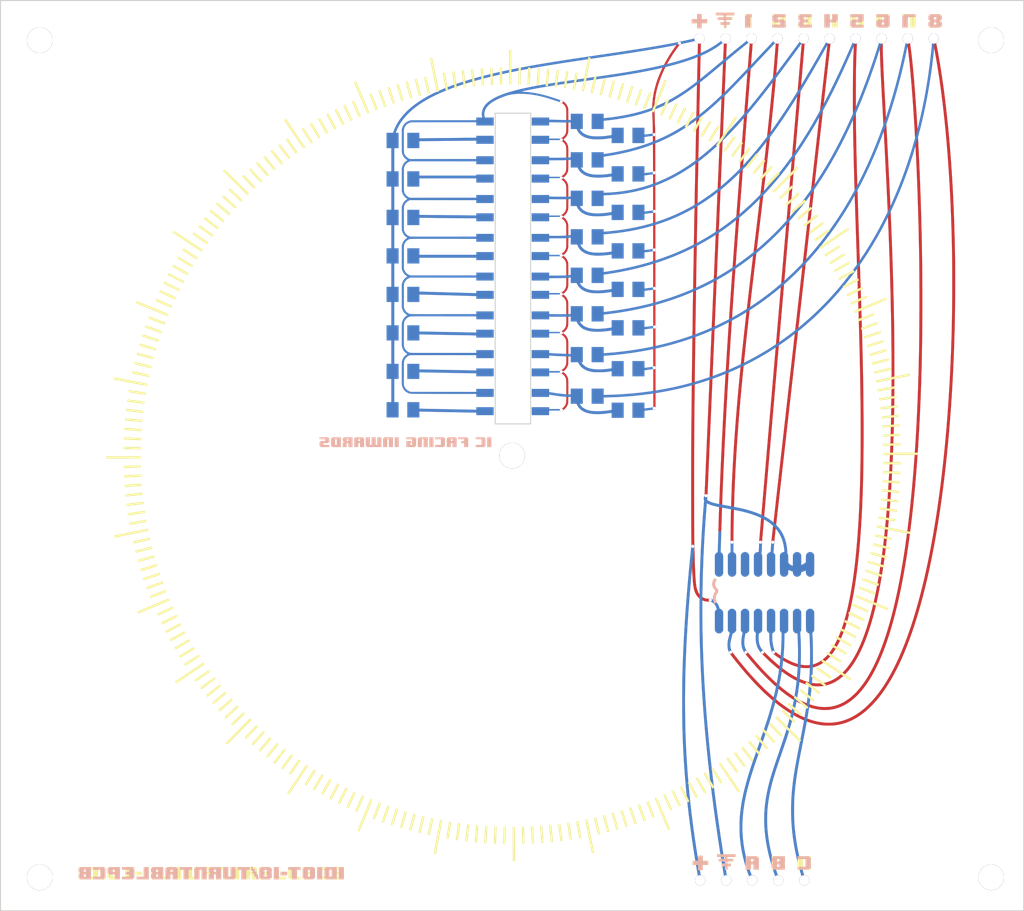
<source format=kicad_pcb>
(kicad_pcb (version 4) (host pcbnew 4.0.7)
  (layers (0 F.Cu signal) (31 B.Cu signal) (34 B.Paste user) (35 F.Paste user) (36 B.SilkS user) (37 F.SilkS user) (38 B.Mask user) (39 F.Mask user) (44 Edge.Cuts user))
  (net 0 "")
  (module LOGO (layer F.Cu) (at 0 0)
    (fp_text reference "G***" hide)
    (fp_text value "LOGO" hide)
    (fp_poly (pts (xy 26.675595 14.244963) (xy 26.717138 14.251132) (xy 26.757314 14.265017) (xy 26.804480 14.287667) (xy 26.870231 14.327025) (xy 26.919994 14.371654) (xy 26.939665 14.395450) (xy 26.955788 14.416590) (xy 26.969780 14.436003) (xy 26.981784 14.455558) (xy 26.991944 14.477126) (xy 27.000405 14.502575) (xy 27.007309 14.533777) (xy 27.012801 14.572599) (xy 27.017024 14.620913) (xy 27.020122 14.680588) (xy 27.022238 14.753493) (xy 27.023518 14.841499) (xy 27.024103 14.946474) (xy 27.024139 15.070290) (xy 27.023769 15.214815) (xy 27.023136 15.381919) (xy 27.022759 15.476177) (xy 27.019250 16.363950) (xy 26.985422 16.427450) (xy 26.955763 16.474360) (xy 26.919380 16.520458) (xy 26.902872 16.537827) (xy 26.861857 16.570751) (xy 26.811037 16.602374) (xy 26.758279 16.628648) (xy 26.711444 16.645521) (xy 26.685875 16.649575) (xy 26.657300 16.649700) (xy 26.657286 16.938625) (xy 26.656760 17.034735) (xy 26.655293 17.148556) (xy 26.653035 17.272421) (xy 26.650138 17.398667) (xy 26.646752 17.519626) (xy 26.644443 17.589500) (xy 26.615130 18.207882) (xy 26.570986 18.821872) (xy 26.511637 19.433553) (xy 26.436713 20.045006) (xy 26.345843 20.658315) (xy 26.238655 21.275562) (xy 26.114777 21.898829) (xy 25.973839 22.530199) (xy 25.815468 23.171755) (xy 25.639294 23.825579) (xy 25.444945 24.493753) (xy 25.368071 24.745950) (xy 25.318118 24.907101) (xy 25.268608 25.065131) (xy 25.218901 25.221939) (xy 25.168359 25.379429) (xy 25.116339 25.539500) (xy 25.062203 25.704054) (xy 25.005309 25.874993) (xy 24.945018 26.054218) (xy 24.880688 26.243629) (xy 24.811681 26.445130) (xy 24.737355 26.660620) (xy 24.657071 26.892001) (xy 24.570188 27.141175) (xy 24.476065 27.410042) (xy 24.374064 27.700505) (xy 24.352365 27.762200) (xy 24.299127 27.913679) (xy 24.244813 28.068493) (xy 24.190600 28.223271) (xy 24.137667 28.374638) (xy 24.087191 28.519221) (xy 24.040349 28.653648) (xy 23.998319 28.774545) (xy 23.962278 28.878540) (xy 23.933403 28.962259) (xy 23.931191 28.968700) (xy 23.896926 29.068407) (xy 23.863593 29.165244) (xy 23.832544 29.255293) (xy 23.805131 29.334638) (xy 23.782706 29.399361) (xy 23.766622 29.445547) (xy 23.762251 29.457997) (xy 23.745008 29.508308) (xy 23.721344 29.579418) (xy 23.692361 29.667866) (xy 23.659163 29.770190) (xy 23.622855 29.882929) (xy 23.584539 30.002622) (xy 23.545319 30.125808) (xy 23.506298 30.249026) (xy 23.468580 30.368815) (xy 23.433269 30.481713) (xy 23.401468 30.584260) (xy 23.374281 30.672994) (xy 23.363514 30.708600) (xy 23.216773 31.213283) (xy 23.085620 31.700080) (xy 22.969673 32.170855) (xy 22.868552 32.627473) (xy 22.781874 33.071800) (xy 22.709260 33.505699) (xy 22.650326 33.931037) (xy 22.604693 34.349678) (xy 22.593547 34.474150) (xy 22.558398 35.024028) (xy 22.546940 35.570090) (xy 22.559303 36.113172) (xy 22.595617 36.654111) (xy 22.656013 37.193743) (xy 22.740623 37.732903) (xy 22.849576 38.272428) (xy 22.983004 38.813154) (xy 23.141037 39.355918) (xy 23.323806 39.901554) (xy 23.525668 40.436416) (xy 23.556134 40.514282) (xy 23.582498 40.584230) (xy 23.603557 40.642851) (xy 23.618108 40.686736) (xy 23.624950 40.712477) (xy 23.624923 40.717740) (xy 23.610573 40.725425) (xy 23.579179 40.739780) (xy 23.537126 40.758111) (xy 23.490802 40.777726) (xy 23.446591 40.795930) (xy 23.410881 40.810031) (xy 23.390058 40.817336) (xy 23.387650 40.817800) (xy 23.376903 40.809024) (xy 23.375285 40.806613) (xy 23.368822 40.792051) (xy 23.354472 40.757324) (xy 23.333640 40.705907) (xy 23.307728 40.641275) (xy 23.278140 40.566905) (xy 23.260545 40.522441) (xy 23.069320 40.015237) (xy 22.900069 39.516694) (xy 22.752138 39.023935) (xy 22.624872 38.534083) (xy 22.517616 38.044262) (xy 22.429717 37.551595) (xy 22.360520 37.053205) (xy 22.309370 36.546216) (xy 22.287634 36.245800) (xy 22.283132 36.154136) (xy 22.279550 36.041664) (xy 22.276885 35.912958) (xy 22.275136 35.772595) (xy 22.274303 35.625148) (xy 22.274384 35.475193) (xy 22.275378 35.327305) (xy 22.277283 35.186059) (xy 22.280099 35.056029) (xy 22.283824 34.941791) (xy 22.288018 34.855150) (xy 22.313691 34.493291) (xy 22.347861 34.132509) (xy 22.390947 33.770787) (xy 22.443366 33.406109) (xy 22.505535 33.036459) (xy 22.577871 32.659820) (xy 22.660793 32.274176) (xy 22.754717 31.877510) (xy 22.860061 31.467808) (xy 22.977242 31.043051) (xy 23.106679 30.601224) (xy 23.248787 30.140311) (xy 23.292884 30.001359) (xy 23.326888 29.895350) (xy 23.361378 29.788868) (xy 23.396927 29.680231) (xy 23.434113 29.567757) (xy 23.473510 29.449766) (xy 23.515692 29.324576) (xy 23.561236 29.190505) (xy 23.610716 29.045872) (xy 23.664707 28.888996) (xy 23.723785 28.718196) (xy 23.788524 28.531789) (xy 23.859500 28.328095) (xy 23.937289 28.105432) (xy 24.022464 27.862118) (xy 24.110926 27.609800) (xy 24.234442 27.257003) (xy 24.349650 26.926386) (xy 24.457073 26.616310) (xy 24.557235 26.325141) (xy 24.650661 26.051242) (xy 24.737875 25.792977) (xy 24.819402 25.548709) (xy 24.895765 25.316804) (xy 24.967489 25.095623) (xy 25.035098 24.883533) (xy 25.099117 24.678895) (xy 25.160070 24.480075) (xy 25.218480 24.285436) (xy 25.274873 24.093342) (xy 25.329773 23.902156) (xy 25.383704 23.710244) (xy 25.437190 23.515968) (xy 25.490755 23.317692) (xy 25.512919 23.234650) (xy 25.684735 22.552610) (xy 25.838264 21.867750) (xy 25.973213 21.182174) (xy 26.089293 20.497987) (xy 26.186214 19.817293) (xy 26.263685 19.142195) (xy 26.321418 18.474798) (xy 26.359122 17.817206) (xy 26.376506 17.171525) (xy 26.377735 16.960252) (xy 26.377900 16.578654) (xy 26.327884 16.529816) (xy 26.292159 16.487717) (xy 26.259478 16.437559) (xy 26.248509 16.416113) (xy 26.219150 16.351250) (xy 26.219150 14.535150) (xy 26.250364 14.472185) (xy 26.305416 14.388924) (xy 26.379244 14.320255) (xy 26.452220 14.277128) (xy 26.500958 14.257733) (xy 26.548259 14.247418) (xy 26.606132 14.243798) (xy 26.620808 14.243666) (xy 26.675595 14.244963)) (layer B.Cu) (width 0.010000))
    (fp_poly (pts (xy 27.945595 14.244963) (xy 27.987138 14.251132) (xy 28.027314 14.265017) (xy 28.074480 14.287667) (xy 28.140231 14.327025) (xy 28.189994 14.371654) (xy 28.209665 14.395450) (xy 28.225788 14.416590) (xy 28.239780 14.436003) (xy 28.251784 14.455558) (xy 28.261944 14.477126) (xy 28.270405 14.502575) (xy 28.277309 14.533777) (xy 28.282801 14.572599) (xy 28.287024 14.620913) (xy 28.290122 14.680588) (xy 28.292238 14.753493) (xy 28.293518 14.841499) (xy 28.294103 14.946474) (xy 28.294139 15.070290) (xy 28.293769 15.214815) (xy 28.293136 15.381919) (xy 28.292759 15.476177) (xy 28.289250 16.363950) (xy 28.259195 16.421100) (xy 28.238090 16.458653) (xy 28.218692 16.488999) (xy 28.211618 16.498247) (xy 28.206187 16.507889) (xy 28.202578 16.524383) (xy 28.200799 16.550782) (xy 28.200858 16.590141) (xy 28.202764 16.645514) (xy 28.206525 16.719953) (xy 28.212148 16.816513) (xy 28.212486 16.822097) (xy 28.238762 17.343677) (xy 28.255499 17.878076) (xy 28.262696 18.418694) (xy 28.260352 18.958932) (xy 28.248469 19.492189) (xy 28.227046 20.011867) (xy 28.212468 20.269200) (xy 28.156992 20.989296) (xy 28.080147 21.705999) (xy 27.981592 22.421218) (xy 27.860987 23.136857) (xy 27.717991 23.854825) (xy 27.552264 24.577029) (xy 27.363465 25.305376) (xy 27.226939 25.787350) (xy 27.193202 25.902091) (xy 27.159896 26.014124) (xy 27.126535 26.124923) (xy 27.092630 26.235964) (xy 27.057695 26.348720) (xy 27.021241 26.464665) (xy 26.982782 26.585276) (xy 26.941829 26.712025) (xy 26.897896 26.846388) (xy 26.850495 26.989839) (xy 26.799139 27.143852) (xy 26.743339 27.309903) (xy 26.682609 27.489465) (xy 26.616461 27.684013) (xy 26.544408 27.895021) (xy 26.465962 28.123965) (xy 26.380636 28.372318) (xy 26.287942 28.641555) (xy 26.187393 28.933151) (xy 26.177318 28.962350) (xy 26.076365 29.256486) (xy 25.983881 29.529433) (xy 25.899113 29.783666) (xy 25.821305 30.021659) (xy 25.749701 30.245888) (xy 25.683547 30.458829) (xy 25.622087 30.662957) (xy 25.564565 30.860746) (xy 25.510227 31.054673) (xy 25.458317 31.247213) (xy 25.408080 31.440841) (xy 25.358760 31.638033) (xy 25.349995 31.673800) (xy 25.225897 32.225691) (xy 25.125376 32.770327) (xy 25.048361 33.309721) (xy 24.994780 33.845889) (xy 24.964563 34.380844) (xy 24.957638 34.916600) (xy 24.973933 35.455171) (xy 25.013379 35.998572) (xy 25.075903 36.548817) (xy 25.158515 37.090891) (xy 25.248097 37.567848) (xy 25.356080 38.058713) (xy 25.481706 38.560722) (xy 25.624213 39.071111) (xy 25.782840 39.587117) (xy 25.956828 40.105975) (xy 26.090970 40.479193) (xy 26.117141 40.550509) (xy 26.139967 40.613684) (xy 26.158081 40.664850) (xy 26.170112 40.700133) (xy 26.174691 40.715665) (xy 26.174700 40.715837) (xy 26.164302 40.727361) (xy 26.152475 40.732315) (xy 26.130892 40.739515) (xy 26.092514 40.753212) (xy 26.044298 40.770908) (xy 26.025092 40.778068) (xy 25.919935 40.817442) (xy 25.906410 40.782696) (xy 25.817024 40.545930) (xy 25.725058 40.288936) (xy 25.632012 40.016553) (xy 25.539389 39.733624) (xy 25.448689 39.444989) (xy 25.361413 39.155490) (xy 25.279063 38.869967) (xy 25.203141 38.593261) (xy 25.135146 38.330213) (xy 25.096149 38.169850) (xy 24.971523 37.601849) (xy 24.869024 37.044568) (xy 24.788663 36.496231) (xy 24.730453 35.955065) (xy 24.694405 35.419295) (xy 24.680530 34.887146) (xy 24.688841 34.356844) (xy 24.719349 33.826615) (xy 24.772066 33.294684) (xy 24.847003 32.759276) (xy 24.944173 32.218618) (xy 25.063588 31.670935) (xy 25.141260 31.356300) (xy 25.177874 31.215328) (xy 25.214431 31.077829) (xy 25.251497 30.942013) (xy 25.289638 30.806092) (xy 25.329419 30.668274) (xy 25.371406 30.526772) (xy 25.416166 30.379795) (xy 25.464264 30.225554) (xy 25.516266 30.062259) (xy 25.572738 29.888120) (xy 25.634246 29.701349) (xy 25.701356 29.500156) (xy 25.774633 29.282750) (xy 25.854643 29.047343) (xy 25.941952 28.792146) (xy 26.037127 28.515367) (xy 26.066921 28.428950) (xy 26.179986 28.100434) (xy 26.284851 27.794085) (xy 26.382043 27.508216) (xy 26.472089 27.241139) (xy 26.555514 26.991168) (xy 26.632846 26.756615) (xy 26.704610 26.535793) (xy 26.771333 26.327014) (xy 26.833540 26.128592) (xy 26.891760 25.938839) (xy 26.946517 25.756068) (xy 26.998338 25.578592) (xy 27.047750 25.404723) (xy 27.095279 25.232775) (xy 27.141451 25.061059) (xy 27.186792 24.887890) (xy 27.231829 24.711579) (xy 27.253504 24.625300) (xy 27.324199 24.337222) (xy 27.387950 24.065778) (xy 27.446320 23.803667) (xy 27.500870 23.543589) (xy 27.553165 23.278244) (xy 27.604766 23.000331) (xy 27.622225 22.902840) (xy 27.728387 22.246550) (xy 27.816722 21.575006) (xy 27.887007 20.891263) (xy 27.939023 20.198374) (xy 27.972549 19.499393) (xy 27.987363 18.797373) (xy 27.983245 18.095368) (xy 27.980089 17.953582) (xy 27.976415 17.815953) (xy 27.972222 17.674506) (xy 27.967667 17.533618) (xy 27.962909 17.397667) (xy 27.958103 17.271029) (xy 27.953408 17.158082) (xy 27.948982 17.063202) (xy 27.946228 17.011650) (xy 27.941200 16.923420) (xy 27.936675 16.842827) (xy 27.932856 16.773587) (xy 27.929947 16.719415) (xy 27.928150 16.684028) (xy 27.927653 16.671925) (xy 27.923021 16.658648) (xy 27.905810 16.651892) (xy 27.870228 16.649737) (xy 27.860625 16.649689) (xy 27.780096 16.637819) (xy 27.700404 16.604788) (xy 27.626909 16.554429) (xy 27.564970 16.490576) (xy 27.519946 16.417061) (xy 27.513353 16.401305) (xy 27.508696 16.388227) (xy 27.504676 16.373636) (xy 27.501247 16.355669) (xy 27.498362 16.332461) (xy 27.495975 16.302148) (xy 27.494038 16.262868) (xy 27.492505 16.212754) (xy 27.491329 16.149944) (xy 27.490463 16.072574) (xy 27.489861 15.978780) (xy 27.489475 15.866697) (xy 27.489259 15.734462) (xy 27.489166 15.580211) (xy 27.489150 15.436850) (xy 27.489150 14.535150) (xy 27.520364 14.472185) (xy 27.575416 14.388924) (xy 27.649244 14.320255) (xy 27.722220 14.277128) (xy 27.770958 14.257733) (xy 27.818259 14.247418) (xy 27.876132 14.243798) (xy 27.890808 14.243666) (xy 27.945595 14.244963)) (layer B.Cu) (width 0.010000))
    (fp_poly (pts (xy 29.215595 14.244963) (xy 29.257138 14.251132) (xy 29.297314 14.265017) (xy 29.344480 14.287667) (xy 29.410231 14.327025) (xy 29.459994 14.371654) (xy 29.479665 14.395450) (xy 29.495788 14.416590) (xy 29.509780 14.436003) (xy 29.521784 14.455558) (xy 29.531944 14.477126) (xy 29.540405 14.502575) (xy 29.547309 14.533777) (xy 29.552801 14.572599) (xy 29.557024 14.620913) (xy 29.560122 14.680588) (xy 29.562238 14.753493) (xy 29.563518 14.841499) (xy 29.564103 14.946474) (xy 29.564139 15.070290) (xy 29.563769 15.214815) (xy 29.563136 15.381919) (xy 29.562759 15.476177) (xy 29.559250 16.363950) (xy 29.525461 16.427959) (xy 29.496165 16.473411) (xy 29.457396 16.521071) (xy 29.432147 16.546838) (xy 29.372621 16.601707) (xy 29.387063 16.863828) (xy 29.395072 17.011164) (xy 29.401994 17.143832) (xy 29.407931 17.265377) (xy 29.412987 17.379340) (xy 29.417263 17.489265) (xy 29.420861 17.598696) (xy 29.423885 17.711174) (xy 29.426437 17.830242) (xy 29.428619 17.959445) (xy 29.430533 18.102324) (xy 29.432283 18.262423) (xy 29.433971 18.443284) (xy 29.434495 18.503900) (xy 29.436123 18.990247) (xy 29.432321 19.456548) (xy 29.422816 19.907627) (xy 29.407332 20.348309) (xy 29.385593 20.783419) (xy 29.357326 21.217782) (xy 29.322254 21.656222) (xy 29.280102 22.103565) (xy 29.230596 22.564636) (xy 29.177415 23.012400) (xy 29.148199 23.243392) (xy 29.117951 23.472179) (xy 29.086353 23.700622) (xy 29.053089 23.930580) (xy 29.017840 24.163913) (xy 28.980290 24.402481) (xy 28.940120 24.648145) (xy 28.897013 24.902763) (xy 28.850652 25.168197) (xy 28.800719 25.446306) (xy 28.746897 25.738951) (xy 28.688868 26.047990) (xy 28.626314 26.375285) (xy 28.558920 26.722695) (xy 28.486366 27.092080) (xy 28.447984 27.285950) (xy 28.393562 27.560484) (xy 28.343846 27.811949) (xy 28.298492 28.042164) (xy 28.257154 28.252954) (xy 28.219489 28.446138) (xy 28.185150 28.623540) (xy 28.153794 28.786982) (xy 28.125075 28.938286) (xy 28.098648 29.079273) (xy 28.074169 29.211765) (xy 28.051293 29.337586) (xy 28.029675 29.458556) (xy 28.008970 29.576498) (xy 27.988834 29.693234) (xy 27.968920 29.810586) (xy 27.959133 29.868906) (xy 27.894115 30.269187) (xy 27.836407 30.649751) (xy 27.785491 31.015044) (xy 27.740849 31.369513) (xy 27.701964 31.717603) (xy 27.668318 32.063761) (xy 27.639394 32.412434) (xy 27.614673 32.768068) (xy 27.607037 32.893000) (xy 27.603112 32.976012) (xy 27.599736 33.080721) (xy 27.596908 33.203846) (xy 27.594629 33.342109) (xy 27.592897 33.492230) (xy 27.591713 33.650931) (xy 27.591077 33.814933) (xy 27.590988 33.980956) (xy 27.591447 34.145722) (xy 27.592452 34.305951) (xy 27.594004 34.458365) (xy 27.596103 34.599684) (xy 27.598748 34.726630) (xy 27.601939 34.835923) (xy 27.605677 34.924284) (xy 27.607160 34.950400) (xy 27.644135 35.465603) (xy 27.690364 35.962817) (xy 27.746683 36.448017) (xy 27.813927 36.927176) (xy 27.892933 37.406271) (xy 27.984537 37.891276) (xy 28.086226 38.373050) (xy 28.138967 38.605227) (xy 28.196366 38.846749) (xy 28.257365 39.093659) (xy 28.320904 39.341995) (xy 28.385924 39.587798) (xy 28.451367 39.827109) (xy 28.516173 40.055968) (xy 28.579283 40.270416) (xy 28.639639 40.466492) (xy 28.678149 40.586041) (xy 28.694284 40.637789) (xy 28.706102 40.680991) (xy 28.712056 40.709676) (xy 28.712196 40.717360) (xy 28.699360 40.725905) (xy 28.668588 40.739556) (xy 28.626247 40.756041) (xy 28.578705 40.773086) (xy 28.532330 40.788421) (xy 28.493490 40.799771) (xy 28.468553 40.804864) (xy 28.466783 40.804946) (xy 28.459440 40.793395) (xy 28.446160 40.760985) (xy 28.428185 40.711219) (xy 28.406762 40.647600) (xy 28.383134 40.573633) (xy 28.373235 40.541575) (xy 28.174327 39.863320) (xy 27.996413 39.197544) (xy 27.839316 38.542690) (xy 27.702856 37.897206) (xy 27.586855 37.259536) (xy 27.491136 36.628127) (xy 27.415520 36.001425) (xy 27.359828 35.377875) (xy 27.323883 34.755923) (xy 27.307506 34.134015) (xy 27.310519 33.510596) (xy 27.332744 32.884114) (xy 27.374002 32.253012) (xy 27.394753 32.010350) (xy 27.411112 31.835529) (xy 27.428139 31.664069) (xy 27.446061 31.494581) (xy 27.465108 31.325674) (xy 27.485507 31.155959) (xy 27.507487 30.984046) (xy 27.531276 30.808546) (xy 27.557103 30.628069) (xy 27.585196 30.441225) (xy 27.615784 30.246626) (xy 27.649095 30.042880) (xy 27.685357 29.828600) (xy 27.724799 29.602394) (xy 27.767649 29.362874) (xy 27.814135 29.108650) (xy 27.864487 28.838332) (xy 27.918932 28.550531) (xy 27.977700 28.243856) (xy 28.041017 27.916920) (xy 28.109113 27.568331) (xy 28.182216 27.196700) (xy 28.204715 27.082750) (xy 28.262370 26.790213) (xy 28.315235 26.520307) (xy 28.363722 26.270798) (xy 28.408241 26.039454) (xy 28.449204 25.824044) (xy 28.487022 25.622336) (xy 28.522106 25.432096) (xy 28.554866 25.251094) (xy 28.585716 25.077097) (xy 28.615064 24.907873) (xy 28.643324 24.741190) (xy 28.670905 24.574815) (xy 28.698219 24.406517) (xy 28.701833 24.384000) (xy 28.779357 23.883354) (xy 28.848527 23.399591) (xy 28.909938 22.927091) (xy 28.964184 22.460234) (xy 29.011860 21.993398) (xy 29.053562 21.520964) (xy 29.089885 21.037310) (xy 29.121423 20.536817) (xy 29.134740 20.294600) (xy 29.138278 20.212647) (xy 29.141549 20.108117) (xy 29.144540 19.983833) (xy 29.147236 19.842617) (xy 29.149622 19.687290) (xy 29.151685 19.520674) (xy 29.153409 19.345592) (xy 29.154782 19.164866) (xy 29.155787 18.981318) (xy 29.156412 18.797770) (xy 29.156641 18.617043) (xy 29.156460 18.441961) (xy 29.155855 18.275345) (xy 29.154812 18.120017) (xy 29.153316 17.978799) (xy 29.151353 17.854514) (xy 29.148908 17.749983) (xy 29.147848 17.715964) (xy 29.140853 17.515436) (xy 29.134271 17.339137) (xy 29.128024 17.185902) (xy 29.122039 17.054564) (xy 29.116239 16.943958) (xy 29.110550 16.852919) (xy 29.104896 16.780279) (xy 29.099201 16.724874) (xy 29.093390 16.685537) (xy 29.087388 16.661102) (xy 29.081120 16.650405) (xy 29.078911 16.649689) (xy 29.048072 16.642197) (xy 29.004770 16.622493) (xy 28.956000 16.594689) (xy 28.908756 16.562900) (xy 28.870033 16.531239) (xy 28.859553 16.520694) (xy 28.841002 16.500735) (xy 28.824884 16.482815) (xy 28.811030 16.465091) (xy 28.799269 16.445717) (xy 28.789428 16.422851) (xy 28.781339 16.394647) (xy 28.774829 16.359262) (xy 28.769729 16.314852) (xy 28.765866 16.259571) (xy 28.763071 16.191576) (xy 28.761173 16.109024) (xy 28.760000 16.010068) (xy 28.759382 15.892867) (xy 28.759148 15.755574) (xy 28.759127 15.596347) (xy 28.759150 15.436850) (xy 28.759150 14.535150) (xy 28.790364 14.472185) (xy 28.845416 14.388924) (xy 28.919244 14.320255) (xy 28.992220 14.277128) (xy 29.040958 14.257733) (xy 29.088259 14.247418) (xy 29.146132 14.243798) (xy 29.160808 14.243666) (xy 29.215595 14.244963)) (layer B.Cu) (width 0.010000))
    (fp_poly (pts (xy 17.701904 7.991736) (xy 17.721285 7.993338) (xy 17.782824 7.999313) (xy 17.822991 8.005149) (xy 17.845789 8.011794) (xy 17.855224 8.020194) (xy 17.856182 8.025225) (xy 17.854919 8.041772) (xy 17.851316 8.080900) (xy 17.845637 8.139927) (xy 17.838146 8.216168) (xy 17.829110 8.306940) (xy 17.818793 8.409557) (xy 17.807460 8.521338) (xy 17.799647 8.597900) (xy 17.683596 9.762662) (xy 17.576155 10.904346) (xy 17.477296 12.023758) (xy 17.386989 13.121706) (xy 17.305207 14.198996) (xy 17.231920 15.256436) (xy 17.167100 16.294833) (xy 17.110717 17.314994) (xy 17.062744 18.317725) (xy 17.023150 19.303834) (xy 16.991909 20.274129) (xy 16.968990 21.229415) (xy 16.954364 22.170501) (xy 16.948005 23.098193) (xy 16.949881 24.013298) (xy 16.959965 24.916623) (xy 16.978229 25.808976) (xy 17.004642 26.691164) (xy 17.039176 27.563992) (xy 17.081804 28.428270) (xy 17.088469 28.549600) (xy 17.147681 29.519618) (xy 17.217494 30.490145) (xy 17.298143 31.463163) (xy 17.389866 32.440652) (xy 17.492898 33.424596) (xy 17.607475 34.416974) (xy 17.733835 35.419770) (xy 17.872214 36.434964) (xy 18.022847 37.464538) (xy 18.185971 38.510474) (xy 18.361822 39.574753) (xy 18.495462 40.347900) (xy 18.512163 40.443734) (xy 18.527109 40.531267) (xy 18.539802 40.607438) (xy 18.549744 40.669187) (xy 18.556437 40.713454) (xy 18.559384 40.737180) (xy 18.559346 40.740351) (xy 18.546099 40.744591) (xy 18.514387 40.752041) (xy 18.470739 40.761386) (xy 18.421686 40.771313) (xy 18.373755 40.780510) (xy 18.333478 40.787663) (xy 18.307383 40.791459) (xy 18.303875 40.791729) (xy 18.289144 40.784765) (xy 18.288000 40.780324) (xy 18.285867 40.765395) (xy 18.279805 40.728398) (xy 18.270318 40.672276) (xy 18.257911 40.599972) (xy 18.243088 40.514426) (xy 18.226353 40.418583) (xy 18.211255 40.332649) (xy 18.000605 39.099985) (xy 17.806204 37.885149) (xy 17.627878 36.686597) (xy 17.465453 35.502782) (xy 17.318754 34.332159) (xy 17.187605 33.173182) (xy 17.071832 32.024305) (xy 16.971261 30.883981) (xy 16.885716 29.750666) (xy 16.815024 28.622813) (xy 16.759008 27.498877) (xy 16.758037 27.476450) (xy 16.747999 27.241102) (xy 16.738859 27.020204) (xy 16.730577 26.811548) (xy 16.723111 26.612922) (xy 16.716422 26.422118) (xy 16.710469 26.236925) (xy 16.705210 26.055135) (xy 16.700606 25.874536) (xy 16.696614 25.692920) (xy 16.693196 25.508078) (xy 16.690309 25.317798) (xy 16.687913 25.119872) (xy 16.685968 24.912089) (xy 16.684432 24.692241) (xy 16.683265 24.458117) (xy 16.682426 24.207507) (xy 16.681875 23.938203) (xy 16.681570 23.647994) (xy 16.681472 23.334671) (xy 16.681472 23.323550) (xy 16.681518 23.034798) (xy 16.681683 22.769245) (xy 16.682000 22.524687) (xy 16.682498 22.298923) (xy 16.683208 22.089752) (xy 16.684161 21.894970) (xy 16.685389 21.712376) (xy 16.686921 21.539769) (xy 16.688789 21.374945) (xy 16.691024 21.215704) (xy 16.693657 21.059843) (xy 16.696718 20.905160) (xy 16.700238 20.749454) (xy 16.704249 20.590522) (xy 16.708780 20.426162) (xy 16.713864 20.254173) (xy 16.719530 20.072351) (xy 16.725810 19.878497) (xy 16.732672 19.672300) (xy 16.768023 18.727754) (xy 16.811186 17.766314) (xy 16.862216 16.787129) (xy 16.921170 15.789347) (xy 16.988107 14.772115) (xy 17.063082 13.734581) (xy 17.146154 12.675893) (xy 17.237378 11.595201) (xy 17.336812 10.491651) (xy 17.373881 10.096500) (xy 17.384082 9.989449) (xy 17.395582 9.869793) (xy 17.408169 9.739688) (xy 17.421628 9.601290) (xy 17.435746 9.456754) (xy 17.450307 9.308235) (xy 17.465099 9.157889) (xy 17.479907 9.007871) (xy 17.494517 8.860338) (xy 17.508715 8.717444) (xy 17.522287 8.581345) (xy 17.535020 8.454196) (xy 17.546698 8.338153) (xy 17.557109 8.235372) (xy 17.566037 8.148007) (xy 17.573270 8.078216) (xy 17.578593 8.028152) (xy 17.581791 7.999972) (xy 17.582586 7.994513) (xy 17.597403 7.988925) (xy 17.637179 7.988000) (xy 17.701904 7.991736)) (layer B.Cu) (width 0.010000))
    (fp_poly (pts (xy 18.916561 3.148487) (xy 18.952251 3.165634) (xy 19.022481 3.193310) (xy 19.080239 3.200400) (xy 19.141826 3.200400) (xy 19.134448 3.267075) (xy 19.129784 3.313833) (xy 19.124538 3.373364) (xy 19.119814 3.433099) (xy 19.119649 3.435350) (xy 19.115364 3.487431) (xy 19.110785 3.532710) (xy 19.106787 3.562694) (xy 19.106185 3.565871) (xy 19.112350 3.596336) (xy 19.140812 3.631848) (xy 19.189288 3.671041) (xy 19.255500 3.712548) (xy 19.337166 3.755002) (xy 19.432006 3.797038) (xy 19.537739 3.837287) (xy 19.587162 3.854091) (xy 19.652279 3.874808) (xy 19.719761 3.894883) (xy 19.791482 3.914713) (xy 19.869317 3.934696) (xy 19.955144 3.955228) (xy 20.050836 3.976708) (xy 20.158270 3.999533) (xy 20.279321 4.024100) (xy 20.415865 4.050807) (xy 20.569777 4.080051) (xy 20.742934 4.112230) (xy 20.937210 4.147742) (xy 21.154481 4.186984) (xy 21.177250 4.191075) (xy 21.435695 4.238051) (xy 21.671750 4.282162) (xy 21.888188 4.323990) (xy 22.087783 4.364117) (xy 22.273309 4.403124) (xy 22.447541 4.441592) (xy 22.613252 4.480103) (xy 22.773217 4.519238) (xy 22.908786 4.553962) (xy 23.310300 4.666700) (xy 23.688700 4.789060) (xy 24.044470 4.921264) (xy 24.378090 5.063531) (xy 24.690045 5.216081) (xy 24.980815 5.379136) (xy 25.250883 5.552916) (xy 25.500732 5.737640) (xy 25.501600 5.738328) (xy 25.627767 5.845118) (xy 25.759363 5.968627) (xy 25.891786 6.103803) (xy 26.020437 6.245593) (xy 26.140715 6.388945) (xy 26.248022 6.528808) (xy 26.330299 6.648450) (xy 26.479228 6.903384) (xy 26.607261 7.172724) (xy 26.714401 7.456481) (xy 26.800652 7.754664) (xy 26.866015 8.067283) (xy 26.910496 8.394350) (xy 26.931611 8.677917) (xy 26.935733 8.752830) (xy 26.940236 8.806966) (xy 26.945841 8.844943) (xy 26.953271 8.871384) (xy 26.963249 8.890907) (xy 26.965407 8.894094) (xy 26.982496 8.921021) (xy 26.996064 8.949792) (xy 27.006505 8.983609) (xy 27.014212 9.025673) (xy 27.019578 9.079184) (xy 27.022995 9.147343) (xy 27.024857 9.233351) (xy 27.025556 9.340408) (xy 27.025600 9.384312) (xy 27.025600 9.722189) (xy 27.069525 9.787414) (xy 27.141216 9.871664) (xy 27.232932 9.942654) (xy 27.342025 9.998571) (xy 27.415597 10.024392) (xy 27.481745 10.044017) (xy 27.485447 9.520983) (xy 27.489150 8.997950) (xy 27.520364 8.934985) (xy 27.575416 8.851724) (xy 27.649244 8.783055) (xy 27.722220 8.739928) (xy 27.770958 8.720533) (xy 27.818259 8.710218) (xy 27.876132 8.706598) (xy 27.890808 8.706466) (xy 27.945595 8.707763) (xy 27.987138 8.713932) (xy 28.027314 8.727817) (xy 28.074480 8.750467) (xy 28.140026 8.789673) (xy 28.189605 8.834067) (xy 28.209596 8.858250) (xy 28.230506 8.886588) (xy 28.247724 8.913274) (xy 28.261606 8.941044) (xy 28.272512 8.972632) (xy 28.280799 9.010773) (xy 28.286826 9.058200) (xy 28.290951 9.117649) (xy 28.293532 9.191855) (xy 28.294928 9.283552) (xy 28.295498 9.395474) (xy 28.295600 9.514605) (xy 28.295851 9.620749) (xy 28.296567 9.718447) (xy 28.297689 9.804897) (xy 28.299161 9.877296) (xy 28.300925 9.932842) (xy 28.302923 9.968733) (xy 28.305097 9.982168) (xy 28.305210 9.982200) (xy 28.321855 9.975905) (xy 28.355517 9.958770) (xy 28.401677 9.933417) (xy 28.455814 9.902469) (xy 28.513407 9.868549) (xy 28.569935 9.834279) (xy 28.620878 9.802281) (xy 28.660006 9.776362) (xy 28.751362 9.713321) (xy 28.755256 9.355635) (xy 28.756459 9.250815) (xy 28.757704 9.168128) (xy 28.759263 9.104310) (xy 28.761408 9.056094) (xy 28.764412 9.020216) (xy 28.768548 8.993410) (xy 28.774088 8.972410) (xy 28.781305 8.953952) (xy 28.790364 8.934985) (xy 28.845416 8.851724) (xy 28.919244 8.783055) (xy 28.992220 8.739928) (xy 29.040958 8.720533) (xy 29.088259 8.710218) (xy 29.146132 8.706598) (xy 29.160808 8.706466) (xy 29.215595 8.707763) (xy 29.257138 8.713932) (xy 29.297314 8.727817) (xy 29.344480 8.750467) (xy 29.410231 8.789825) (xy 29.459994 8.834454) (xy 29.479665 8.858250) (xy 29.495788 8.879390) (xy 29.509780 8.898803) (xy 29.521784 8.918358) (xy 29.531944 8.939926) (xy 29.540405 8.965375) (xy 29.547309 8.996577) (xy 29.552801 9.035399) (xy 29.557024 9.083713) (xy 29.560122 9.143388) (xy 29.562238 9.216293) (xy 29.563518 9.304299) (xy 29.564103 9.409274) (xy 29.564139 9.533090) (xy 29.563769 9.677615) (xy 29.563136 9.844719) (xy 29.562759 9.938977) (xy 29.559250 10.826750) (xy 29.525422 10.890250) (xy 29.468306 10.972898) (xy 29.396455 11.037854) (xy 29.313569 11.083840) (xy 29.223347 11.109579) (xy 29.129490 11.113793) (xy 29.035697 11.095204) (xy 28.987750 11.075896) (xy 28.900471 11.021124) (xy 28.831769 10.950141) (xy 28.788923 10.877550) (xy 28.775313 10.841969) (xy 28.765722 10.801810) (xy 28.759108 10.750699) (xy 28.754427 10.682267) (xy 28.753372 10.660263) (xy 28.746450 10.506477) (xy 28.625800 10.555054) (xy 28.559605 10.580143) (xy 28.487538 10.604993) (xy 28.421927 10.625423) (xy 28.401974 10.630966) (xy 28.298798 10.658302) (xy 28.292727 10.742526) (xy 28.273508 10.841112) (xy 28.231403 10.929618) (xy 28.172872 11.000627) (xy 28.094439 11.059423) (xy 28.005596 11.097360) (xy 27.910979 11.113670) (xy 27.815222 11.107589) (xy 27.722960 11.078350) (xy 27.717750 11.075896) (xy 27.630738 11.022379) (xy 27.564487 10.954917) (xy 27.518406 10.872585) (xy 27.491903 10.774458) (xy 27.485404 10.712450) (xy 27.479789 10.610850) (xy 27.268569 10.536096) (xy 27.199148 10.511509) (xy 27.137618 10.489684) (xy 27.088159 10.472105) (xy 27.054950 10.460257) (xy 27.042657 10.455816) (xy 27.036296 10.461741) (xy 27.031282 10.486180) (xy 27.027405 10.531117) (xy 27.024457 10.598533) (xy 27.023332 10.638520) (xy 27.021195 10.712935) (xy 27.018495 10.767222) (xy 27.014433 10.806649) (xy 27.008210 10.836487) (xy 26.999027 10.862005) (xy 26.986083 10.888473) (xy 26.985146 10.890250) (xy 26.928850 10.972276) (xy 26.858493 11.036142) (xy 26.777725 11.081336) (xy 26.690196 11.107347) (xy 26.599554 11.113664) (xy 26.509449 11.099774) (xy 26.423532 11.065168) (xy 26.345450 11.009334) (xy 26.319553 10.983494) (xy 26.301002 10.963535) (xy 26.284884 10.945615) (xy 26.271030 10.927891) (xy 26.259269 10.908517) (xy 26.249428 10.885651) (xy 26.241339 10.857447) (xy 26.234829 10.822062) (xy 26.229729 10.777652) (xy 26.225866 10.722371) (xy 26.223071 10.654376) (xy 26.221173 10.571824) (xy 26.220000 10.472868) (xy 26.219382 10.355667) (xy 26.219148 10.218374) (xy 26.219127 10.059147) (xy 26.219150 9.899650) (xy 26.219150 8.997950) (xy 26.250364 8.934985) (xy 26.305606 8.851174) (xy 26.378630 8.783688) (xy 26.465988 8.734908) (xy 26.564233 8.707213) (xy 26.584275 8.704482) (xy 26.623960 8.697740) (xy 26.650279 8.688892) (xy 26.657168 8.681984) (xy 26.655567 8.649061) (xy 26.651540 8.596752) (xy 26.645663 8.530894) (xy 26.638515 8.457323) (xy 26.630672 8.381875) (xy 26.622712 8.310386) (xy 26.615212 8.248692) (xy 26.611802 8.223250) (xy 26.563909 7.955684) (xy 26.496220 7.690850) (xy 26.410229 7.432978) (xy 26.307435 7.186297) (xy 26.189332 6.955036) (xy 26.124254 6.845300) (xy 25.977118 6.630595) (xy 25.807647 6.421253) (xy 25.618806 6.220347) (xy 25.413555 6.030951) (xy 25.194857 5.856140) (xy 25.116379 5.799459) (xy 24.881246 5.644488) (xy 24.629384 5.498568) (xy 24.359732 5.361272) (xy 24.071228 5.232167) (xy 23.762811 5.110823) (xy 23.433419 4.996811) (xy 23.081990 4.889700) (xy 22.707463 4.789059) (xy 22.497703 4.737833) (xy 22.395129 4.713995) (xy 22.289833 4.690371) (xy 22.179432 4.666489) (xy 22.061539 4.641877) (xy 21.933771 4.616061) (xy 21.793742 4.588569) (xy 21.639067 4.558931) (xy 21.467362 4.526672) (xy 21.276240 4.491321) (xy 21.063318 4.452405) (xy 20.980400 4.437346) (xy 20.846402 4.412959) (xy 20.714183 4.388727) (xy 20.586958 4.365253) (xy 20.467942 4.343135) (xy 20.360351 4.322976) (xy 20.267402 4.305374) (xy 20.192308 4.290932) (xy 20.138287 4.280249) (xy 20.129500 4.278452) (xy 19.904571 4.228790) (xy 19.700687 4.177007) (xy 19.518855 4.123407) (xy 19.360085 4.068295) (xy 19.225388 4.011976) (xy 19.189540 3.994749) (xy 19.078404 3.939439) (xy 19.070567 4.011244) (xy 19.067489 4.043554) (xy 19.062762 4.098662) (xy 19.056581 4.174030) (xy 19.049137 4.267123) (xy 19.040622 4.375406) (xy 19.031229 4.496342) (xy 19.021151 4.627395) (xy 19.010579 4.766028) (xy 18.999707 4.909707) (xy 18.988727 5.055895) (xy 18.977831 5.202056) (xy 18.967212 5.345653) (xy 18.957061 5.484151) (xy 18.947573 5.615015) (xy 18.938938 5.735706) (xy 18.931350 5.843691) (xy 18.929709 5.867400) (xy 18.820902 7.628411) (xy 18.737370 9.391653) (xy 18.679117 11.156797) (xy 18.646150 12.923513) (xy 18.638471 14.691470) (xy 18.656087 16.460340) (xy 18.699001 18.229792) (xy 18.739180 19.348450) (xy 18.790447 20.495668) (xy 18.851788 21.649598) (xy 18.923311 22.811249) (xy 19.005127 23.981627) (xy 19.097344 25.161739) (xy 19.200072 26.352592) (xy 19.313420 27.555194) (xy 19.437497 28.770552) (xy 19.572414 29.999673) (xy 19.718278 31.243564) (xy 19.875200 32.503232) (xy 20.043288 33.779685) (xy 20.222652 35.073929) (xy 20.413402 36.386972) (xy 20.615646 37.719821) (xy 20.829494 39.073483) (xy 20.980320 39.998650) (xy 21.001692 40.128314) (xy 21.021883 40.251093) (xy 21.040501 40.364579) (xy 21.057152 40.466367) (xy 21.071444 40.554049) (xy 21.082985 40.625221) (xy 21.091382 40.677475) (xy 21.096242 40.708406) (xy 21.097268 40.715474) (xy 21.097531 40.731479) (xy 21.090219 40.742163) (xy 21.070320 40.750105) (xy 21.032820 40.757882) (xy 21.005800 40.762533) (xy 20.952964 40.771500) (xy 20.904423 40.779862) (xy 20.870324 40.785869) (xy 20.869275 40.786059) (xy 20.839861 40.787932) (xy 20.828018 40.781009) (xy 20.828000 40.780564) (xy 20.825967 40.765923) (xy 20.820122 40.728560) (xy 20.810846 40.670804) (xy 20.798520 40.594983) (xy 20.783524 40.503427) (xy 20.766241 40.398465) (xy 20.747050 40.282426) (xy 20.726333 40.157638) (xy 20.714183 40.084663) (xy 20.450252 38.462784) (xy 20.201961 36.858272) (xy 19.969328 35.271307) (xy 19.752373 33.702072) (xy 19.551114 32.150749) (xy 19.365572 30.617519) (xy 19.195764 29.102564) (xy 19.041711 27.606066) (xy 18.903431 26.128205) (xy 18.780944 24.669165) (xy 18.674269 23.229126) (xy 18.583425 21.808271) (xy 18.508430 20.406780) (xy 18.449305 19.024836) (xy 18.427858 18.408650) (xy 18.416941 18.060655) (xy 18.407205 17.728017) (xy 18.398610 17.407630) (xy 18.391115 17.096391) (xy 18.384680 16.791194) (xy 18.379266 16.488933) (xy 18.374834 16.186504) (xy 18.371342 15.880802) (xy 18.368752 15.568722) (xy 18.367024 15.247159) (xy 18.366117 14.913007) (xy 18.365991 14.563162) (xy 18.366608 14.194519) (xy 18.367927 13.803973) (xy 18.368137 13.754100) (xy 18.369329 13.487096) (xy 18.370537 13.242961) (xy 18.371800 13.019165) (xy 18.373155 12.813177) (xy 18.374642 12.622466) (xy 18.376298 12.444502) (xy 18.378161 12.276753) (xy 18.380271 12.116690) (xy 18.382665 11.961781) (xy 18.385382 11.809496) (xy 18.388460 11.657304) (xy 18.391936 11.502674) (xy 18.395851 11.343076) (xy 18.400241 11.175979) (xy 18.405146 10.998852) (xy 18.410603 10.809165) (xy 18.414947 10.661650) (xy 18.428499 10.237892) (xy 18.444396 9.799253) (xy 18.462476 9.348538) (xy 18.482579 8.888552) (xy 18.504545 8.422100) (xy 18.528212 7.951988) (xy 18.553421 7.481020) (xy 18.580010 7.012001) (xy 18.607819 6.547737) (xy 18.636687 6.091034) (xy 18.666453 5.644695) (xy 18.696958 5.211526) (xy 18.728040 4.794332) (xy 18.759539 4.395919) (xy 18.791294 4.019091) (xy 18.802752 3.889319) (xy 18.809791 3.807702) (xy 18.814192 3.746631) (xy 18.815955 3.701390) (xy 18.815082 3.667261) (xy 18.811574 3.639529) (xy 18.805432 3.613478) (xy 18.802825 3.604439) (xy 18.784259 3.498215) (xy 18.790001 3.385979) (xy 18.820080 3.267158) (xy 18.820682 3.265422) (xy 18.838886 3.215961) (xy 18.855721 3.175180) (xy 18.868456 3.149518) (xy 18.871788 3.144931) (xy 18.887766 3.140153) (xy 18.916561 3.148487)) (layer B.Cu) (width 0.010000))
    (fp_poly (pts (xy 22.865595 14.244963) (xy 22.907138 14.251132) (xy 22.947314 14.265017) (xy 22.994480 14.287667) (xy 23.060231 14.327025) (xy 23.109994 14.371654) (xy 23.129665 14.395450) (xy 23.145788 14.416590) (xy 23.159780 14.436003) (xy 23.171784 14.455558) (xy 23.181944 14.477126) (xy 23.190405 14.502575) (xy 23.197309 14.533777) (xy 23.202801 14.572599) (xy 23.207024 14.620913) (xy 23.210122 14.680588) (xy 23.212238 14.753493) (xy 23.213518 14.841499) (xy 23.214103 14.946474) (xy 23.214139 15.070290) (xy 23.213769 15.214815) (xy 23.213136 15.381919) (xy 23.212759 15.476177) (xy 23.209250 16.363950) (xy 23.175422 16.427450) (xy 23.145763 16.474360) (xy 23.109380 16.520458) (xy 23.092872 16.537827) (xy 23.052305 16.570408) (xy 23.001907 16.601871) (xy 22.949510 16.628169) (xy 22.902947 16.645250) (xy 22.876730 16.649575) (xy 22.865435 16.649945) (xy 22.856517 16.653098) (xy 22.848945 16.662271) (xy 22.841691 16.680699) (xy 22.833726 16.711620) (xy 22.824019 16.758269) (xy 22.811541 16.823885) (xy 22.797921 16.897350) (xy 22.774753 17.027993) (xy 22.757405 17.140258) (xy 22.745319 17.240349) (xy 22.737935 17.334473) (xy 22.734694 17.428838) (xy 22.735039 17.529648) (xy 22.736304 17.581813) (xy 22.739635 17.672145) (xy 22.744097 17.743553) (xy 22.750428 17.802512) (xy 22.759363 17.855493) (xy 22.771639 17.908970) (xy 22.774968 17.921853) (xy 22.830001 18.092111) (xy 22.901557 18.248883) (xy 22.954238 18.338584) (xy 22.980563 18.380300) (xy 22.999974 18.413037) (xy 23.009521 18.431732) (xy 23.009900 18.434161) (xy 22.995375 18.445717) (xy 22.966759 18.467186) (xy 22.929289 18.494771) (xy 22.888199 18.524673) (xy 22.848726 18.553094) (xy 22.816104 18.576235) (xy 22.795570 18.590298) (xy 22.791244 18.592800) (xy 22.782560 18.582876) (xy 22.763758 18.556381) (xy 22.738270 18.518227) (xy 22.726922 18.500725) (xy 22.640604 18.351302) (xy 22.570903 18.196330) (xy 22.517634 18.034008) (xy 22.480613 17.862538) (xy 22.459656 17.680119) (xy 22.454579 17.484952) (xy 22.465197 17.275238) (xy 22.491328 17.049178) (xy 22.532787 16.804970) (xy 22.546482 16.736192) (xy 22.576893 16.587735) (xy 22.527330 16.539342) (xy 22.492874 16.499157) (xy 22.459142 16.449494) (xy 22.443458 16.421100) (xy 22.409150 16.351250) (xy 22.409150 14.535150) (xy 22.440364 14.472185) (xy 22.495416 14.388924) (xy 22.569244 14.320255) (xy 22.642220 14.277128) (xy 22.690958 14.257733) (xy 22.738259 14.247418) (xy 22.796132 14.243798) (xy 22.810808 14.243666) (xy 22.865595 14.244963)) (layer B.Cu) (width 0.010000))
    (fp_poly (pts (xy 24.135595 14.244963) (xy 24.177138 14.251132) (xy 24.217314 14.265017) (xy 24.264480 14.287667) (xy 24.330231 14.327025) (xy 24.379994 14.371654) (xy 24.399665 14.395450) (xy 24.415788 14.416590) (xy 24.429780 14.436003) (xy 24.441784 14.455558) (xy 24.451944 14.477126) (xy 24.460405 14.502575) (xy 24.467309 14.533777) (xy 24.472801 14.572599) (xy 24.477024 14.620913) (xy 24.480122 14.680588) (xy 24.482238 14.753493) (xy 24.483518 14.841499) (xy 24.484103 14.946474) (xy 24.484139 15.070290) (xy 24.483769 15.214815) (xy 24.483136 15.381919) (xy 24.482759 15.476177) (xy 24.479250 16.363950) (xy 24.445461 16.427959) (xy 24.390825 16.506311) (xy 24.318203 16.572902) (xy 24.234383 16.621589) (xy 24.229135 16.623812) (xy 24.178929 16.649196) (xy 24.153083 16.673482) (xy 24.150262 16.680207) (xy 24.147612 16.700940) (xy 24.144509 16.742570) (xy 24.141208 16.800603) (xy 24.137965 16.870547) (xy 24.135035 16.947908) (xy 24.135027 16.948150) (xy 24.133797 17.170132) (xy 24.146310 17.372821) (xy 24.173329 17.558754) (xy 24.215618 17.730470) (xy 24.273939 17.890508) (xy 24.349057 18.041406) (xy 24.441733 18.185705) (xy 24.547390 18.319750) (xy 24.623794 18.408650) (xy 24.532789 18.500725) (xy 24.493229 18.539355) (xy 24.459213 18.570008) (xy 24.435215 18.588791) (xy 24.426925 18.592800) (xy 24.412722 18.583680) (xy 24.386817 18.559192) (xy 24.353574 18.523640) (xy 24.333569 18.500725) (xy 24.207210 18.337490) (xy 24.100960 18.167067) (xy 24.014341 17.987791) (xy 23.946877 17.797997) (xy 23.898091 17.596017) (xy 23.867505 17.380188) (xy 23.854643 17.148843) (xy 23.859028 16.900316) (xy 23.861677 16.852566) (xy 23.876461 16.610151) (xy 23.808054 16.547630) (xy 23.755584 16.491193) (xy 23.716106 16.431834) (xy 23.709398 16.418180) (xy 23.679150 16.351250) (xy 23.679150 14.535150) (xy 23.710364 14.472185) (xy 23.765416 14.388924) (xy 23.839244 14.320255) (xy 23.912220 14.277128) (xy 23.960958 14.257733) (xy 24.008259 14.247418) (xy 24.066132 14.243798) (xy 24.080808 14.243666) (xy 24.135595 14.244963)) (layer B.Cu) (width 0.010000))
    (fp_poly (pts (xy 21.595595 14.244963) (xy 21.637138 14.251132) (xy 21.677314 14.265017) (xy 21.724480 14.287667) (xy 21.790231 14.327025) (xy 21.839994 14.371654) (xy 21.859665 14.395450) (xy 21.875788 14.416590) (xy 21.889780 14.436003) (xy 21.901784 14.455558) (xy 21.911944 14.477126) (xy 21.920405 14.502575) (xy 21.927309 14.533777) (xy 21.932801 14.572599) (xy 21.937024 14.620913) (xy 21.940122 14.680588) (xy 21.942238 14.753493) (xy 21.943518 14.841499) (xy 21.944103 14.946474) (xy 21.944139 15.070290) (xy 21.943769 15.214815) (xy 21.943136 15.381919) (xy 21.942759 15.476177) (xy 21.939250 16.363950) (xy 21.905422 16.427450) (xy 21.875763 16.474360) (xy 21.839380 16.520458) (xy 21.822872 16.537827) (xy 21.788894 16.565245) (xy 21.744499 16.594173) (xy 21.697078 16.620549) (xy 21.654024 16.640307) (xy 21.622730 16.649386) (xy 21.619559 16.649575) (xy 21.613435 16.650837) (xy 21.607481 16.656424) (xy 21.600740 16.669203) (xy 21.592252 16.692039) (xy 21.581057 16.727801) (xy 21.566198 16.779353) (xy 21.546715 16.849563) (xy 21.521650 16.941297) (xy 21.520263 16.946391) (xy 21.476167 17.113894) (xy 21.440853 17.261288) (xy 21.413765 17.392088) (xy 21.394348 17.509806) (xy 21.382046 17.617956) (xy 21.376303 17.720050) (xy 21.376565 17.819603) (xy 21.377677 17.848328) (xy 21.389359 17.987998) (xy 21.412115 18.117986) (xy 21.447981 18.246674) (xy 21.498994 18.382443) (xy 21.518475 18.427900) (xy 21.516725 18.439785) (xy 21.500134 18.455215) (xy 21.465891 18.476174) (xy 21.411185 18.504643) (xy 21.405899 18.507275) (xy 21.355906 18.531890) (xy 21.314975 18.551631) (xy 21.288020 18.564152) (xy 21.279867 18.567400) (xy 21.273069 18.556542) (xy 21.259506 18.527740) (xy 21.241803 18.486648) (xy 21.237123 18.475325) (xy 21.187302 18.345282) (xy 21.150555 18.227289) (xy 21.125293 18.113246) (xy 21.109927 17.995055) (xy 21.102868 17.864615) (xy 21.101951 17.786350) (xy 21.102930 17.692609) (xy 21.106362 17.606222) (xy 21.112907 17.523182) (xy 21.123223 17.439483) (xy 21.137968 17.351117) (xy 21.157802 17.254079) (xy 21.183383 17.144362) (xy 21.215369 17.017959) (xy 21.249381 16.889586) (xy 21.326554 16.602423) (xy 21.268037 16.548483) (xy 21.228355 16.504861) (xy 21.191002 16.452417) (xy 21.174334 16.422897) (xy 21.139150 16.351250) (xy 21.139150 14.535150) (xy 21.170364 14.472185) (xy 21.225416 14.388924) (xy 21.299244 14.320255) (xy 21.372220 14.277128) (xy 21.420958 14.257733) (xy 21.468259 14.247418) (xy 21.526132 14.243798) (xy 21.540808 14.243666) (xy 21.595595 14.244963)) (layer B.Cu) (width 0.010000))
    (fp_poly (pts (xy 25.405595 14.244963) (xy 25.447138 14.251132) (xy 25.487314 14.265017) (xy 25.534480 14.287667) (xy 25.600231 14.327025) (xy 25.649994 14.371654) (xy 25.669665 14.395450) (xy 25.685788 14.416590) (xy 25.699780 14.436003) (xy 25.711784 14.455558) (xy 25.721944 14.477126) (xy 25.730405 14.502575) (xy 25.737309 14.533777) (xy 25.742801 14.572599) (xy 25.747024 14.620913) (xy 25.750122 14.680588) (xy 25.752238 14.753493) (xy 25.753518 14.841499) (xy 25.754103 14.946474) (xy 25.754139 15.070290) (xy 25.753769 15.214815) (xy 25.753136 15.381919) (xy 25.752759 15.476177) (xy 25.749250 16.363950) (xy 25.715461 16.427959) (xy 25.668948 16.496199) (xy 25.607574 16.558101) (xy 25.539728 16.605663) (xy 25.517475 16.616792) (xy 25.463500 16.640857) (xy 25.463500 16.955083) (xy 25.464054 17.051091) (xy 25.465609 17.146984) (xy 25.467999 17.237149) (xy 25.471060 17.315972) (xy 25.474627 17.377840) (xy 25.476566 17.400829) (xy 25.513816 17.669923) (xy 25.572067 17.944184) (xy 25.649844 18.216950) (xy 25.672959 18.286448) (xy 25.693558 18.347431) (xy 25.710428 18.399073) (xy 25.722193 18.437022) (xy 25.727476 18.456929) (xy 25.727518 18.458848) (xy 25.714444 18.464363) (xy 25.683833 18.476279) (xy 25.641762 18.492316) (xy 25.594307 18.510192) (xy 25.547548 18.527629) (xy 25.507560 18.542345) (xy 25.480421 18.552060) (xy 25.472065 18.554700) (xy 25.466855 18.543277) (xy 25.455230 18.511661) (xy 25.438580 18.463829) (xy 25.418299 18.403758) (xy 25.402069 18.354675) (xy 25.334640 18.134285) (xy 25.280986 17.924203) (xy 25.240179 17.718287) (xy 25.211285 17.510397) (xy 25.193375 17.294390) (xy 25.185518 17.064125) (xy 25.185181 16.923991) (xy 25.187483 16.620432) (xy 25.150866 16.601875) (xy 25.098642 16.566224) (xy 25.046169 16.515107) (xy 25.001402 16.457097) (xy 24.978462 16.416005) (xy 24.949150 16.351250) (xy 24.949150 14.535150) (xy 24.980364 14.472185) (xy 25.035416 14.388924) (xy 25.109244 14.320255) (xy 25.182220 14.277128) (xy 25.230958 14.257733) (xy 25.278259 14.247418) (xy 25.336132 14.243798) (xy 25.350808 14.243666) (xy 25.405595 14.244963)) (layer B.Cu) (width 0.010000))
    (fp_poly (pts (xy 19.506692 13.277898) (xy 19.556713 13.294620) (xy 19.615551 13.318346) (xy 19.678790 13.347216) (xy 19.742014 13.379371) (xy 19.800807 13.412954) (xy 19.833613 13.434028) (xy 19.937621 13.518083) (xy 20.035529 13.623423) (xy 20.124786 13.746183) (xy 20.202841 13.882497) (xy 20.267141 14.028499) (xy 20.307674 14.152233) (xy 20.320046 14.195554) (xy 20.329919 14.227691) (xy 20.335335 14.242307) (xy 20.335567 14.242568) (xy 20.348775 14.247129) (xy 20.377656 14.255841) (xy 20.389850 14.259370) (xy 20.472636 14.295409) (xy 20.546891 14.351245) (xy 20.607779 14.421880) (xy 20.650463 14.502314) (xy 20.662720 14.541500) (xy 20.665791 14.565384) (xy 20.668354 14.610104) (xy 20.670415 14.676256) (xy 20.671980 14.764435) (xy 20.673057 14.875239) (xy 20.673651 15.009262) (xy 20.673770 15.167101) (xy 20.673419 15.349353) (xy 20.672942 15.481300) (xy 20.669250 16.363950) (xy 20.635422 16.427450) (xy 20.578199 16.510221) (xy 20.506186 16.575231) (xy 20.423075 16.621202) (xy 20.332555 16.646856) (xy 20.238318 16.650916) (xy 20.144054 16.632104) (xy 20.097750 16.613573) (xy 20.014499 16.560661) (xy 19.944715 16.489145) (xy 19.896294 16.409954) (xy 19.891103 16.398335) (xy 19.886620 16.386303) (xy 19.882793 16.372009) (xy 19.879571 16.353607) (xy 19.876900 16.329249) (xy 19.874730 16.297087) (xy 19.873008 16.255273) (xy 19.871682 16.201960) (xy 19.870701 16.135300) (xy 19.870013 16.053445) (xy 19.869566 15.954548) (xy 19.869308 15.836760) (xy 19.869187 15.698235) (xy 19.869152 15.537124) (xy 19.869150 15.443200) (xy 19.869150 14.535150) (xy 19.900495 14.471650) (xy 19.927309 14.427928) (xy 19.964485 14.380063) (xy 19.994948 14.347445) (xy 20.058055 14.286741) (xy 20.028733 14.195045) (xy 19.970873 14.042179) (xy 19.901342 13.910276) (xy 19.818799 13.797098) (xy 19.744561 13.720413) (xy 19.679750 13.669059) (xy 19.603317 13.620714) (xy 19.524316 13.580457) (xy 19.451800 13.553367) (xy 19.442250 13.550806) (xy 19.383651 13.536053) (xy 19.413984 13.407701) (xy 19.427161 13.353837) (xy 19.438780 13.309781) (xy 19.447340 13.281032) (xy 19.450767 13.272899) (xy 19.469904 13.270038) (xy 19.506692 13.277898)) (layer B.Cu) (width 0.010000))
    (fp_poly (pts (xy 20.485100 6.731864) (xy 20.484741 6.751240) (xy 20.483713 6.793539) (xy 20.482083 6.856296) (xy 20.479924 6.937045) (xy 20.477304 7.033320) (xy 20.474292 7.142657) (xy 20.470960 7.262588) (xy 20.467376 7.390649) (xy 20.463611 7.524374) (xy 20.459734 7.661298) (xy 20.455815 7.798953) (xy 20.451924 7.934876) (xy 20.448131 8.066599) (xy 20.444505 8.191658) (xy 20.441117 8.307587) (xy 20.438036 8.411920) (xy 20.435332 8.502192) (xy 20.433075 8.575936) (xy 20.431334 8.630688) (xy 20.431328 8.630897) (xy 20.427950 8.733744) (xy 20.488063 8.767300) (xy 20.531109 8.797914) (xy 20.573926 8.838601) (xy 20.592839 8.861302) (xy 20.608390 8.882352) (xy 20.621882 8.901745) (xy 20.633453 8.921353) (xy 20.643244 8.943050) (xy 20.651392 8.968706) (xy 20.658037 9.000194) (xy 20.663318 9.039387) (xy 20.667372 9.088155) (xy 20.670340 9.148372) (xy 20.672359 9.221910) (xy 20.673569 9.310640) (xy 20.674109 9.416434) (xy 20.674117 9.541166) (xy 20.673733 9.686706) (xy 20.673094 9.854927) (xy 20.672759 9.938977) (xy 20.669250 10.826750) (xy 20.635422 10.890250) (xy 20.578199 10.973021) (xy 20.506186 11.038031) (xy 20.423075 11.084002) (xy 20.332555 11.109656) (xy 20.238318 11.113716) (xy 20.144054 11.094904) (xy 20.097750 11.076373) (xy 20.014499 11.023461) (xy 19.944715 10.951945) (xy 19.896294 10.872754) (xy 19.891103 10.861135) (xy 19.886620 10.849103) (xy 19.882793 10.834809) (xy 19.879571 10.816407) (xy 19.876900 10.792049) (xy 19.874730 10.759887) (xy 19.873008 10.718073) (xy 19.871682 10.664760) (xy 19.870701 10.598100) (xy 19.870013 10.516245) (xy 19.869566 10.417348) (xy 19.869308 10.299560) (xy 19.869187 10.161035) (xy 19.869152 9.999924) (xy 19.869150 9.906000) (xy 19.869150 8.997950) (xy 19.900574 8.934450) (xy 19.944134 8.866401) (xy 20.001509 8.805237) (xy 20.065304 8.758180) (xy 20.097478 8.742125) (xy 20.154804 8.718550) (xy 20.155074 8.623300) (xy 20.155508 8.593955) (xy 20.156668 8.541679) (xy 20.158485 8.468928) (xy 20.160893 8.378157) (xy 20.163822 8.271824) (xy 20.167205 8.152383) (xy 20.170975 8.022292) (xy 20.175063 7.884006) (xy 20.179402 7.739981) (xy 20.180349 7.708900) (xy 20.184736 7.563636) (xy 20.188883 7.423328) (xy 20.192724 7.290468) (xy 20.196188 7.167547) (xy 20.199210 7.057057) (xy 20.201720 6.961490) (xy 20.203651 6.883337) (xy 20.204935 6.825089) (xy 20.205504 6.789239) (xy 20.205526 6.784975) (xy 20.205700 6.680200) (xy 20.485100 6.680200) (xy 20.485100 6.731864)) (layer B.Cu) (width 0.010000))
    (fp_poly (pts (xy 21.677056 8.227525) (xy 21.672368 8.720751) (xy 21.742309 8.758675) (xy 21.806999 8.803888) (xy 21.860144 8.859174) (xy 21.876177 8.880107) (xy 21.890090 8.899360) (xy 21.902027 8.918803) (xy 21.912131 8.940302) (xy 21.920544 8.965726) (xy 21.927409 8.996942) (xy 21.932869 9.035819) (xy 21.937068 9.084224) (xy 21.940147 9.144025) (xy 21.942251 9.217090) (xy 21.943521 9.305288) (xy 21.944101 9.410485) (xy 21.944133 9.534549) (xy 21.943761 9.679349) (xy 21.943127 9.846753) (xy 21.942759 9.938977) (xy 21.939250 10.826750) (xy 21.905422 10.890250) (xy 21.848199 10.973021) (xy 21.776186 11.038031) (xy 21.693075 11.084002) (xy 21.602555 11.109656) (xy 21.508318 11.113716) (xy 21.414054 11.094904) (xy 21.367750 11.076373) (xy 21.284499 11.023461) (xy 21.214715 10.951945) (xy 21.166294 10.872754) (xy 21.161103 10.861135) (xy 21.156620 10.849103) (xy 21.152793 10.834809) (xy 21.149571 10.816407) (xy 21.146900 10.792049) (xy 21.144730 10.759887) (xy 21.143008 10.718073) (xy 21.141682 10.664760) (xy 21.140701 10.598100) (xy 21.140013 10.516245) (xy 21.139566 10.417348) (xy 21.139308 10.299560) (xy 21.139187 10.161035) (xy 21.139152 9.999924) (xy 21.139150 9.906000) (xy 21.139150 8.997950) (xy 21.170364 8.934985) (xy 21.218144 8.860783) (xy 21.280597 8.796348) (xy 21.348173 8.750568) (xy 21.399500 8.724383) (xy 21.399500 7.734300) (xy 21.681745 7.734300) (xy 21.677056 8.227525)) (layer B.Cu) (width 0.010000))
    (fp_poly (pts (xy 22.865595 8.707763) (xy 22.907138 8.713932) (xy 22.947314 8.727817) (xy 22.994480 8.750467) (xy 23.060231 8.789825) (xy 23.109994 8.834454) (xy 23.129665 8.858250) (xy 23.145788 8.879390) (xy 23.159780 8.898803) (xy 23.171784 8.918358) (xy 23.181944 8.939926) (xy 23.190405 8.965375) (xy 23.197309 8.996577) (xy 23.202801 9.035399) (xy 23.207024 9.083713) (xy 23.210122 9.143388) (xy 23.212238 9.216293) (xy 23.213518 9.304299) (xy 23.214103 9.409274) (xy 23.214139 9.533090) (xy 23.213769 9.677615) (xy 23.213136 9.844719) (xy 23.212759 9.938977) (xy 23.209250 10.826750) (xy 23.175422 10.890250) (xy 23.118199 10.973021) (xy 23.046186 11.038031) (xy 22.963075 11.084002) (xy 22.872555 11.109656) (xy 22.778318 11.113716) (xy 22.684054 11.094904) (xy 22.637750 11.076373) (xy 22.554499 11.023461) (xy 22.484715 10.951945) (xy 22.436294 10.872754) (xy 22.431103 10.861135) (xy 22.426620 10.849103) (xy 22.422793 10.834809) (xy 22.419571 10.816407) (xy 22.416900 10.792049) (xy 22.414730 10.759887) (xy 22.413008 10.718073) (xy 22.411682 10.664760) (xy 22.410701 10.598100) (xy 22.410013 10.516245) (xy 22.409566 10.417348) (xy 22.409308 10.299560) (xy 22.409187 10.161035) (xy 22.409152 9.999924) (xy 22.409150 9.906000) (xy 22.409150 8.997950) (xy 22.440364 8.934985) (xy 22.495416 8.851724) (xy 22.569244 8.783055) (xy 22.642220 8.739928) (xy 22.690958 8.720533) (xy 22.738259 8.710218) (xy 22.796132 8.706598) (xy 22.810808 8.706466) (xy 22.865595 8.707763)) (layer B.Cu) (width 0.010000))
    (fp_poly (pts (xy 24.460200 7.959941) (xy 24.458564 8.116183) (xy 24.453865 8.273077) (xy 24.446415 8.424863) (xy 24.436526 8.565779) (xy 24.424511 8.690064) (xy 24.417627 8.745468) (xy 24.410492 8.800482) (xy 24.407556 8.836974) (xy 24.409362 8.861557) (xy 24.416455 8.880845) (xy 24.429379 8.901450) (xy 24.430611 8.903251) (xy 24.441239 8.919648) (xy 24.450445 8.936875) (xy 24.458321 8.956768) (xy 24.464960 8.981158) (xy 24.470454 9.011881) (xy 24.474895 9.050770) (xy 24.478375 9.099658) (xy 24.480987 9.160379) (xy 24.482821 9.234767) (xy 24.483971 9.324656) (xy 24.484529 9.431879) (xy 24.484587 9.558269) (xy 24.484237 9.705662) (xy 24.483571 9.875890) (xy 24.483238 9.950450) (xy 24.479250 10.826750) (xy 24.445422 10.890250) (xy 24.388214 10.973003) (xy 24.316225 11.038005) (xy 24.233146 11.083979) (xy 24.142670 11.109645) (xy 24.048488 11.113727) (xy 23.954293 11.094948) (xy 23.907750 11.076304) (xy 23.829067 11.027238) (xy 23.762609 10.962680) (xy 23.714038 10.888506) (xy 23.703353 10.864105) (xy 23.698696 10.851027) (xy 23.694676 10.836436) (xy 23.691247 10.818469) (xy 23.688362 10.795261) (xy 23.685975 10.764948) (xy 23.684038 10.725668) (xy 23.682505 10.675554) (xy 23.681329 10.612744) (xy 23.680463 10.535374) (xy 23.679861 10.441580) (xy 23.679475 10.329497) (xy 23.679259 10.197262) (xy 23.679166 10.043011) (xy 23.679150 9.899650) (xy 23.679150 8.997950) (xy 23.710364 8.934985) (xy 23.764731 8.851858) (xy 23.835497 8.785271) (xy 23.918862 8.737689) (xy 24.011026 8.711578) (xy 24.061194 8.707303) (xy 24.141336 8.705850) (xy 24.148447 8.661400) (xy 24.156235 8.599050) (xy 24.163324 8.515854) (xy 24.169495 8.416361) (xy 24.174533 8.305119) (xy 24.178219 8.186677) (xy 24.180336 8.065585) (xy 24.180769 7.985125) (xy 24.180800 7.696200) (xy 24.460200 7.696200) (xy 24.460200 7.959941)) (layer B.Cu) (width 0.010000))
    (fp_poly (pts (xy 25.486808 7.734473) (xy 25.553712 7.734989) (xy 25.599182 7.737623) (xy 25.627185 7.744371) (xy 25.641686 7.757235) (xy 25.646651 7.778212) (xy 25.646046 7.809301) (xy 25.645742 7.814579) (xy 25.643905 7.847375) (xy 25.641024 7.900514) (xy 25.637367 7.968972) (xy 25.633202 8.047726) (xy 25.628797 8.131754) (xy 25.627999 8.147050) (xy 25.622649 8.241609) (xy 25.616278 8.341314) (xy 25.609432 8.438385) (xy 25.602659 8.525040) (xy 25.596946 8.589035) (xy 25.579789 8.764321) (xy 25.633435 8.817966) (xy 25.670309 8.860816) (xy 25.704421 8.910151) (xy 25.718165 8.934781) (xy 25.749250 8.997950) (xy 25.749250 10.826750) (xy 25.715422 10.890250) (xy 25.658214 10.973003) (xy 25.586225 11.038005) (xy 25.503146 11.083979) (xy 25.412670 11.109645) (xy 25.318488 11.113727) (xy 25.224293 11.094948) (xy 25.177750 11.076304) (xy 25.099067 11.027238) (xy 25.032609 10.962680) (xy 24.984038 10.888506) (xy 24.973353 10.864105) (xy 24.968696 10.851027) (xy 24.964676 10.836436) (xy 24.961247 10.818469) (xy 24.958362 10.795261) (xy 24.955975 10.764948) (xy 24.954038 10.725668) (xy 24.952505 10.675554) (xy 24.951329 10.612744) (xy 24.950463 10.535374) (xy 24.949861 10.441580) (xy 24.949475 10.329497) (xy 24.949259 10.197262) (xy 24.949166 10.043011) (xy 24.949150 9.899650) (xy 24.949150 8.997950) (xy 24.980364 8.934985) (xy 25.033397 8.853787) (xy 25.102915 8.786981) (xy 25.184108 8.738401) (xy 25.256927 8.714663) (xy 25.286882 8.706441) (xy 25.302366 8.692686) (xy 25.310300 8.665186) (xy 25.312959 8.648145) (xy 25.315970 8.620248) (xy 25.320188 8.571070) (xy 25.325308 8.504686) (xy 25.331027 8.425170) (xy 25.337040 8.336596) (xy 25.342295 8.255000) (xy 25.348332 8.159367) (xy 25.354229 8.066956) (xy 25.359687 7.982376) (xy 25.364407 7.910233) (xy 25.368091 7.855137) (xy 25.370094 7.826375) (xy 25.376767 7.734300) (xy 25.486808 7.734473)) (layer B.Cu) (width 0.010000))
    (fp_poly (pts (xy 6.972300 -5.778500) (xy 6.826250 -5.778500) (xy 6.768750 -5.777656) (xy 6.721908 -5.775360) (xy 6.690735 -5.771970) (xy 6.680200 -5.768103) (xy 6.687381 -5.748433) (xy 6.706577 -5.714001) (xy 6.734264 -5.670142) (xy 6.766920 -5.622187) (xy 6.801021 -5.575468) (xy 6.833046 -5.535319) (xy 6.837120 -5.530576) (xy 6.925349 -5.443264) (xy 7.033133 -5.360025) (xy 7.154625 -5.284682) (xy 7.283980 -5.221057) (xy 7.351391 -5.194243) (xy 7.481485 -5.150820) (xy 7.612164 -5.115927) (xy 7.748081 -5.088820) (xy 7.893889 -5.068756) (xy 8.054239 -5.054989) (xy 8.233785 -5.046775) (xy 8.280718 -5.045536) (xy 8.449476 -5.043600) (xy 8.613622 -5.046002) (xy 8.777920 -5.053092) (xy 8.947133 -5.065220) (xy 9.126024 -5.082733) (xy 9.319356 -5.105984) (xy 9.531891 -5.135320) (xy 9.559925 -5.139414) (xy 9.791700 -5.173452) (xy 9.791700 -5.880100) (xy 10.960100 -5.880100) (xy 10.960100 -4.406900) (xy 9.791700 -4.406900) (xy 9.791700 -4.892953) (xy 9.737725 -4.885186) (xy 9.704753 -4.880415) (xy 9.653325 -4.872945) (xy 9.590118 -4.863745) (xy 9.521810 -4.853786) (xy 9.512300 -4.852399) (xy 9.164572 -4.808033) (xy 8.834786 -4.779007) (xy 8.523359 -4.765321) (xy 8.230707 -4.766981) (xy 7.957247 -4.783988) (xy 7.703396 -4.816345) (xy 7.584644 -4.838141) (xy 7.385804 -4.888659) (xy 7.198417 -4.956286) (xy 7.024553 -5.039778) (xy 6.866283 -5.137890) (xy 6.725675 -5.249375) (xy 6.604801 -5.372988) (xy 6.527414 -5.474268) (xy 6.501345 -5.515316) (xy 6.472047 -5.565610) (xy 6.442339 -5.619757) (xy 6.415040 -5.672361) (xy 6.392968 -5.718031) (xy 6.378943 -5.751372) (xy 6.375400 -5.765139) (xy 6.363062 -5.770150) (xy 6.325944 -5.773982) (xy 6.263891 -5.776642) (xy 6.176744 -5.778138) (xy 6.089650 -5.778500) (xy 5.803900 -5.778500) (xy 5.803900 -6.451600) (xy 5.680075 -6.451785) (xy 5.544219 -6.454172) (xy 5.389473 -6.460665) (xy 5.221932 -6.470821) (xy 5.047695 -6.484195) (xy 4.872860 -6.500343) (xy 4.703523 -6.518822) (xy 4.622800 -6.528799) (xy 4.568961 -6.536158) (xy 4.498067 -6.546465) (xy 4.414015 -6.559097) (xy 4.320702 -6.573434) (xy 4.222026 -6.588854) (xy 4.121885 -6.604735) (xy 4.024174 -6.620454) (xy 3.932793 -6.635392) (xy 3.851638 -6.648925) (xy 3.784607 -6.660432) (xy 3.735597 -6.669292) (xy 3.711575 -6.674149) (xy 3.698063 -6.676164) (xy 3.689664 -6.671610) (xy 3.685165 -6.655894) (xy 3.683349 -6.624423) (xy 3.683000 -6.572604) (xy 3.683000 -6.451600) (xy 1.993900 -6.451600) (xy 1.993900 -7.226300) (xy 3.683000 -7.226300) (xy 3.683000 -6.923519) (xy 3.717925 -6.916353) (xy 3.750640 -6.910234) (xy 3.804290 -6.900885) (xy 3.874709 -6.888981) (xy 3.957732 -6.875198) (xy 4.049197 -6.860211) (xy 4.144937 -6.844695) (xy 4.240788 -6.829324) (xy 4.332587 -6.814774) (xy 4.416169 -6.801721) (xy 4.487369 -6.790838) (xy 4.540250 -6.783053) (xy 4.696726 -6.762539) (xy 4.863990 -6.743806) (xy 5.036234 -6.727314) (xy 5.207655 -6.713524) (xy 5.372445 -6.702894) (xy 5.524800 -6.695886) (xy 5.658913 -6.692959) (xy 5.678308 -6.692900) (xy 5.803900 -6.692900) (xy 5.803900 -7.251700) (xy 6.972300 -7.251700) (xy 6.972300 -5.778500)) (layer B.Cu) (width 0.010000))
    (fp_poly (pts (xy 12.992100 -5.308117) (xy 13.020675 -5.314552) (xy 13.039543 -5.317605) (xy 13.079848 -5.323317) (xy 13.138085 -5.331239) (xy 13.210749 -5.340919) (xy 13.294339 -5.351909) (xy 13.385348 -5.363758) (xy 13.480275 -5.376015) (xy 13.575614 -5.388231) (xy 13.667862 -5.399956) (xy 13.753515 -5.410738) (xy 13.829070 -5.420129) (xy 13.891022 -5.427678) (xy 13.935868 -5.432934) (xy 13.960103 -5.435448) (xy 13.962855 -5.435600) (xy 13.974220 -5.424405) (xy 13.983167 -5.389999) (xy 13.988347 -5.349875) (xy 13.993534 -5.303270) (xy 13.998689 -5.265169) (xy 14.002493 -5.244728) (xy 14.000791 -5.239282) (xy 13.991076 -5.233782) (xy 13.971170 -5.227857) (xy 13.938896 -5.221138) (xy 13.892078 -5.213256) (xy 13.828540 -5.203842) (xy 13.746104 -5.192527) (xy 13.642593 -5.178941) (xy 13.528641 -5.164344) (xy 13.420099 -5.150462) (xy 13.318668 -5.137338) (xy 13.227302 -5.125366) (xy 13.148960 -5.114939) (xy 13.086598 -5.106452) (xy 13.043172 -5.100298) (xy 13.021640 -5.096872) (xy 13.020675 -5.096665) (xy 12.992100 -5.089947) (xy 12.992100 -4.406900) (xy 11.823700 -4.406900) (xy 11.823700 -5.880100) (xy 12.992100 -5.880100) (xy 12.992100 -5.308117)) (layer B.Cu) (width 0.010000))
    (fp_poly (pts (xy 18.344297 -41.543114) (xy 18.353889 -41.513735) (xy 18.365409 -41.472985) (xy 18.377110 -41.427587) (xy 18.387242 -41.384262) (xy 18.394058 -41.349732) (xy 18.395950 -41.333029) (xy 18.393784 -41.329397) (xy 18.386035 -41.324950) (xy 18.370824 -41.319210) (xy 18.346272 -41.311700) (xy 18.310501 -41.301942) (xy 18.261633 -41.289458) (xy 18.197788 -41.273771) (xy 18.117088 -41.254403) (xy 18.017655 -41.230878) (xy 17.897610 -41.202716) (xy 17.755075 -41.169442) (xy 17.722850 -41.161933) (xy 17.303306 -41.066477) (xy 16.864665 -40.971166) (xy 16.406075 -40.875837) (xy 15.926686 -40.780325) (xy 15.425649 -40.684464) (xy 14.902112 -40.588091) (xy 14.355227 -40.491040) (xy 13.784142 -40.393148) (xy 13.557250 -40.355134) (xy 13.378494 -40.325450) (xy 13.203185 -40.296508) (xy 13.029977 -40.268104) (xy 12.857528 -40.240031) (xy 12.684493 -40.212083) (xy 12.509528 -40.184055) (xy 12.331290 -40.155740) (xy 12.148433 -40.126932) (xy 11.959616 -40.097426) (xy 11.763492 -40.067014) (xy 11.558720 -40.035493) (xy 11.343953 -40.002654) (xy 11.117850 -39.968294) (xy 10.879065 -39.932204) (xy 10.626255 -39.894180) (xy 10.358076 -39.854015) (xy 10.073184 -39.811504) (xy 9.770235 -39.766441) (xy 9.447885 -39.718619) (xy 9.104790 -39.667832) (xy 8.739606 -39.613875) (xy 8.350990 -39.556542) (xy 8.242300 -39.540519) (xy 7.839671 -39.481094) (xy 7.460532 -39.424963) (xy 7.103218 -39.371870) (xy 6.766068 -39.321557) (xy 6.447420 -39.273769) (xy 6.145610 -39.228249) (xy 5.858978 -39.184742) (xy 5.585860 -39.142991) (xy 5.324594 -39.102739) (xy 5.073518 -39.063731) (xy 4.830970 -39.025709) (xy 4.595286 -38.988419) (xy 4.364806 -38.951603) (xy 4.137866 -38.915005) (xy 3.912805 -38.878369) (xy 3.687959 -38.841439) (xy 3.461668 -38.803958) (xy 3.422650 -38.797465) (xy 3.113131 -38.745700) (xy 2.825114 -38.697022) (xy 2.554979 -38.650776) (xy 2.299105 -38.606307) (xy 2.053870 -38.562962) (xy 1.815656 -38.520085) (xy 1.580840 -38.477022) (xy 1.345803 -38.433119) (xy 1.106922 -38.387720) (xy 0.860579 -38.340172) (xy 0.603152 -38.289819) (xy 0.476250 -38.264791) (xy -0.208497 -38.126017) (xy -0.868445 -37.985306) (xy -1.504133 -37.842486) (xy -2.116101 -37.697384) (xy -2.704888 -37.549829) (xy -3.271033 -37.399648) (xy -3.815076 -37.246671) (xy -4.337557 -37.090725) (xy -4.839014 -36.931639) (xy -5.319987 -36.769240) (xy -5.781016 -36.603357) (xy -6.222639 -36.433817) (xy -6.645397 -36.260450) (xy -7.049829 -36.083084) (xy -7.436473 -35.901545) (xy -7.805870 -35.715664) (xy -8.158559 -35.525267) (xy -8.204200 -35.499616) (xy -8.583177 -35.275490) (xy -8.940238 -35.043591) (xy -9.275102 -34.804207) (xy -9.587490 -34.557624) (xy -9.877125 -34.304131) (xy -10.143726 -34.044016) (xy -10.387015 -33.777565) (xy -10.606711 -33.505066) (xy -10.802537 -33.226807) (xy -10.974214 -32.943076) (xy -11.121461 -32.654159) (xy -11.239534 -32.372300) (xy -11.257606 -32.324324) (xy -11.273065 -32.283587) (xy -11.283055 -32.257607) (xy -11.284153 -32.254826) (xy -11.286032 -32.245139) (xy -11.279762 -32.238752) (xy -11.261317 -32.234988) (xy -11.226671 -32.233169) (xy -11.171798 -32.232619) (xy -11.151959 -32.232601) (xy -11.010900 -32.232600) (xy -11.010900 -30.746700) (xy -11.430000 -30.746700) (xy -11.430000 -28.473400) (xy -11.010900 -28.473400) (xy -11.010900 -26.987500) (xy -11.430000 -26.987500) (xy -11.430000 -24.714200) (xy -11.010900 -24.714200) (xy -11.010900 -23.228300) (xy -11.430000 -23.228300) (xy -11.430000 -20.955000) (xy -11.010900 -20.955000) (xy -11.010900 -19.481800) (xy -11.430000 -19.481800) (xy -11.430000 -17.195800) (xy -11.010900 -17.195800) (xy -11.010900 -15.722600) (xy -11.430000 -15.722600) (xy -11.430000 -13.436600) (xy -11.010900 -13.436600) (xy -11.010900 -11.963400) (xy -11.430000 -11.963400) (xy -11.430000 -9.677400) (xy -11.010900 -9.677400) (xy -11.010900 -8.204200) (xy -11.430000 -8.204200) (xy -11.430000 -5.930900) (xy -11.010900 -5.930900) (xy -11.010900 -4.445000) (xy -12.179300 -4.445000) (xy -12.179300 -5.930900) (xy -11.709400 -5.930900) (xy -11.709400 -8.204200) (xy -12.179300 -8.204200) (xy -12.179300 -9.677400) (xy -11.709400 -9.677400) (xy -11.709400 -11.963400) (xy -12.179300 -11.963400) (xy -12.179300 -13.436600) (xy -11.709400 -13.436600) (xy -11.709400 -15.722600) (xy -12.179300 -15.722600) (xy -12.179300 -17.195800) (xy -11.709400 -17.195800) (xy -11.709400 -19.481800) (xy -12.179300 -19.481800) (xy -12.179300 -20.955000) (xy -11.709400 -20.955000) (xy -11.709400 -23.228300) (xy -12.179300 -23.228300) (xy -12.179300 -24.714200) (xy -11.709400 -24.714200) (xy -11.709400 -26.987500) (xy -12.179300 -26.987500) (xy -12.179300 -28.473400) (xy -11.709400 -28.473400) (xy -11.709400 -30.746700) (xy -12.179300 -30.746700) (xy -12.179300 -32.232600) (xy -11.864277 -32.232601) (xy -11.549253 -32.232601) (xy -11.482011 -32.413576) (xy -11.364500 -32.702409) (xy -11.230404 -32.979909) (xy -11.078340 -33.248131) (xy -10.906925 -33.509134) (xy -10.714776 -33.764973) (xy -10.500511 -34.017705) (xy -10.262747 -34.269387) (xy -10.177837 -34.353593) (xy -9.921815 -34.591335) (xy -9.646110 -34.823663) (xy -9.350454 -35.050683) (xy -9.034576 -35.272503) (xy -8.698207 -35.489232) (xy -8.341077 -35.700977) (xy -7.962915 -35.907845) (xy -7.563452 -36.109945) (xy -7.142418 -36.307384) (xy -6.699543 -36.500269) (xy -6.234557 -36.688709) (xy -5.747190 -36.872812) (xy -5.237173 -37.052684) (xy -4.704235 -37.228435) (xy -4.148107 -37.400170) (xy -3.568518 -37.567999) (xy -2.965200 -37.732029) (xy -2.337881 -37.892367) (xy -1.686292 -38.049121) (xy -1.010163 -38.202400) (xy -0.309224 -38.352310) (xy 0.000000 -38.415788) (xy 0.250547 -38.466308) (xy 0.498000 -38.515593) (xy 0.743486 -38.563832) (xy 0.988130 -38.611209) (xy 1.233058 -38.657912) (xy 1.479394 -38.704127) (xy 1.728266 -38.750039) (xy 1.980799 -38.795836) (xy 2.238118 -38.841703) (xy 2.501350 -38.887827) (xy 2.771619 -38.934394) (xy 3.050051 -38.981590) (xy 3.337773 -39.029602) (xy 3.635910 -39.078617) (xy 3.945588 -39.128819) (xy 4.267932 -39.180396) (xy 4.604068 -39.233533) (xy 4.955122 -39.288418) (xy 5.322220 -39.345236) (xy 5.706486 -39.404174) (xy 6.109048 -39.465418) (xy 6.531030 -39.529154) (xy 6.973558 -39.595568) (xy 7.437758 -39.664848) (xy 7.924756 -39.737178) (xy 8.435678 -39.812746) (xy 8.489950 -39.820757) (xy 8.871028 -39.877038) (xy 9.228435 -39.929915) (xy 9.563637 -39.979613) (xy 9.878102 -40.026353) (xy 10.173296 -40.070360) (xy 10.450689 -40.111856) (xy 10.711746 -40.151065) (xy 10.957936 -40.188211) (xy 11.190726 -40.223516) (xy 11.411583 -40.257205) (xy 11.621975 -40.289499) (xy 11.823370 -40.320623) (xy 12.017235 -40.350800) (xy 12.205036 -40.380253) (xy 12.388243 -40.409206) (xy 12.568322 -40.437881) (xy 12.746740 -40.466503) (xy 12.924966 -40.495294) (xy 12.960350 -40.501032) (xy 13.555442 -40.599055) (xy 14.126044 -40.696024) (xy 14.673036 -40.792109) (xy 15.197300 -40.887479) (xy 15.699714 -40.982307) (xy 16.181160 -41.076762) (xy 16.642518 -41.171015) (xy 17.084668 -41.265236) (xy 17.508491 -41.359596) (xy 17.914867 -41.454265) (xy 18.045183 -41.485576) (xy 18.126610 -41.505202) (xy 18.199710 -41.522649) (xy 18.260896 -41.537074) (xy 18.306579 -41.547636) (xy 18.333172 -41.553491) (xy 18.338381 -41.554400) (xy 18.344297 -41.543114)) (layer B.Cu) (width 0.010000))
    (fp_poly (pts (xy -8.978900 -5.298728) (xy -8.696325 -5.290558) (xy -8.653885 -5.289462) (xy -8.587513 -5.287927) (xy -8.498671 -5.285983) (xy -8.388824 -5.283658) (xy -8.259434 -5.280981) (xy -8.111964 -5.277982) (xy -7.947878 -5.274689) (xy -7.768640 -5.271131) (xy -7.575712 -5.267337) (xy -7.370558 -5.263336) (xy -7.154641 -5.259157) (xy -6.929424 -5.254829) (xy -6.696370 -5.250382) (xy -6.456944 -5.245843) (xy -6.212607 -5.241242) (xy -6.076950 -5.238701) (xy -5.832626 -5.234128) (xy -5.593617 -5.229644) (xy -5.361296 -5.225276) (xy -5.137034 -5.221049) (xy -4.922202 -5.216990) (xy -4.718173 -5.213125) (xy -4.526317 -5.209479) (xy -4.348007 -5.206081) (xy -4.184613 -5.202954) (xy -4.037507 -5.200126) (xy -3.908062 -5.197623) (xy -3.797647 -5.195470) (xy -3.707636 -5.193695) (xy -3.639399 -5.192323) (xy -3.594308 -5.191381) (xy -3.578225 -5.191015) (xy -3.416300 -5.187016) (xy -3.416300 -5.435600) (xy -1.726828 -5.435600) (xy -1.733550 -4.667250) (xy -3.409950 -4.667250) (xy -3.417220 -4.914900) (xy -3.546935 -4.914952) (xy -3.572405 -4.915205) (xy -3.621997 -4.915938) (xy -3.694439 -4.917127) (xy -3.788458 -4.918748) (xy -3.902782 -4.920778) (xy -4.036138 -4.923192) (xy -4.187254 -4.925967) (xy -4.354856 -4.929080) (xy -4.537673 -4.932505) (xy -4.734431 -4.936221) (xy -4.943859 -4.940201) (xy -5.164683 -4.944424) (xy -5.395631 -4.948865) (xy -5.635430 -4.953501) (xy -5.882809 -4.958306) (xy -6.136493 -4.963259) (xy -6.261100 -4.965700) (xy -6.516380 -4.970702) (xy -6.765410 -4.975569) (xy -7.006958 -4.980278) (xy -7.239789 -4.984806) (xy -7.462672 -4.989128) (xy -7.674374 -4.993221) (xy -7.873662 -4.997062) (xy -8.059302 -5.000627) (xy -8.230063 -5.003892) (xy -8.384711 -5.006834) (xy -8.522012 -5.009430) (xy -8.640736 -5.011654) (xy -8.739647 -5.013485) (xy -8.817515 -5.014898) (xy -8.873105 -5.015870) (xy -8.905185 -5.016377) (xy -8.912225 -5.016449) (xy -8.978900 -5.016500) (xy -8.978900 -4.445000) (xy -10.147300 -4.445000) (xy -10.147300 -5.930900) (xy -8.978900 -5.930900) (xy -8.978900 -5.298728)) (layer B.Cu) (width 0.010000))
    (fp_poly (pts (xy 3.683000 -5.257800) (xy 4.953000 -5.257800) (xy 4.953000 -5.118100) (xy 3.683586 -5.118100) (xy 3.676650 -4.667250) (xy 2.843832 -4.663985) (xy 2.700671 -4.663551) (xy 2.565035 -4.663388) (xy 2.439051 -4.663482) (xy 2.324849 -4.663819) (xy 2.224555 -4.664386) (xy 2.140300 -4.665171) (xy 2.074211 -4.666159) (xy 2.028418 -4.667336) (xy 2.005047 -4.668691) (xy 2.002457 -4.669277) (xy 2.000302 -4.683672) (xy 1.998347 -4.720260) (xy 1.996661 -4.775834) (xy 1.995316 -4.847184) (xy 1.994382 -4.931106) (xy 1.993931 -5.024390) (xy 1.993900 -5.056717) (xy 1.993900 -5.435600) (xy 3.683000 -5.435600) (xy 3.683000 -5.257800)) (layer B.Cu) (width 0.010000))
    (fp_poly (pts (xy 41.162682 -41.450099) (xy 41.209852 -41.447706) (xy 41.236347 -41.445809) (xy 41.352252 -41.436742) (xy 41.345378 -41.384446) (xy 41.342325 -41.356917) (xy 41.337538 -41.308431) (xy 41.331422 -41.243338) (xy 41.324382 -41.165990) (xy 41.316823 -41.080740) (xy 41.312733 -41.033700) (xy 41.274581 -40.616225) (xy 41.230734 -40.180175) (xy 41.181882 -39.731560) (xy 41.128714 -39.276390) (xy 41.071921 -38.820674) (xy 41.012194 -38.370423) (xy 40.981667 -38.150800) (xy 40.821374 -37.089769) (xy 40.642014 -36.041864) (xy 40.443701 -35.007357) (xy 40.226546 -33.986520) (xy 39.990661 -32.979625) (xy 39.736160 -31.986943) (xy 39.463153 -31.008747) (xy 39.171754 -30.045307) (xy 38.862075 -29.096895) (xy 38.534227 -28.163783) (xy 38.188324 -27.246243) (xy 37.824477 -26.344546) (xy 37.442798 -25.458963) (xy 37.043401 -24.589768) (xy 36.626396 -23.737231) (xy 36.191897 -22.901623) (xy 35.740015 -22.083218) (xy 35.270863 -21.282285) (xy 34.784553 -20.499097) (xy 34.281197 -19.733926) (xy 33.760908 -18.987043) (xy 33.223798 -18.258720) (xy 32.669978 -17.549228) (xy 32.265875 -17.056100) (xy 31.956883 -16.691879) (xy 31.648099 -16.338788) (xy 31.336216 -15.993325) (xy 31.017928 -15.651986) (xy 30.689927 -15.311267) (xy 30.348906 -14.967663) (xy 29.991560 -14.617671) (xy 29.711750 -14.349735) (xy 29.608667 -14.253151) (xy 29.489458 -14.143601) (xy 29.357655 -14.024207) (xy 29.216789 -13.898091) (xy 29.070390 -13.768373) (xy 28.921988 -13.638176) (xy 28.775115 -13.510622) (xy 28.633301 -13.388831) (xy 28.500078 -13.275927) (xy 28.446454 -13.231006) (xy 27.783256 -12.694152) (xy 27.105273 -12.177898) (xy 26.412919 -11.682496) (xy 25.706607 -11.208195) (xy 24.986750 -10.755249) (xy 24.253759 -10.323907) (xy 23.508049 -9.914422) (xy 22.750031 -9.527045) (xy 21.980119 -9.162028) (xy 21.209000 -8.823944) (xy 20.421365 -8.505942) (xy 19.621185 -8.209893) (xy 18.808830 -7.935882) (xy 17.984670 -7.683993) (xy 17.149076 -7.454310) (xy 16.302420 -7.246915) (xy 15.445072 -7.061894) (xy 14.577402 -6.899330) (xy 13.699782 -6.759306) (xy 12.812582 -6.641907) (xy 11.916174 -6.547216) (xy 11.010927 -6.475317) (xy 10.737850 -6.458214) (xy 10.524889 -6.446060) (xy 10.331286 -6.435846) (xy 10.151092 -6.427328) (xy 9.978359 -6.420267) (xy 9.807138 -6.414418) (xy 9.631480 -6.409541) (xy 9.445438 -6.405394) (xy 9.432925 -6.405146) (xy 9.004300 -6.396691) (xy 9.004300 -5.778500) (xy 7.835900 -5.778500) (xy 7.835900 -7.251700) (xy 9.004300 -7.251700) (xy 9.004278 -6.943725) (xy 9.004257 -6.635750) (xy 9.178903 -6.638590) (xy 10.030950 -6.662830) (xy 10.883017 -6.707685) (xy 11.732615 -6.772877) (xy 12.577254 -6.858126) (xy 13.414444 -6.963153) (xy 14.241696 -7.087678) (xy 15.056518 -7.231423) (xy 15.792450 -7.380276) (xy 16.647776 -7.576797) (xy 17.491576 -7.795933) (xy 18.323706 -8.037597) (xy 19.144021 -8.301702) (xy 19.952376 -8.588164) (xy 20.748625 -8.896895) (xy 21.532625 -9.227810) (xy 22.304230 -9.580822) (xy 23.063296 -9.955845) (xy 23.809677 -10.352793) (xy 24.543229 -10.771579) (xy 25.263808 -11.212118) (xy 25.971267 -11.674323) (xy 26.665462 -12.158109) (xy 27.346249 -12.663388) (xy 28.013483 -13.190075) (xy 28.667018 -13.738084) (xy 29.306710 -14.307328) (xy 29.932414 -14.897721) (xy 30.543986 -15.509177) (xy 31.141279 -16.141610) (xy 31.724151 -16.794934) (xy 31.839841 -16.929100) (xy 32.402322 -17.604134) (xy 32.949494 -18.299210) (xy 33.481125 -19.013930) (xy 33.996982 -19.747894) (xy 34.496832 -20.500703) (xy 34.980443 -21.271956) (xy 35.447583 -22.061257) (xy 35.898018 -22.868203) (xy 36.331516 -23.692398) (xy 36.747845 -24.533440) (xy 37.146771 -25.390932) (xy 37.528063 -26.264473) (xy 37.891486 -27.153664) (xy 38.080741 -27.641550) (xy 38.433236 -28.600725) (xy 38.765320 -29.572939) (xy 39.077045 -30.558432) (xy 39.368465 -31.557447) (xy 39.639633 -32.570227) (xy 39.890604 -33.597012) (xy 40.121430 -34.638046) (xy 40.332166 -35.693570) (xy 40.522864 -36.763825) (xy 40.693579 -37.849055) (xy 40.844364 -38.949501) (xy 40.975272 -40.065405) (xy 41.086357 -41.197009) (xy 41.089710 -41.234899) (xy 41.096199 -41.304753) (xy 41.102452 -41.365353) (xy 41.107970 -41.412346) (xy 41.112254 -41.441379) (xy 41.114227 -41.448662) (xy 41.128808 -41.450464) (xy 41.162682 -41.450099)) (layer B.Cu) (width 0.010000))
    (fp_poly (pts (xy 20.913825 -41.448459) (xy 20.999450 -41.362003) (xy 20.866100 -41.234235) (xy 20.743753 -41.122694) (xy 20.602698 -41.003969) (xy 20.447364 -40.881360) (xy 20.282179 -40.758167) (xy 20.111570 -40.637690) (xy 19.939965 -40.523229) (xy 19.771792 -40.418084) (xy 19.767550 -40.415531) (xy 19.484408 -40.252036) (xy 19.186116 -40.093004) (xy 18.872104 -39.938266) (xy 18.541805 -39.787655) (xy 18.194648 -39.641002) (xy 17.830065 -39.498141) (xy 17.447487 -39.358904) (xy 17.046345 -39.223123) (xy 16.626069 -39.090630) (xy 16.186091 -38.961257) (xy 15.725842 -38.834838) (xy 15.244752 -38.711204) (xy 14.742253 -38.590188) (xy 14.217776 -38.471622) (xy 13.670752 -38.355338) (xy 13.100611 -38.241169) (xy 12.506785 -38.128947) (xy 11.888705 -38.018505) (xy 11.284913 -37.916133) (xy 11.156193 -37.894908) (xy 11.029881 -37.874224) (xy 10.904827 -37.853911) (xy 10.779879 -37.833800) (xy 10.653886 -37.813720) (xy 10.525696 -37.793501) (xy 10.394159 -37.772974) (xy 10.258122 -37.751968) (xy 10.116435 -37.730313) (xy 9.967945 -37.707840) (xy 9.811502 -37.684379) (xy 9.645954 -37.659758) (xy 9.470150 -37.633810) (xy 9.282939 -37.606362) (xy 9.083168 -37.577247) (xy 8.869687 -37.546293) (xy 8.641345 -37.513330) (xy 8.396989 -37.478189) (xy 8.135469 -37.440700) (xy 7.855633 -37.400692) (xy 7.556330 -37.357996) (xy 7.236409 -37.312442) (xy 6.894717 -37.263859) (xy 6.530104 -37.212078) (xy 6.165850 -37.160394) (xy 5.725944 -37.097594) (xy 5.309998 -37.037364) (xy 4.916724 -36.979485) (xy 4.544834 -36.923741) (xy 4.193040 -36.869913) (xy 3.860055 -36.817785) (xy 3.544592 -36.767140) (xy 3.245363 -36.717760) (xy 2.961079 -36.669429) (xy 2.690455 -36.621928) (xy 2.432202 -36.575040) (xy 2.185032 -36.528549) (xy 1.947659 -36.482237) (xy 1.718793 -36.435887) (xy 1.497149 -36.389281) (xy 1.281439 -36.342203) (xy 1.174750 -36.318270) (xy 0.882650 -36.252150) (xy 0.977900 -36.249204) (xy 1.280133 -36.235541) (xy 1.577662 -36.213093) (xy 1.873112 -36.181325) (xy 2.169108 -36.139701) (xy 2.468276 -36.087686) (xy 2.773240 -36.024743) (xy 3.086626 -35.950338) (xy 3.411059 -35.863936) (xy 3.749163 -35.764999) (xy 4.103565 -35.652994) (xy 4.419600 -35.547108) (xy 4.519354 -35.512877) (xy 4.613548 -35.480515) (xy 4.698948 -35.451137) (xy 4.772320 -35.425855) (xy 4.830432 -35.405783) (xy 4.870051 -35.392036) (xy 4.885215 -35.386713) (xy 4.938080 -35.367869) (xy 4.909132 -35.282960) (xy 4.890451 -35.235486) (xy 4.873656 -35.206762) (xy 4.862617 -35.199548) (xy 4.847355 -35.203781) (xy 4.810459 -35.215330) (xy 4.754364 -35.233395) (xy 4.681504 -35.257178) (xy 4.594313 -35.285880) (xy 4.495228 -35.318705) (xy 4.386683 -35.354852) (xy 4.273550 -35.392706) (xy 4.008422 -35.480417) (xy 3.763491 -35.558806) (xy 3.535665 -35.628694) (xy 3.321855 -35.690902) (xy 3.118970 -35.746253) (xy 2.923920 -35.795567) (xy 2.733615 -35.839667) (xy 2.544963 -35.879373) (xy 2.354876 -35.915508) (xy 2.216150 -35.939647) (xy 1.884458 -35.988774) (xy 1.558502 -36.024132) (xy 1.240160 -36.045777) (xy 0.931310 -36.053766) (xy 0.633828 -36.048156) (xy 0.349593 -36.029001) (xy 0.080482 -35.996359) (xy -0.171628 -35.950285) (xy -0.404858 -35.890837) (xy -0.508000 -35.858095) (xy -0.808994 -35.749979) (xy -1.088469 -35.637516) (xy -1.345863 -35.521010) (xy -1.580613 -35.400761) (xy -1.792156 -35.277072) (xy -1.979930 -35.150243) (xy -2.143371 -35.020578) (xy -2.244011 -34.927280) (xy -2.370449 -34.786467) (xy -2.472878 -34.639918) (xy -2.551086 -34.488311) (xy -2.604864 -34.332324) (xy -2.633998 -34.172635) (xy -2.638277 -34.009921) (xy -2.617491 -33.844861) (xy -2.602239 -33.778825) (xy -2.589821 -33.731200) (xy -1.727200 -33.731200) (xy -1.727200 -32.956500) (xy -3.416300 -32.956500) (xy -3.416300 -33.274390) (xy -6.607175 -33.270739) (xy -6.943945 -33.270348) (xy -7.256260 -33.269969) (xy -7.545065 -33.269594) (xy -7.811306 -33.269215) (xy -8.055929 -33.268825) (xy -8.279878 -33.268415) (xy -8.484100 -33.267979) (xy -8.669538 -33.267509) (xy -8.837140 -33.266996) (xy -8.987849 -33.266433) (xy -9.122611 -33.265812) (xy -9.242372 -33.265126) (xy -9.348077 -33.264367) (xy -9.440671 -33.263526) (xy -9.521100 -33.262597) (xy -9.590308 -33.261572) (xy -9.649242 -33.260442) (xy -9.698847 -33.259201) (xy -9.740067 -33.257840) (xy -9.773848 -33.256352) (xy -9.801136 -33.254728) (xy -9.822876 -33.252962) (xy -9.840013 -33.251046) (xy -9.853493 -33.248971) (xy -9.864260 -33.246730) (xy -9.873260 -33.244315) (xy -9.874250 -33.244018) (xy -10.012421 -33.189818) (xy -10.137003 -33.116011) (xy -10.246174 -33.024670) (xy -10.338114 -32.917865) (xy -10.411001 -32.797668) (xy -10.463013 -32.666153) (xy -10.489920 -32.543750) (xy -10.492847 -32.512823) (xy -10.495322 -32.463799) (xy -10.497355 -32.395838) (xy -10.498951 -32.308097) (xy -10.500120 -32.199736) (xy -10.500867 -32.069913) (xy -10.501200 -31.917786) (xy -10.501128 -31.742515) (xy -10.500656 -31.543257) (xy -10.500115 -31.394400) (xy -10.499355 -31.201507) (xy -10.498660 -31.032213) (xy -10.497897 -30.884720) (xy -10.496933 -30.757229) (xy -10.495637 -30.647941) (xy -10.493874 -30.555055) (xy -10.491513 -30.476774) (xy -10.488421 -30.411298) (xy -10.484466 -30.356827) (xy -10.479515 -30.311563) (xy -10.473435 -30.273706) (xy -10.466094 -30.241458) (xy -10.457359 -30.213018) (xy -10.447097 -30.186589) (xy -10.435177 -30.160369) (xy -10.421465 -30.132562) (xy -10.405829 -30.101366) (xy -10.404655 -30.099000) (xy -10.345538 -30.002867) (xy -10.267126 -29.909881) (xy -10.175385 -29.825863) (xy -10.076278 -29.756636) (xy -10.026175 -29.729557) (xy -9.971074 -29.703612) (xy -9.929759 -29.687311) (xy -9.893567 -29.678416) (xy -9.853834 -29.674689) (xy -9.810750 -29.673912) (xy -9.789039 -29.673892) (xy -9.743054 -29.673898) (xy -9.673924 -29.673929) (xy -9.582776 -29.673982) (xy -9.470737 -29.674059) (xy -9.338933 -29.674157) (xy -9.188493 -29.674276) (xy -9.020544 -29.674414) (xy -8.836212 -29.674571) (xy -8.636625 -29.674745) (xy -8.422911 -29.674937) (xy -8.196196 -29.675144) (xy -7.957607 -29.675366) (xy -7.708273 -29.675601) (xy -7.449320 -29.675850) (xy -7.181874 -29.676110) (xy -6.907065 -29.676381) (xy -6.626018 -29.676662) (xy -6.562725 -29.676725) (xy -3.416300 -29.679900) (xy -3.416300 -29.946600) (xy -1.727200 -29.946600) (xy -1.727200 -29.171900) (xy -3.416300 -29.171900) (xy -3.416300 -29.451300) (xy -6.594475 -29.454332) (xy -6.877711 -29.454596) (xy -7.154713 -29.454843) (xy -7.424378 -29.455072) (xy -7.685599 -29.455283) (xy -7.937270 -29.455476) (xy -8.178287 -29.455648) (xy -8.407544 -29.455801) (xy -8.623934 -29.455933) (xy -8.826353 -29.456044) (xy -9.013694 -29.456133) (xy -9.184853 -29.456200) (xy -9.338723 -29.456244) (xy -9.474199 -29.456265) (xy -9.590176 -29.456262) (xy -9.685547 -29.456235) (xy -9.759208 -29.456182) (xy -9.810051 -29.456104) (xy -9.836973 -29.456000) (xy -9.840461 -29.455959) (xy -9.879375 -29.452518) (xy -9.919713 -29.442394) (xy -9.968259 -29.423371) (xy -10.030412 -29.393922) (xy -10.153758 -29.318805) (xy -10.261734 -29.224445) (xy -10.352482 -29.113102) (xy -10.424146 -28.987042) (xy -10.473229 -28.854400) (xy -10.477329 -28.838675) (xy -10.480921 -28.821275) (xy -10.484037 -28.800504) (xy -10.486711 -28.774667) (xy -10.488978 -28.742067) (xy -10.490869 -28.701008) (xy -10.492419 -28.649794) (xy -10.493661 -28.586730) (xy -10.494629 -28.510119) (xy -10.495356 -28.418265) (xy -10.495876 -28.309472) (xy -10.496222 -28.182044) (xy -10.496427 -28.034285) (xy -10.496525 -27.864500) (xy -10.496550 -27.673300) (xy -10.496573 -27.474769) (xy -10.496562 -27.299894) (xy -10.496399 -27.146930) (xy -10.495968 -27.014133) (xy -10.495151 -26.899760) (xy -10.493830 -26.802066) (xy -10.491888 -26.719306) (xy -10.489207 -26.649738) (xy -10.485670 -26.591616) (xy -10.481159 -26.543197) (xy -10.475557 -26.502736) (xy -10.468746 -26.468489) (xy -10.460608 -26.438712) (xy -10.451026 -26.411661) (xy -10.439883 -26.385592) (xy -10.427061 -26.358761) (xy -10.412443 -26.329423) (xy -10.404981 -26.314400) (xy -10.356630 -26.234932) (xy -10.290941 -26.152971) (xy -10.214332 -26.075027) (xy -10.133215 -26.007612) (xy -10.054006 -25.957235) (xy -10.052050 -25.956221) (xy -9.968927 -25.917224) (xy -9.897401 -25.893189) (xy -9.829969 -25.882337) (xy -9.759127 -25.882886) (xy -9.747250 -25.883887) (xy -9.726659 -25.884636) (xy -9.681794 -25.885379) (xy -9.613782 -25.886113) (xy -9.523748 -25.886835) (xy -9.412818 -25.887541) (xy -9.282120 -25.888228) (xy -9.132779 -25.888891) (xy -8.965921 -25.889529) (xy -8.782672 -25.890137) (xy -8.584159 -25.890711) (xy -8.371508 -25.891249) (xy -8.145845 -25.891747) (xy -7.908297 -25.892202) (xy -7.659988 -25.892609) (xy -7.402047 -25.892966) (xy -7.135598 -25.893269) (xy -6.861768 -25.893515) (xy -6.581683 -25.893700) (xy -6.537325 -25.893723) (xy -3.416300 -25.895300) (xy -3.416300 -26.162000) (xy -1.727200 -26.162000) (xy -1.727200 -25.387300) (xy -3.416300 -25.387300) (xy -3.416300 -25.666700) (xy -6.594475 -25.669732) (xy -6.877680 -25.669997) (xy -7.154637 -25.670245) (xy -7.424241 -25.670477) (xy -7.685387 -25.670692) (xy -7.936972 -25.670889) (xy -8.177890 -25.671067) (xy -8.407036 -25.671226) (xy -8.623307 -25.671365) (xy -8.825598 -25.671484) (xy -9.012803 -25.671582) (xy -9.183819 -25.671659) (xy -9.337540 -25.671713) (xy -9.472863 -25.671744) (xy -9.588682 -25.671753) (xy -9.683894 -25.671737) (xy -9.757392 -25.671696) (xy -9.808074 -25.671631) (xy -9.834833 -25.671539) (xy -9.838275 -25.671503) (xy -9.877489 -25.667745) (xy -9.919955 -25.656598) (xy -9.972154 -25.635956) (xy -10.027650 -25.610041) (xy -10.150705 -25.536345) (xy -10.258636 -25.443233) (xy -10.349598 -25.332942) (xy -10.421747 -25.207707) (xy -10.473229 -25.069800) (xy -10.477307 -25.054163) (xy -10.480882 -25.036853) (xy -10.483986 -25.016186) (xy -10.486654 -24.990477) (xy -10.488917 -24.958042) (xy -10.490809 -24.917195) (xy -10.492362 -24.866252) (xy -10.493609 -24.803528) (xy -10.494584 -24.727338) (xy -10.495319 -24.635996) (xy -10.495848 -24.527819) (xy -10.496202 -24.401121) (xy -10.496415 -24.254217) (xy -10.496520 -24.085423) (xy -10.496550 -23.893053) (xy -10.496550 -22.764750) (xy -10.461950 -22.663150) (xy -10.410033 -22.538392) (xy -10.343279 -22.429660) (xy -10.257082 -22.329734) (xy -10.236297 -22.309400) (xy -10.141343 -22.230340) (xy -10.039460 -22.166043) (xy -9.937125 -22.120369) (xy -9.899650 -22.108749) (xy -9.889325 -22.106911) (xy -9.871953 -22.105211) (xy -9.846671 -22.103647) (xy -9.812615 -22.102215) (xy -9.768922 -22.100911) (xy -9.714728 -22.099731) (xy -9.649169 -22.098672) (xy -9.571381 -22.097730) (xy -9.480501 -22.096901) (xy -9.375664 -22.096182) (xy -9.256007 -22.095570) (xy -9.120667 -22.095060) (xy -8.968779 -22.094648) (xy -8.799480 -22.094332) (xy -8.611906 -22.094107) (xy -8.405194 -22.093970) (xy -8.178478 -22.093917) (xy -7.930897 -22.093945) (xy -7.661586 -22.094049) (xy -7.369680 -22.094227) (xy -7.054318 -22.094474) (xy -6.714634 -22.094787) (xy -6.626225 -22.094875) (xy -3.416300 -22.098099) (xy -3.416300 -22.364700) (xy -1.727200 -22.364700) (xy -1.727200 -21.602700) (xy -3.416300 -21.602700) (xy -3.416300 -21.881761) (xy -6.638925 -21.885106) (xy -6.977966 -21.885450) (xy -7.292540 -21.885750) (xy -7.583583 -21.885999) (xy -7.852027 -21.886193) (xy -8.098808 -21.886327) (xy -8.324858 -21.886396) (xy -8.531113 -21.886393) (xy -8.718505 -21.886315) (xy -8.887970 -21.886156) (xy -9.040441 -21.885910) (xy -9.176852 -21.885572) (xy -9.298137 -21.885138) (xy -9.405230 -21.884602) (xy -9.499065 -21.883959) (xy -9.580576 -21.883203) (xy -9.650697 -21.882330) (xy -9.710362 -21.881334) (xy -9.760505 -21.880210) (xy -9.802061 -21.878953) (xy -9.835962 -21.877558) (xy -9.863144 -21.876019) (xy -9.884539 -21.874332) (xy -9.901083 -21.872490) (xy -9.913709 -21.870490) (xy -9.923351 -21.868325) (xy -9.928547 -21.866799) (xy -10.053983 -21.813224) (xy -10.169045 -21.738164) (xy -10.271238 -21.644280) (xy -10.358072 -21.534233) (xy -10.427054 -21.410684) (xy -10.473229 -21.285200) (xy -10.477307 -21.269563) (xy -10.480882 -21.252253) (xy -10.483986 -21.231586) (xy -10.486654 -21.205877) (xy -10.488917 -21.173442) (xy -10.490809 -21.132595) (xy -10.492362 -21.081652) (xy -10.493609 -21.018928) (xy -10.494584 -20.942738) (xy -10.495319 -20.851396) (xy -10.495848 -20.743219) (xy -10.496202 -20.616521) (xy -10.496415 -20.469617) (xy -10.496520 -20.300823) (xy -10.496550 -20.108453) (xy -10.496550 -18.980150) (xy -10.461991 -18.878283) (xy -10.402293 -18.739947) (xy -10.322758 -18.616775) (xy -10.224691 -18.510152) (xy -10.109393 -18.421465) (xy -9.978168 -18.352098) (xy -9.960341 -18.344706) (xy -9.915693 -18.328315) (xy -9.875975 -18.316414) (xy -9.855200 -18.312310) (xy -9.839839 -18.312064) (xy -9.800163 -18.311840) (xy -9.737256 -18.311637) (xy -9.652203 -18.311455) (xy -9.546089 -18.311295) (xy -9.419999 -18.311158) (xy -9.275018 -18.311043) (xy -9.112229 -18.310951) (xy -8.932719 -18.310882) (xy -8.737571 -18.310837) (xy -8.527871 -18.310815) (xy -8.304702 -18.310817) (xy -8.069151 -18.310844) (xy -7.822301 -18.310895) (xy -7.565238 -18.310971) (xy -7.299046 -18.311072) (xy -7.024810 -18.311199) (xy -6.743614 -18.311351) (xy -6.619875 -18.311425) (xy -3.416300 -18.313400) (xy -3.416300 -18.580100) (xy -1.727200 -18.580100) (xy -1.727200 -17.818100) (xy -3.416300 -17.818100) (xy -3.416300 -18.097161) (xy -6.638925 -18.100506) (xy -9.861550 -18.103850) (xy -9.940818 -18.076891) (xy -10.060970 -18.023399) (xy -10.173532 -17.948861) (xy -10.273798 -17.857321) (xy -10.357064 -17.752818) (xy -10.397334 -17.684750) (xy -10.414035 -17.652853) (xy -10.428754 -17.624549) (xy -10.441616 -17.598104) (xy -10.452744 -17.571783) (xy -10.462265 -17.543851) (xy -10.470303 -17.512574) (xy -10.476983 -17.476216) (xy -10.482429 -17.433043) (xy -10.486768 -17.381320) (xy -10.490123 -17.319312) (xy -10.492620 -17.245285) (xy -10.494383 -17.157502) (xy -10.495538 -17.054231) (xy -10.496209 -16.933735) (xy -10.496521 -16.794280) (xy -10.496600 -16.634131) (xy -10.496570 -16.451554) (xy -10.496550 -16.306800) (xy -10.496550 -15.195550) (xy -10.462076 -15.093950) (xy -10.402375 -14.954159) (xy -10.324087 -14.831056) (xy -10.227923 -14.725480) (xy -10.114593 -14.638267) (xy -10.039350 -14.595456) (xy -10.024875 -14.587839) (xy -10.012153 -14.580768) (xy -10.000241 -14.574224) (xy -9.988193 -14.568186) (xy -9.975064 -14.562635) (xy -9.959909 -14.557553) (xy -9.941783 -14.552919) (xy -9.919742 -14.548715) (xy -9.892839 -14.544920) (xy -9.860130 -14.541517) (xy -9.820670 -14.538485) (xy -9.773514 -14.535806) (xy -9.717718 -14.533459) (xy -9.652335 -14.531426) (xy -9.576421 -14.529687) (xy -9.489031 -14.528222) (xy -9.389219 -14.527014) (xy -9.276042 -14.526042) (xy -9.148553 -14.525286) (xy -9.005809 -14.524728) (xy -8.846863 -14.524349) (xy -8.670770 -14.524128) (xy -8.476587 -14.524048) (xy -8.263367 -14.524087) (xy -8.030166 -14.524228) (xy -7.776039 -14.524450) (xy -7.500040 -14.524734) (xy -7.201225 -14.525062) (xy -6.878648 -14.525413) (xy -6.626225 -14.525675) (xy -3.416300 -14.528899) (xy -3.416300 -14.795500) (xy -1.727200 -14.795500) (xy -1.727200 -14.020619) (xy -2.568575 -14.023885) (xy -3.409950 -14.027150) (xy -3.417130 -14.312656) (xy -6.632990 -14.315953) (xy -6.971590 -14.316293) (xy -7.285728 -14.316589) (xy -7.576344 -14.316836) (xy -7.844376 -14.317028) (xy -8.090763 -14.317160) (xy -8.316443 -14.317227) (xy -8.522355 -14.317223) (xy -8.709438 -14.317144) (xy -8.878631 -14.316983) (xy -9.030871 -14.316736) (xy -9.167099 -14.316398) (xy -9.288252 -14.315962) (xy -9.395270 -14.315425) (xy -9.489090 -14.314779) (xy -9.570652 -14.314021) (xy -9.640894 -14.313144) (xy -9.700756 -14.312145) (xy -9.751174 -14.311016) (xy -9.793090 -14.309753) (xy -9.827440 -14.308351) (xy -9.855164 -14.306804) (xy -9.877201 -14.305107) (xy -9.894488 -14.303255) (xy -9.907965 -14.301242) (xy -9.918571 -14.299063) (xy -9.925050 -14.297362) (xy -10.031632 -14.255021) (xy -10.136184 -14.191663) (xy -10.233709 -14.111499) (xy -10.319212 -14.018738) (xy -10.387696 -13.917589) (xy -10.397669 -13.899127) (xy -10.414354 -13.867371) (xy -10.429054 -13.839176) (xy -10.441893 -13.812804) (xy -10.452997 -13.786515) (xy -10.462491 -13.758570) (xy -10.470502 -13.727230) (xy -10.477154 -13.690756) (xy -10.482573 -13.647407) (xy -10.486885 -13.595445) (xy -10.490215 -13.533130) (xy -10.492688 -13.458724) (xy -10.494430 -13.370486) (xy -10.495566 -13.266677) (xy -10.496223 -13.145558) (xy -10.496525 -13.005390) (xy -10.496598 -12.844433) (xy -10.496567 -12.660949) (xy -10.496550 -12.528550) (xy -10.496550 -11.423650) (xy -10.466743 -11.328721) (xy -10.410030 -11.186018) (xy -10.335097 -11.060828) (xy -10.242160 -10.953414) (xy -10.131437 -10.864037) (xy -10.038517 -10.809837) (xy -10.024222 -10.802329) (xy -10.011618 -10.795358) (xy -9.999760 -10.788906) (xy -9.987703 -10.782954) (xy -9.974502 -10.777482) (xy -9.959211 -10.772472) (xy -9.940887 -10.767905) (xy -9.918585 -10.763760) (xy -9.891359 -10.760021) (xy -9.858265 -10.756666) (xy -9.818357 -10.753679) (xy -9.770692 -10.751038) (xy -9.714324 -10.748725) (xy -9.648309 -10.746722) (xy -9.571701 -10.745009) (xy -9.483555 -10.743568) (xy -9.382928 -10.742378) (xy -9.268873 -10.741421) (xy -9.140447 -10.740679) (xy -8.996704 -10.740131) (xy -8.836700 -10.739759) (xy -8.659489 -10.739545) (xy -8.464127 -10.739468) (xy -8.249669 -10.739510) (xy -8.015170 -10.739651) (xy -7.759685 -10.739874) (xy -7.482270 -10.740158) (xy -7.181979 -10.740485) (xy -6.857868 -10.740836) (xy -6.626225 -10.741075) (xy -3.416300 -10.744299) (xy -3.416300 -11.010900) (xy -1.727200 -11.010900) (xy -1.727200 -10.236200) (xy -3.416300 -10.236200) (xy -3.416300 -10.528056) (xy -6.632575 -10.531353) (xy -6.975034 -10.531727) (xy -7.293031 -10.532103) (xy -7.587502 -10.532460) (xy -7.859386 -10.532773) (xy -8.109619 -10.533019) (xy -8.339140 -10.533175) (xy -8.548885 -10.533218) (xy -8.739793 -10.533123) (xy -8.912800 -10.532868) (xy -9.068844 -10.532430) (xy -9.208863 -10.531784) (xy -9.333794 -10.530908) (xy -9.444574 -10.529778) (xy -9.542141 -10.528371) (xy -9.627432 -10.526663) (xy -9.701385 -10.524631) (xy -9.764937 -10.522252) (xy -9.819026 -10.519502) (xy -9.864589 -10.516358) (xy -9.902564 -10.512797) (xy -9.933888 -10.508795) (xy -9.959498 -10.504328) (xy -9.980332 -10.499374) (xy -9.997327 -10.493909) (xy -10.011422 -10.487910) (xy -10.023552 -10.481353) (xy -10.034656 -10.474215) (xy -10.045672 -10.466472) (xy -10.057535 -10.458102) (xy -10.071186 -10.449080) (xy -10.077053 -10.445466) (xy -10.194833 -10.363169) (xy -10.291403 -10.269929) (xy -10.369786 -10.162412) (xy -10.419715 -10.067652) (xy -10.432752 -10.039258) (xy -10.444226 -10.013603) (xy -10.454237 -9.988954) (xy -10.462883 -9.963576) (xy -10.470266 -9.935735) (xy -10.476484 -9.903697) (xy -10.481637 -9.865727) (xy -10.485826 -9.820092) (xy -10.489149 -9.765058) (xy -10.491707 -9.698889) (xy -10.493599 -9.619853) (xy -10.494925 -9.526214) (xy -10.495784 -9.416239) (xy -10.496277 -9.288194) (xy -10.496503 -9.140344) (xy -10.496561 -8.970955) (xy -10.496552 -8.778293) (xy -10.496550 -8.731250) (xy -10.496550 -7.626350) (xy -10.461950 -7.524750) (xy -10.401936 -7.383741) (xy -10.323963 -7.260683) (xy -10.227831 -7.155370) (xy -10.113344 -7.067594) (xy -9.980301 -6.997149) (xy -9.939117 -6.980278) (xy -9.836150 -6.940550) (xy -3.416300 -6.933908) (xy -3.416300 -7.226300) (xy -1.727200 -7.226300) (xy -1.727200 -6.451600) (xy -3.416300 -6.451600) (xy -3.416300 -6.743409) (xy -6.632575 -6.746730) (xy -6.970916 -6.747086) (xy -7.284796 -6.747433) (xy -7.575157 -6.747781) (xy -7.842939 -6.748135) (xy -8.089083 -6.748503) (xy -8.314528 -6.748893) (xy -8.520216 -6.749312) (xy -8.707086 -6.749767) (xy -8.876079 -6.750267) (xy -9.028135 -6.750817) (xy -9.164194 -6.751427) (xy -9.285198 -6.752102) (xy -9.392086 -6.752851) (xy -9.485798 -6.753681) (xy -9.567275 -6.754599) (xy -9.637458 -6.755613) (xy -9.697287 -6.756730) (xy -9.747701 -6.757958) (xy -9.789642 -6.759303) (xy -9.824050 -6.760775) (xy -9.851865 -6.762378) (xy -9.874027 -6.764123) (xy -9.891477 -6.766014) (xy -9.905155 -6.768061) (xy -9.916002 -6.770270) (xy -9.924958 -6.772649) (xy -9.925050 -6.772677) (xy -10.081073 -6.831351) (xy -10.222333 -6.909556) (xy -10.347496 -7.005731) (xy -10.455229 -7.118313) (xy -10.544199 -7.245740) (xy -10.613070 -7.386450) (xy -10.660511 -7.538881) (xy -10.681011 -7.658100) (xy -10.683982 -7.697364) (xy -10.686467 -7.759861) (xy -10.688470 -7.845868) (xy -10.689993 -7.955661) (xy -10.691038 -8.089518) (xy -10.691606 -8.247715) (xy -10.691702 -8.430528) (xy -10.691326 -8.638235) (xy -10.690671 -8.826500) (xy -10.689889 -9.013963) (xy -10.689156 -9.177799) (xy -10.688423 -9.319780) (xy -10.687637 -9.441679) (xy -10.686749 -9.545270) (xy -10.685707 -9.632324) (xy -10.684462 -9.704614) (xy -10.682963 -9.763913) (xy -10.681158 -9.811994) (xy -10.678998 -9.850630) (xy -10.676431 -9.881592) (xy -10.673408 -9.906654) (xy -10.669876 -9.927589) (xy -10.665787 -9.946169) (xy -10.661088 -9.964166) (xy -10.657836 -9.975850) (xy -10.601210 -10.133767) (xy -10.524398 -10.276917) (xy -10.428068 -10.404371) (xy -10.312889 -10.515199) (xy -10.221162 -10.582549) (xy -10.136273 -10.638114) (xy -10.232251 -10.700682) (xy -10.353608 -10.794678) (xy -10.458731 -10.906793) (xy -10.546024 -11.034386) (xy -10.613890 -11.174818) (xy -10.660732 -11.325449) (xy -10.681011 -11.442700) (xy -10.683982 -11.481964) (xy -10.686467 -11.544461) (xy -10.688470 -11.630468) (xy -10.689993 -11.740261) (xy -10.691038 -11.874118) (xy -10.691606 -12.032315) (xy -10.691702 -12.215128) (xy -10.691326 -12.422835) (xy -10.690671 -12.611100) (xy -10.689889 -12.798563) (xy -10.689156 -12.962399) (xy -10.688423 -13.104380) (xy -10.687637 -13.226279) (xy -10.686749 -13.329870) (xy -10.685707 -13.416924) (xy -10.684462 -13.489214) (xy -10.682963 -13.548513) (xy -10.681158 -13.596594) (xy -10.678998 -13.635230) (xy -10.676431 -13.666192) (xy -10.673408 -13.691254) (xy -10.669876 -13.712189) (xy -10.665787 -13.730769) (xy -10.661088 -13.748766) (xy -10.657836 -13.760450) (xy -10.601172 -13.918497) (xy -10.524321 -14.061677) (xy -10.427883 -14.189153) (xy -10.312462 -14.300090) (xy -10.220413 -14.367641) (xy -10.134775 -14.423698) (xy -10.209267 -14.469677) (xy -10.332916 -14.560706) (xy -10.441731 -14.671139) (xy -10.533990 -14.798624) (xy -10.607969 -14.940809) (xy -10.658467 -15.082798) (xy -10.686828 -15.182850) (xy -10.687018 -17.443450) (xy -10.658169 -17.545050) (xy -10.601003 -17.702876) (xy -10.523545 -17.846603) (xy -10.426796 -17.974851) (xy -10.311758 -18.086239) (xy -10.213246 -18.158424) (xy -10.135443 -18.208711) (xy -10.208047 -18.253959) (xy -10.334728 -18.347669) (xy -10.445110 -18.460070) (xy -10.537833 -18.589312) (xy -10.611541 -18.733549) (xy -10.658467 -18.867398) (xy -10.686828 -18.967450) (xy -10.687018 -21.228050) (xy -10.658169 -21.329650) (xy -10.600850 -21.488221) (xy -10.523434 -21.632051) (xy -10.426668 -21.760112) (xy -10.311301 -21.871372) (xy -10.213395 -21.942928) (xy -10.134830 -21.993707) (xy -10.214090 -22.043612) (xy -10.339291 -22.137241) (xy -10.448452 -22.249592) (xy -10.540082 -22.378572) (xy -10.612692 -22.522085) (xy -10.664636 -22.677421) (xy -10.668545 -22.694150) (xy -10.671974 -22.713047) (xy -10.674954 -22.735791) (xy -10.677517 -22.764056) (xy -10.679694 -22.799521) (xy -10.681514 -22.843861) (xy -10.683010 -22.898752) (xy -10.684212 -22.965872) (xy -10.685151 -23.046897) (xy -10.685859 -23.143504) (xy -10.686365 -23.257369) (xy -10.686702 -23.390168) (xy -10.686899 -23.543579) (xy -10.686989 -23.719278) (xy -10.687003 -23.888700) (xy -10.686956 -25.012650) (xy -10.658137 -25.114250) (xy -10.601627 -25.270555) (xy -10.525127 -25.413493) (xy -10.430036 -25.541129) (xy -10.317756 -25.651528) (xy -10.214359 -25.727504) (xy -10.135367 -25.777960) (xy -10.220709 -25.832789) (xy -10.340265 -25.924224) (xy -10.446524 -26.035000) (xy -10.536970 -26.161460) (xy -10.609087 -26.299948) (xy -10.660361 -26.446808) (xy -10.669953 -26.485850) (xy -10.673061 -26.504376) (xy -10.675791 -26.531493) (xy -10.678164 -26.568681) (xy -10.680203 -26.617415) (xy -10.681927 -26.679174) (xy -10.683358 -26.755436) (xy -10.684517 -26.847677) (xy -10.685425 -26.957375) (xy -10.686103 -27.086007) (xy -10.686571 -27.235052) (xy -10.686853 -27.405986) (xy -10.686967 -27.600286) (xy -10.686971 -27.679650) (xy -10.686950 -27.873597) (xy -10.686891 -28.043849) (xy -10.686753 -28.192112) (xy -10.686498 -28.320092) (xy -10.686085 -28.429495) (xy -10.685474 -28.522025) (xy -10.684627 -28.599390) (xy -10.683504 -28.663295) (xy -10.682064 -28.715444) (xy -10.680269 -28.757545) (xy -10.678078 -28.791302) (xy -10.675452 -28.818421) (xy -10.672351 -28.840608) (xy -10.668736 -28.859568) (xy -10.664567 -28.877008) (xy -10.659804 -28.894632) (xy -10.658632 -28.898850) (xy -10.639752 -28.956693) (xy -10.613169 -29.025421) (xy -10.583409 -29.093656) (xy -10.570220 -29.121100) (xy -10.540501 -29.177611) (xy -10.511303 -29.224571) (xy -10.477438 -29.268917) (xy -10.433720 -29.317587) (xy -10.389009 -29.363449) (xy -10.337483 -29.412976) (xy -10.285225 -29.459316) (xy -10.238148 -29.497455) (xy -10.202165 -29.522377) (xy -10.200466 -29.523355) (xy -10.132981 -29.561562) (xy -10.219264 -29.617556) (xy -10.342589 -29.712235) (xy -10.451383 -29.825529) (xy -10.542364 -29.953433) (xy -10.612246 -30.091946) (xy -10.615987 -30.101238) (xy -10.627974 -30.131452) (xy -10.638532 -30.159012) (xy -10.647751 -30.185658) (xy -10.655723 -30.213128) (xy -10.662536 -30.243162) (xy -10.668283 -30.277498) (xy -10.673053 -30.317875) (xy -10.676937 -30.366034) (xy -10.680026 -30.423711) (xy -10.682410 -30.492648) (xy -10.684180 -30.574582) (xy -10.685426 -30.671252) (xy -10.686239 -30.784398) (xy -10.686710 -30.915759) (xy -10.686929 -31.067074) (xy -10.686987 -31.240081) (xy -10.686973 -31.436520) (xy -10.686971 -31.464250) (xy -10.686892 -32.581850) (xy -10.658522 -32.683450) (xy -10.601952 -32.841239) (xy -10.525019 -32.984398) (xy -10.428909 -33.111740) (xy -10.314814 -33.222076) (xy -10.183921 -33.314216) (xy -10.037421 -33.386970) (xy -9.912350 -33.429701) (xy -9.810750 -33.458150) (xy -6.613525 -33.461544) (xy -3.416300 -33.464937) (xy -3.416300 -33.731200) (xy -2.841625 -33.731200) (xy -2.849393 -33.770039) (xy -2.875831 -33.961348) (xy -2.877508 -34.147113) (xy -2.854420 -34.327338) (xy -2.806564 -34.502030) (xy -2.733936 -34.671194) (xy -2.636531 -34.834837) (xy -2.514347 -34.992963) (xy -2.367380 -35.145579) (xy -2.195625 -35.292690) (xy -1.999079 -35.434303) (xy -1.777739 -35.570423) (xy -1.622583 -35.654912) (xy -1.405758 -35.761808) (xy -1.171967 -35.865645) (xy -0.920372 -35.966679) (xy -0.650134 -36.065162) (xy -0.360417 -36.161349) (xy -0.050383 -36.255492) (xy 0.280806 -36.347846) (xy 0.633989 -36.438664) (xy 1.010002 -36.528200) (xy 1.409683 -36.616708) (xy 1.833871 -36.704441) (xy 1.860550 -36.709772) (xy 2.057328 -36.748564) (xy 2.254835 -36.786564) (xy 2.454630 -36.824021) (xy 2.658271 -36.861187) (xy 2.867319 -36.898312) (xy 3.083333 -36.935648) (xy 3.307872 -36.973444) (xy 3.542496 -37.011952) (xy 3.788765 -37.051423) (xy 4.048237 -37.092108) (xy 4.322473 -37.134257) (xy 4.613032 -37.178121) (xy 4.921474 -37.223951) (xy 5.249357 -37.271998) (xy 5.598242 -37.322512) (xy 5.969688 -37.375745) (xy 6.242050 -37.414489) (xy 6.668906 -37.475094) (xy 7.071695 -37.532389) (xy 7.451510 -37.586543) (xy 7.809446 -37.637719) (xy 8.146596 -37.686086) (xy 8.464054 -37.731808) (xy 8.762913 -37.775053) (xy 9.044268 -37.815985) (xy 9.309212 -37.854772) (xy 9.558839 -37.891579) (xy 9.794244 -37.926572) (xy 10.016519 -37.959918) (xy 10.226759 -37.991783) (xy 10.426057 -38.022332) (xy 10.615507 -38.051732) (xy 10.796203 -38.080149) (xy 10.969240 -38.107750) (xy 11.135710 -38.134700) (xy 11.296707 -38.161165) (xy 11.453326 -38.187311) (xy 11.606660 -38.213305) (xy 11.757803 -38.239313) (xy 11.907848 -38.265501) (xy 12.057891 -38.292035) (xy 12.209023 -38.319080) (xy 12.265686 -38.329295) (xy 12.881929 -38.443883) (xy 13.473380 -38.560616) (xy 14.040571 -38.679653) (xy 14.584034 -38.801158) (xy 15.104299 -38.925292) (xy 15.601899 -39.052216) (xy 16.077363 -39.182092) (xy 16.531225 -39.315083) (xy 16.964014 -39.451348) (xy 17.376263 -39.591052) (xy 17.768503 -39.734354) (xy 18.141264 -39.881416) (xy 18.495079 -40.032401) (xy 18.830479 -40.187470) (xy 19.147994 -40.346785) (xy 19.448157 -40.510507) (xy 19.464674 -40.519929) (xy 19.703896 -40.662410) (xy 19.935093 -40.811336) (xy 20.155012 -40.964340) (xy 20.360401 -41.119054) (xy 20.548004 -41.273111) (xy 20.714570 -41.424145) (xy 20.736025 -41.444913) (xy 20.828200 -41.534914) (xy 20.913825 -41.448459)) (layer B.Cu) (width 0.010000))
    (fp_poly (pts (xy -8.978900 -9.404350) (xy -8.978760 -9.324148) (xy -8.978367 -9.253246) (xy -8.977763 -9.195315) (xy -8.976992 -9.154025) (xy -8.976097 -9.133044) (xy -8.975725 -9.131159) (xy -8.956842 -9.130644) (xy -8.914015 -9.129690) (xy -8.848696 -9.128322) (xy -8.762337 -9.126570) (xy -8.656390 -9.124460) (xy -8.532307 -9.122018) (xy -8.391540 -9.119274) (xy -8.235540 -9.116253) (xy -8.065759 -9.112983) (xy -7.883650 -9.109491) (xy -7.690665 -9.105805) (xy -7.488255 -9.101951) (xy -7.277871 -9.097957) (xy -7.060967 -9.093851) (xy -6.838994 -9.089658) (xy -6.613403 -9.085408) (xy -6.385648 -9.081126) (xy -6.157179 -9.076841) (xy -5.929448 -9.072578) (xy -5.703908 -9.068367) (xy -5.482011 -9.064233) (xy -5.265208 -9.060204) (xy -5.054950 -9.056307) (xy -4.852691 -9.052570) (xy -4.659882 -9.049020) (xy -4.477975 -9.045684) (xy -4.308422 -9.042589) (xy -4.152674 -9.039763) (xy -4.012184 -9.037232) (xy -3.888403 -9.035024) (xy -3.782784 -9.033167) (xy -3.696778 -9.031687) (xy -3.631838 -9.030611) (xy -3.589414 -9.029968) (xy -3.571875 -9.029780) (xy -3.416300 -9.029700) (xy -3.416300 -9.220200) (xy -1.727200 -9.220200) (xy -1.727200 -8.458200) (xy -3.416300 -8.458200) (xy -3.416300 -8.750300) (xy -3.495675 -8.750360) (xy -3.516019 -8.750608) (xy -3.560530 -8.751325) (xy -3.627981 -8.752487) (xy -3.717143 -8.754072) (xy -3.826789 -8.756056) (xy -3.955691 -8.758418) (xy -4.102620 -8.761133) (xy -4.266350 -8.764179) (xy -4.445652 -8.767533) (xy -4.639299 -8.771172) (xy -4.846062 -8.775073) (xy -5.064713 -8.779214) (xy -5.294026 -8.783570) (xy -5.532771 -8.788120) (xy -5.779721 -8.792839) (xy -6.033648 -8.797706) (xy -6.210300 -8.801100) (xy -6.468086 -8.806052) (xy -6.719622 -8.810873) (xy -6.963689 -8.815539) (xy -7.199066 -8.820027) (xy -7.424534 -8.824316) (xy -7.638872 -8.828381) (xy -7.840859 -8.832200) (xy -8.029276 -8.835750) (xy -8.202903 -8.839009) (xy -8.360519 -8.841952) (xy -8.500905 -8.844558) (xy -8.622840 -8.846804) (xy -8.725103 -8.848665) (xy -8.806476 -8.850121) (xy -8.865737 -8.851147) (xy -8.901666 -8.851720) (xy -8.912225 -8.851841) (xy -8.978900 -8.851900) (xy -8.978900 -8.204200) (xy -10.147300 -8.204200) (xy -10.147300 -9.677400) (xy -8.978900 -9.677400) (xy -8.978900 -9.404350)) (layer B.Cu) (width 0.010000))
    (fp_poly (pts (xy 3.683000 -8.966200) (xy 4.889500 -8.966200) (xy 4.889500 -8.826500) (xy 3.683000 -8.826500) (xy 3.683000 -8.458200) (xy 1.993900 -8.458200) (xy 1.993900 -9.220200) (xy 3.683000 -9.220200) (xy 3.683000 -8.966200)) (layer B.Cu) (width 0.010000))
    (fp_poly (pts (xy 6.972300 -9.831068) (xy 6.901598 -9.827259) (xy 6.830897 -9.823450) (xy 6.880245 -9.747250) (xy 6.977503 -9.620281) (xy 7.095610 -9.506968) (xy 7.233658 -9.407863) (xy 7.390738 -9.323518) (xy 7.565941 -9.254486) (xy 7.758356 -9.201319) (xy 7.790258 -9.194410) (xy 7.920647 -9.170437) (xy 8.055470 -9.152471) (xy 8.199862 -9.140072) (xy 8.358953 -9.132802) (xy 8.537878 -9.130222) (xy 8.540750 -9.130217) (xy 8.679143 -9.131157) (xy 8.812439 -9.134689) (xy 8.944972 -9.141167) (xy 9.081077 -9.150947) (xy 9.225088 -9.164386) (xy 9.381339 -9.181837) (xy 9.554164 -9.203657) (xy 9.731375 -9.227875) (xy 9.791700 -9.236353) (xy 9.791700 -9.944100) (xy 10.960100 -9.944100) (xy 10.960100 -8.458200) (xy 9.791700 -8.458200) (xy 9.791700 -8.705850) (xy 9.791236 -8.782026) (xy 9.789943 -8.848708) (xy 9.787970 -8.902045) (xy 9.785464 -8.938187) (xy 9.782573 -8.953284) (xy 9.782175 -8.953500) (xy 9.767124 -8.951924) (xy 9.731008 -8.947541) (xy 9.677943 -8.940869) (xy 9.612043 -8.932424) (xy 9.537700 -8.922761) (xy 9.396884 -8.904788) (xy 9.274773 -8.890424) (xy 9.165412 -8.879286) (xy 9.062845 -8.870990) (xy 8.961116 -8.865153) (xy 8.854269 -8.861390) (xy 8.736350 -8.859319) (xy 8.601402 -8.858555) (xy 8.540750 -8.858530) (xy 8.399268 -8.859117) (xy 8.278861 -8.860917) (xy 8.175217 -8.864296) (xy 8.084025 -8.869617) (xy 8.000973 -8.877248) (xy 7.921751 -8.887552) (xy 7.842047 -8.900894) (xy 7.757549 -8.917641) (xy 7.702550 -8.929521) (xy 7.491014 -8.986717) (xy 7.296546 -9.060817) (xy 7.119793 -9.151357) (xy 6.961401 -9.257872) (xy 6.822014 -9.379898) (xy 6.702279 -9.516970) (xy 6.602842 -9.668624) (xy 6.560389 -9.750933) (xy 6.523129 -9.829800) (xy 5.803900 -9.829800) (xy 5.803900 -10.386095) (xy 5.661025 -10.393011) (xy 5.616865 -10.395008) (xy 5.550931 -10.397799) (xy 5.466833 -10.401240) (xy 5.368178 -10.405187) (xy 5.258576 -10.409496) (xy 5.141636 -10.414024) (xy 5.020966 -10.418625) (xy 4.978400 -10.420231) (xy 4.745815 -10.429537) (xy 4.523927 -10.439522) (xy 4.315598 -10.450032) (xy 4.123687 -10.460913) (xy 3.951055 -10.472011) (xy 3.800561 -10.483171) (xy 3.781425 -10.484729) (xy 3.683000 -10.492844) (xy 3.683000 -10.236200) (xy 1.993900 -10.236200) (xy 1.993900 -11.010900) (xy 3.683000 -11.010900) (xy 3.683000 -10.871200) (xy 3.683839 -10.805497) (xy 3.686579 -10.762242) (xy 3.691547 -10.738535) (xy 3.698875 -10.731470) (xy 3.716963 -10.730555) (xy 3.755063 -10.728077) (xy 3.807856 -10.724396) (xy 3.870027 -10.719877) (xy 3.879850 -10.719147) (xy 3.939772 -10.714923) (xy 4.019215 -10.709675) (xy 4.112339 -10.703768) (xy 4.213302 -10.697569) (xy 4.316265 -10.691445) (xy 4.381500 -10.687678) (xy 4.466906 -10.682905) (xy 4.550769 -10.678436) (xy 4.635946 -10.674147) (xy 4.725291 -10.669917) (xy 4.821659 -10.665624) (xy 4.927907 -10.661145) (xy 5.046888 -10.656358) (xy 5.181459 -10.651141) (xy 5.334475 -10.645373) (xy 5.508791 -10.638929) (xy 5.591175 -10.635915) (xy 5.803900 -10.628151) (xy 5.803900 -11.315700) (xy 6.972300 -11.315700) (xy 6.972300 -9.831068)) (layer B.Cu) (width 0.010000))
    (fp_poly (pts (xy 12.995067 -9.610128) (xy 12.998450 -9.276155) (xy 13.462000 -9.336482) (xy 13.568599 -9.350279) (xy 13.668006 -9.362998) (xy 13.757225 -9.374268) (xy 13.833259 -9.383716) (xy 13.893113 -9.390969) (xy 13.933789 -9.395656) (xy 13.952291 -9.397405) (xy 13.952319 -9.397405) (xy 13.965876 -9.395303) (xy 13.975107 -9.384951) (xy 13.981897 -9.361368) (xy 13.988132 -9.319574) (xy 13.991081 -9.295037) (xy 13.996428 -9.236631) (xy 13.996032 -9.201407) (xy 13.989871 -9.187802) (xy 13.989711 -9.187747) (xy 13.974451 -9.185224) (xy 13.936876 -9.179942) (xy 13.879876 -9.172281) (xy 13.806340 -9.162620) (xy 13.719158 -9.151339) (xy 13.621221 -9.138817) (xy 13.515419 -9.125434) (xy 13.512800 -9.125105) (xy 13.406061 -9.111611) (xy 13.306442 -9.098891) (xy 13.216957 -9.087338) (xy 13.140621 -9.077348) (xy 13.080450 -9.069316) (xy 13.039459 -9.063635) (xy 13.020675 -9.060703) (xy 12.992100 -9.054617) (xy 12.992100 -8.458200) (xy 11.823700 -8.458200) (xy 11.823700 -9.944100) (xy 12.991685 -9.944100) (xy 12.995067 -9.610128)) (layer B.Cu) (width 0.010000))
    (fp_poly (pts (xy 38.588582 -41.461933) (xy 38.621349 -41.457726) (xy 38.667525 -41.450307) (xy 38.695164 -41.445402) (xy 38.749403 -41.435017) (xy 38.782986 -41.426727) (xy 38.800334 -41.418587) (xy 38.805869 -41.408650) (xy 38.804564 -41.397240) (xy 38.800692 -41.378824) (xy 38.792504 -41.338512) (xy 38.780607 -41.279327) (xy 38.765604 -41.204294) (xy 38.748100 -41.116434) (xy 38.728701 -41.018773) (xy 38.710269 -40.925750) (xy 38.484098 -39.832475) (xy 38.241571 -38.755439) (xy 37.982798 -37.694950) (xy 37.707886 -36.651316) (xy 37.416943 -35.624847) (xy 37.110077 -34.615850) (xy 36.787397 -33.624634) (xy 36.449010 -32.651507) (xy 36.095025 -31.696777) (xy 35.725550 -30.760752) (xy 35.340692 -29.843742) (xy 34.940560 -28.946054) (xy 34.525262 -28.067997) (xy 34.094907 -27.209879) (xy 33.649601 -26.372008) (xy 33.537399 -26.168350) (xy 33.075606 -25.359350) (xy 32.599341 -24.570787) (xy 32.108664 -23.802728) (xy 31.603634 -23.055241) (xy 31.084312 -22.328394) (xy 30.550757 -21.622254) (xy 30.003029 -20.936889) (xy 29.441187 -20.272367) (xy 28.865292 -19.628755) (xy 28.275403 -19.006120) (xy 27.671580 -18.404532) (xy 27.053883 -17.824056) (xy 26.422371 -17.264761) (xy 25.777104 -16.726715) (xy 25.118143 -16.209985) (xy 24.445545 -15.714638) (xy 24.072353 -15.453077) (xy 23.405832 -15.008981) (xy 22.722005 -14.582436) (xy 22.022886 -14.174506) (xy 21.310491 -13.786253) (xy 20.586835 -13.418740) (xy 19.853932 -13.073032) (xy 19.113797 -12.750190) (xy 18.423766 -12.472567) (xy 17.625478 -12.177732) (xy 16.816312 -11.905495) (xy 15.996120 -11.655818) (xy 15.164752 -11.428668) (xy 14.322057 -11.224010) (xy 13.467888 -11.041808) (xy 12.602093 -10.882028) (xy 11.724524 -10.744635) (xy 10.835032 -10.629595) (xy 10.255250 -10.567269) (xy 10.094537 -10.551743) (xy 9.928723 -10.536545) (xy 9.753844 -10.521340) (xy 9.565933 -10.505791) (xy 9.361024 -10.489565) (xy 9.135151 -10.472324) (xy 9.109075 -10.470368) (xy 9.004300 -10.462520) (xy 9.004300 -9.829800) (xy 7.835900 -9.829800) (xy 7.835900 -11.315700) (xy 9.004300 -11.315700) (xy 9.004300 -11.010900) (xy 9.004597 -10.910441) (xy 9.005570 -10.833016) (xy 9.007342 -10.776268) (xy 9.010035 -10.737837) (xy 9.013774 -10.715365) (xy 9.018679 -10.706492) (xy 9.020175 -10.706122) (xy 9.037170 -10.707030) (xy 9.075445 -10.709553) (xy 9.130950 -10.713409) (xy 9.199636 -10.718314) (xy 9.277451 -10.723987) (xy 9.296400 -10.725385) (xy 10.204847 -10.803974) (xy 11.100550 -10.904527) (xy 11.983534 -11.027053) (xy 12.853828 -11.171561) (xy 13.711459 -11.338059) (xy 14.556456 -11.526557) (xy 15.388845 -11.737065) (xy 16.208655 -11.969590) (xy 17.015913 -12.224142) (xy 17.810647 -12.500730) (xy 18.592884 -12.799363) (xy 19.362652 -13.120051) (xy 20.119979 -13.462802) (xy 20.864893 -13.827625) (xy 21.597420 -14.214529) (xy 22.317590 -14.623524) (xy 23.025429 -15.054619) (xy 23.539450 -15.386632) (xy 24.215463 -15.849211) (xy 24.879567 -16.334094) (xy 25.531406 -16.840964) (xy 26.170624 -17.369506) (xy 26.796865 -17.919402) (xy 27.409774 -18.490336) (xy 28.008995 -19.081991) (xy 28.594172 -19.694052) (xy 29.164950 -20.326202) (xy 29.407261 -20.605750) (xy 29.968892 -21.280650) (xy 30.515777 -21.976158) (xy 31.047868 -22.692167) (xy 31.565117 -23.428568) (xy 32.067477 -24.185254) (xy 32.554900 -24.962119) (xy 33.027337 -25.759053) (xy 33.484741 -26.575951) (xy 33.927064 -27.412703) (xy 34.354258 -28.269204) (xy 34.766276 -29.145344) (xy 35.163068 -30.041017) (xy 35.544588 -30.956115) (xy 35.910787 -31.890531) (xy 36.261617 -32.844157) (xy 36.597031 -33.816885) (xy 36.916981 -34.808608) (xy 37.221419 -35.819218) (xy 37.510297 -36.848608) (xy 37.783566 -37.896671) (xy 38.041180 -38.963298) (xy 38.283090 -40.048382) (xy 38.469418 -40.950412) (xy 38.491411 -41.060311) (xy 38.511971 -41.162235) (xy 38.530553 -41.253542) (xy 38.546611 -41.331585) (xy 38.559599 -41.393721) (xy 38.568973 -41.437304) (xy 38.574185 -41.459690) (xy 38.574990 -41.462124) (xy 38.588582 -41.461933)) (layer B.Cu) (width 0.010000))
    (fp_poly (pts (xy -8.978900 -12.827000) (xy -8.829675 -12.826992) (xy -8.799692 -12.826750) (xy -8.745860 -12.826044) (xy -8.669724 -12.824903) (xy -8.572831 -12.823356) (xy -8.456726 -12.821431) (xy -8.322955 -12.819158) (xy -8.173064 -12.816565) (xy -8.008600 -12.813681) (xy -7.831107 -12.810535) (xy -7.642132 -12.807154) (xy -7.443221 -12.803569) (xy -7.235919 -12.799808) (xy -7.021773 -12.795899) (xy -6.802328 -12.791871) (xy -6.579131 -12.787753) (xy -6.353726 -12.783574) (xy -6.127661 -12.779362) (xy -5.902481 -12.775147) (xy -5.679731 -12.770956) (xy -5.460958 -12.766820) (xy -5.247708 -12.762765) (xy -5.041526 -12.758822) (xy -4.843959 -12.755018) (xy -4.656552 -12.751384) (xy -4.480851 -12.747946) (xy -4.318402 -12.744735) (xy -4.170751 -12.741778) (xy -4.039444 -12.739105) (xy -3.926027 -12.736744) (xy -3.832046 -12.734725) (xy -3.759046 -12.733075) (xy -3.708573 -12.731823) (xy -3.705225 -12.731732) (xy -3.416300 -12.723791) (xy -3.416300 -13.004800) (xy -1.727200 -13.004800) (xy -1.727200 -12.242800) (xy -3.416300 -12.242800) (xy -3.416300 -12.443833) (xy -3.508375 -12.450748) (xy -3.530123 -12.451656) (xy -3.576010 -12.452974) (xy -3.644778 -12.454676) (xy -3.735171 -12.456739) (xy -3.845930 -12.459137) (xy -3.975799 -12.461847) (xy -4.123520 -12.464843) (xy -4.287836 -12.468101) (xy -4.467489 -12.471596) (xy -4.661222 -12.475304) (xy -4.867778 -12.479200) (xy -5.085899 -12.483260) (xy -5.314328 -12.487458) (xy -5.551808 -12.491771) (xy -5.797080 -12.496174) (xy -6.048889 -12.500641) (xy -6.153150 -12.502476) (xy -6.407975 -12.506969) (xy -6.657176 -12.511399) (xy -6.899469 -12.515743) (xy -7.133566 -12.519975) (xy -7.358183 -12.524073) (xy -7.572032 -12.528010) (xy -7.773829 -12.531764) (xy -7.962287 -12.535309) (xy -8.136120 -12.538621) (xy -8.294042 -12.541675) (xy -8.434766 -12.544448) (xy -8.557008 -12.546915) (xy -8.659481 -12.549051) (xy -8.740899 -12.550832) (xy -8.799976 -12.552234) (xy -8.835426 -12.553232) (xy -8.842375 -12.553498) (xy -8.978900 -12.559706) (xy -8.978900 -11.963400) (xy -10.147300 -11.963400) (xy -10.147300 -13.436600) (xy -8.978900 -13.436600) (xy -8.978900 -12.827000)) (layer B.Cu) (width 0.010000))
    (fp_poly (pts (xy 3.683000 -12.801600) (xy 4.927600 -12.801600) (xy 4.927600 -12.661900) (xy 3.683000 -12.661900) (xy 3.683000 -12.242800) (xy 1.993900 -12.242800) (xy 1.993900 -13.004800) (xy 3.683000 -13.004800) (xy 3.683000 -12.801600)) (layer B.Cu) (width 0.010000))
    (fp_poly (pts (xy 6.972300 -13.817600) (xy 6.826250 -13.817600) (xy 6.768751 -13.816655) (xy 6.721909 -13.814086) (xy 6.690736 -13.810293) (xy 6.680200 -13.805964) (xy 6.686854 -13.790804) (xy 6.704632 -13.760230) (xy 6.730259 -13.719748) (xy 6.742525 -13.701189) (xy 6.810901 -13.612038) (xy 6.895270 -13.522377) (xy 6.987659 -13.440118) (xy 7.059651 -13.386526) (xy 7.204148 -13.302936) (xy 7.369796 -13.232830) (xy 7.556185 -13.176258) (xy 7.762909 -13.133273) (xy 7.989559 -13.103927) (xy 8.235728 -13.088270) (xy 8.501008 -13.086356) (xy 8.784991 -13.098234) (xy 9.087269 -13.123957) (xy 9.112250 -13.126617) (xy 9.179095 -13.134261) (xy 9.258270 -13.143993) (xy 9.345025 -13.155158) (xy 9.434612 -13.167105) (xy 9.522281 -13.179180) (xy 9.603286 -13.190730) (xy 9.672875 -13.201102) (xy 9.726302 -13.209643) (xy 9.756775 -13.215252) (xy 9.791700 -13.222719) (xy 9.791700 -13.931900) (xy 10.960100 -13.931900) (xy 10.960100 -12.446000) (xy 9.791700 -12.446000) (xy 9.791700 -12.941784) (xy 9.763125 -12.935464) (xy 9.712320 -12.925809) (xy 9.640475 -12.914387) (xy 9.551846 -12.901722) (xy 9.450689 -12.888337) (xy 9.341260 -12.874755) (xy 9.227817 -12.861499) (xy 9.114614 -12.849093) (xy 9.005908 -12.838061) (xy 8.905955 -12.828924) (xy 8.877300 -12.826550) (xy 8.789968 -12.821075) (xy 8.685769 -12.817054) (xy 8.570186 -12.814482) (xy 8.448705 -12.813355) (xy 8.326810 -12.813667) (xy 8.209987 -12.815416) (xy 8.103722 -12.818596) (xy 8.013498 -12.823204) (xy 7.962900 -12.827269) (xy 7.726256 -12.858548) (xy 7.506061 -12.903881) (xy 7.303645 -12.962859) (xy 7.120339 -13.035071) (xy 6.957470 -13.120109) (xy 6.904852 -13.153282) (xy 6.793028 -13.237618) (xy 6.684844 -13.338443) (xy 6.584983 -13.450315) (xy 6.498129 -13.567790) (xy 6.428965 -13.685424) (xy 6.407053 -13.731875) (xy 6.369747 -13.817600) (xy 5.803900 -13.817600) (xy 5.803900 -14.303083) (xy 5.762625 -14.294208) (xy 5.738900 -14.291812) (xy 5.692377 -14.289564) (xy 5.625656 -14.287479) (xy 5.541337 -14.285572) (xy 5.442020 -14.283858) (xy 5.330307 -14.282355) (xy 5.208798 -14.281076) (xy 5.080094 -14.280038) (xy 4.946795 -14.279257) (xy 4.811502 -14.278747) (xy 4.676815 -14.278525) (xy 4.545335 -14.278606) (xy 4.419664 -14.279005) (xy 4.302400 -14.279739) (xy 4.196146 -14.280822) (xy 4.103501 -14.282271) (xy 4.035413 -14.283857) (xy 3.682976 -14.293850) (xy 3.682988 -14.157235) (xy 3.683000 -14.020619) (xy 2.841625 -14.023885) (xy 2.000250 -14.027150) (xy 1.996888 -14.411325) (xy 1.993527 -14.795500) (xy 3.683000 -14.795500) (xy 3.683000 -14.531760) (xy 4.143375 -14.522551) (xy 4.246768 -14.520859) (xy 4.362253 -14.519626) (xy 4.487174 -14.518832) (xy 4.618871 -14.518454) (xy 4.754685 -14.518470) (xy 4.891959 -14.518859) (xy 5.028034 -14.519598) (xy 5.160252 -14.520666) (xy 5.285955 -14.522041) (xy 5.402483 -14.523701) (xy 5.507179 -14.525624) (xy 5.597385 -14.527789) (xy 5.670442 -14.530173) (xy 5.723691 -14.532755) (xy 5.754475 -14.535513) (xy 5.756275 -14.535808) (xy 5.803900 -14.544279) (xy 5.803900 -15.303500) (xy 6.972300 -15.303500) (xy 6.972300 -13.817600)) (layer B.Cu) (width 0.010000))
    (fp_poly (pts (xy 12.992100 -13.271500) (xy 13.020675 -13.271590) (xy 13.039676 -13.273212) (xy 13.080747 -13.277779) (xy 13.140777 -13.284911) (xy 13.216655 -13.294226) (xy 13.305268 -13.305344) (xy 13.403507 -13.317884) (xy 13.487375 -13.328740) (xy 13.591039 -13.342141) (xy 13.687530 -13.354422) (xy 13.773747 -13.365204) (xy 13.846587 -13.374107) (xy 13.902949 -13.380750) (xy 13.939732 -13.384753) (xy 13.953017 -13.385800) (xy 13.967308 -13.383492) (xy 13.976544 -13.373069) (xy 13.982734 -13.349283) (xy 13.987888 -13.306886) (xy 13.989445 -13.290689) (xy 13.993606 -13.243644) (xy 13.996408 -13.206776) (xy 13.997326 -13.187102) (xy 13.997267 -13.186059) (xy 13.984866 -13.182412) (xy 13.949948 -13.176033) (xy 13.895203 -13.167317) (xy 13.823320 -13.156661) (xy 13.736990 -13.144458) (xy 13.638902 -13.131105) (xy 13.531747 -13.116997) (xy 13.497313 -13.112559) (xy 12.998450 -13.048577) (xy 12.995045 -12.747289) (xy 12.991640 -12.446000) (xy 11.823700 -12.446000) (xy 11.823700 -13.931900) (xy 12.992100 -13.931900) (xy 12.992100 -13.271500)) (layer B.Cu) (width 0.010000))
    (fp_poly (pts (xy 36.050907 -41.475774) (xy 36.082146 -41.468184) (xy 36.123508 -41.455614) (xy 36.168379 -41.440342) (xy 36.210143 -41.424643) (xy 36.242187 -41.410794) (xy 36.257893 -41.401072) (xy 36.258500 -41.399685) (xy 36.254672 -41.381286) (xy 36.243607 -41.340725) (xy 36.225932 -41.279993) (xy 36.202275 -41.201081) (xy 36.173263 -41.105979) (xy 36.139523 -40.996677) (xy 36.101682 -40.875166) (xy 36.060368 -40.743436) (xy 36.016208 -40.603479) (xy 35.969830 -40.457283) (xy 35.921861 -40.306840) (xy 35.872927 -40.154140) (xy 35.823657 -40.001174) (xy 35.774678 -39.849931) (xy 35.726617 -39.702404) (xy 35.680101 -39.560581) (xy 35.652830 -39.477950) (xy 35.303511 -38.448446) (xy 34.944639 -37.442382) (xy 34.576149 -36.459637) (xy 34.197978 -35.500090) (xy 33.810062 -34.563620) (xy 33.412336 -33.650107) (xy 33.004737 -32.759430) (xy 32.587202 -31.891467) (xy 32.159665 -31.046099) (xy 31.722064 -30.223204) (xy 31.274334 -29.422661) (xy 30.816412 -28.644350) (xy 30.348233 -27.888149) (xy 29.869734 -27.153939) (xy 29.380851 -26.441598) (xy 28.881520 -25.751005) (xy 28.371676 -25.082039) (xy 27.851257 -24.434580) (xy 27.439184 -23.945850) (xy 27.015958 -23.465219) (xy 26.578524 -22.989432) (xy 26.130796 -22.522485) (xy 25.676687 -22.068377) (xy 25.220111 -21.631103) (xy 24.765000 -21.214677) (xy 24.145484 -20.678116) (xy 23.512598 -20.163151) (xy 22.866344 -19.669783) (xy 22.206725 -19.198013) (xy 21.533743 -18.747841) (xy 20.847399 -18.319270) (xy 20.147697 -17.912300) (xy 19.434639 -17.526932) (xy 18.708227 -17.163167) (xy 17.968463 -16.821007) (xy 17.215350 -16.500451) (xy 16.448891 -16.201502) (xy 15.669087 -15.924161) (xy 14.875940 -15.668428) (xy 14.069454 -15.434304) (xy 13.249630 -15.221791) (xy 12.416471 -15.030889) (xy 11.569980 -14.861600) (xy 10.710157 -14.713925) (xy 10.109200 -14.624644) (xy 10.024355 -14.613027) (xy 9.928279 -14.600212) (xy 9.824101 -14.586586) (xy 9.714951 -14.572536) (xy 9.603956 -14.558449) (xy 9.494246 -14.544714) (xy 9.388951 -14.531717) (xy 9.291198 -14.519845) (xy 9.204117 -14.509486) (xy 9.130838 -14.501026) (xy 9.074489 -14.494854) (xy 9.038198 -14.491357) (xy 9.026967 -14.490700) (xy 9.020145 -14.489275) (xy 9.014844 -14.483115) (xy 9.010873 -14.469394) (xy 9.008041 -14.445288) (xy 9.006159 -14.407969) (xy 9.005036 -14.354614) (xy 9.004482 -14.282395) (xy 9.004307 -14.188488) (xy 9.004300 -14.154150) (xy 9.004300 -13.817600) (xy 7.835900 -13.817600) (xy 7.835900 -15.303500) (xy 9.004300 -15.303500) (xy 9.004300 -15.017750) (xy 9.004621 -14.920748) (xy 9.005677 -14.846720) (xy 9.007600 -14.793250) (xy 9.010525 -14.757919) (xy 9.014587 -14.738309) (xy 9.019920 -14.732004) (xy 9.020175 -14.731994) (xy 9.042535 -14.733614) (xy 9.087028 -14.738227) (xy 9.150611 -14.745449) (xy 9.230241 -14.754894) (xy 9.322878 -14.766180) (xy 9.425478 -14.778922) (xy 9.534999 -14.792737) (xy 9.648400 -14.807239) (xy 9.762637 -14.822044) (xy 9.874669 -14.836770) (xy 9.981454 -14.851031) (xy 10.079949 -14.864443) (xy 10.167112 -14.876622) (xy 10.179050 -14.878323) (xy 11.042779 -15.013410) (xy 11.892780 -15.169859) (xy 12.729092 -15.347687) (xy 13.551753 -15.546912) (xy 14.360803 -15.767548) (xy 15.156279 -16.009614) (xy 15.938219 -16.273124) (xy 16.706664 -16.558097) (xy 17.461650 -16.864549) (xy 18.203218 -17.192496) (xy 18.931404 -17.541955) (xy 19.646249 -17.912942) (xy 20.347789 -18.305475) (xy 21.036065 -18.719569) (xy 21.711114 -19.155241) (xy 22.372975 -19.612509) (xy 23.021687 -20.091388) (xy 23.657288 -20.591894) (xy 23.882350 -20.776915) (xy 24.485677 -21.293656) (xy 25.076944 -21.830681) (xy 25.656279 -22.388170) (xy 26.223809 -22.966302) (xy 26.779663 -23.565255) (xy 27.323969 -24.185210) (xy 27.856855 -24.826344) (xy 28.378449 -25.488837) (xy 28.888879 -26.172867) (xy 29.388274 -26.878615) (xy 29.876762 -27.606258) (xy 30.354470 -28.355976) (xy 30.821527 -29.127948) (xy 31.278062 -29.922353) (xy 31.724201 -30.739370) (xy 32.160074 -31.579178) (xy 32.585808 -32.441956) (xy 33.001532 -33.327883) (xy 33.232224 -33.839150) (xy 33.601048 -34.688336) (xy 33.962751 -35.561819) (xy 34.317301 -36.459508) (xy 34.664662 -37.381308) (xy 35.004799 -38.327127) (xy 35.337679 -39.296870) (xy 35.663266 -40.290446) (xy 35.928604 -41.135300) (xy 35.955761 -41.223138) (xy 35.980556 -41.302730) (xy 36.001995 -41.370938) (xy 36.019085 -41.424619) (xy 36.030833 -41.460635) (xy 36.036245 -41.475843) (xy 36.036408 -41.476109) (xy 36.050907 -41.475774)) (layer B.Cu) (width 0.010000))
    (fp_poly (pts (xy -8.978900 -16.725900) (xy -8.918575 -16.725821) (xy -8.900191 -16.725459) (xy -8.857616 -16.724411) (xy -8.792054 -16.722711) (xy -8.704703 -16.720391) (xy -8.596766 -16.717484) (xy -8.469442 -16.714024) (xy -8.323932 -16.710044) (xy -8.161438 -16.705576) (xy -7.983159 -16.700655) (xy -7.790296 -16.695312) (xy -7.584050 -16.689582) (xy -7.365622 -16.683498) (xy -7.136212 -16.677092) (xy -6.897021 -16.670398) (xy -6.649249 -16.663449) (xy -6.394098 -16.656277) (xy -6.159500 -16.649671) (xy -5.899324 -16.642340) (xy -5.645769 -16.635200) (xy -5.400015 -16.628286) (xy -5.163239 -16.621629) (xy -4.936620 -16.615264) (xy -4.721337 -16.609221) (xy -4.518568 -16.603536) (xy -4.329491 -16.598240) (xy -4.155286 -16.593367) (xy -3.997131 -16.588949) (xy -3.856204 -16.585020) (xy -3.733684 -16.581613) (xy -3.630749 -16.578760) (xy -3.548579 -16.576494) (xy -3.488350 -16.574849) (xy -3.451243 -16.573857) (xy -3.438525 -16.573550) (xy -3.427888 -16.576350) (xy -3.421271 -16.587946) (xy -3.417757 -16.613051) (xy -3.416430 -16.656373) (xy -3.416300 -16.687800) (xy -3.416300 -16.802100) (xy -1.727200 -16.802100) (xy -1.727200 -16.027400) (xy -3.416300 -16.027400) (xy -3.416300 -16.291498) (xy -3.584575 -16.299418) (xy -3.614634 -16.300585) (xy -3.668236 -16.302386) (xy -3.743890 -16.304779) (xy -3.840105 -16.307723) (xy -3.955389 -16.311175) (xy -4.088249 -16.315095) (xy -4.237196 -16.319442) (xy -4.400736 -16.324173) (xy -4.577378 -16.329248) (xy -4.765631 -16.334625) (xy -4.964003 -16.340262) (xy -5.171003 -16.346119) (xy -5.385138 -16.352153) (xy -5.604917 -16.358324) (xy -5.828848 -16.364590) (xy -6.055441 -16.370909) (xy -6.283203 -16.377241) (xy -6.510642 -16.383543) (xy -6.736267 -16.389774) (xy -6.958586 -16.395894) (xy -7.176108 -16.401860) (xy -7.387341 -16.407631) (xy -7.590794 -16.413165) (xy -7.784974 -16.418422) (xy -7.968390 -16.423360) (xy -8.139551 -16.427938) (xy -8.296964 -16.432113) (xy -8.439139 -16.435845) (xy -8.564583 -16.439092) (xy -8.671805 -16.441813) (xy -8.759314 -16.443966) (xy -8.825617 -16.445510) (xy -8.869223 -16.446404) (xy -8.886825 -16.446623) (xy -8.978900 -16.446500) (xy -8.978900 -15.722600) (xy -10.147300 -15.722600) (xy -10.147300 -17.195800) (xy -8.978900 -17.195800) (xy -8.978900 -16.725900)) (layer B.Cu) (width 0.010000))
    (fp_poly (pts (xy 3.683000 -16.586200) (xy 4.775200 -16.586200) (xy 4.775200 -16.459200) (xy 3.683000 -16.459200) (xy 3.683000 -16.027400) (xy 1.993900 -16.027400) (xy 1.993900 -16.802100) (xy 3.683000 -16.802100) (xy 3.683000 -16.586200)) (layer B.Cu) (width 0.010000))
    (fp_poly (pts (xy 6.972300 -17.576800) (xy 6.826250 -17.576800) (xy 6.768751 -17.575855) (xy 6.721909 -17.573286) (xy 6.690736 -17.569493) (xy 6.680200 -17.565164) (xy 6.688277 -17.542942) (xy 6.710262 -17.506509) (xy 6.742780 -17.460272) (xy 6.782460 -17.408635) (xy 6.825926 -17.356004) (xy 6.869808 -17.306786) (xy 6.907024 -17.268899) (xy 7.033620 -17.165078) (xy 7.180917 -17.075577) (xy 7.348584 -17.000475) (xy 7.536289 -16.939851) (xy 7.743702 -16.893782) (xy 7.970493 -16.862348) (xy 8.216329 -16.845627) (xy 8.480881 -16.843697) (xy 8.670010 -16.850803) (xy 8.797510 -16.858946) (xy 8.934711 -16.869861) (xy 9.077024 -16.883024) (xy 9.219861 -16.897914) (xy 9.358632 -16.914008) (xy 9.488748 -16.930784) (xy 9.605622 -16.947719) (xy 9.704663 -16.964291) (xy 9.756775 -16.974508) (xy 9.791700 -16.981919) (xy 9.791700 -17.691100) (xy 10.960100 -17.691100) (xy 10.960100 -16.205200) (xy 9.791700 -16.205200) (xy 9.791700 -16.453706) (xy 9.791556 -16.539024) (xy 9.790930 -16.602127) (xy 9.789530 -16.646200) (xy 9.787063 -16.674429) (xy 9.783235 -16.689998) (xy 9.777756 -16.696092) (xy 9.770332 -16.695896) (xy 9.769475 -16.695654) (xy 9.750153 -16.691838) (xy 9.710146 -16.685269) (xy 9.653936 -16.676635) (xy 9.586003 -16.666628) (xy 9.518650 -16.657031) (xy 9.177757 -16.614520) (xy 8.857938 -16.585623) (xy 8.558809 -16.570366) (xy 8.279985 -16.568772) (xy 8.021082 -16.580867) (xy 7.781716 -16.606673) (xy 7.561502 -16.646216) (xy 7.360056 -16.699520) (xy 7.176994 -16.766608) (xy 7.081217 -16.810781) (xy 6.923913 -16.901351) (xy 6.779447 -17.008645) (xy 6.650470 -17.129989) (xy 6.539631 -17.262711) (xy 6.449578 -17.404136) (xy 6.407053 -17.491075) (xy 6.369747 -17.576800) (xy 5.803900 -17.576800) (xy 5.803900 -18.113473) (xy 5.743575 -18.105496) (xy 5.665501 -18.095703) (xy 5.588052 -18.087206) (xy 5.508653 -18.079894) (xy 5.424727 -18.073655) (xy 5.333697 -18.068376) (xy 5.232987 -18.063948) (xy 5.120022 -18.060257) (xy 4.992225 -18.057193) (xy 4.847020 -18.054643) (xy 4.681830 -18.052497) (xy 4.494080 -18.050642) (xy 4.473575 -18.050464) (xy 3.683000 -18.043714) (xy 3.683000 -17.818100) (xy 1.993900 -17.818100) (xy 1.993900 -18.580100) (xy 3.683000 -18.580100) (xy 3.683000 -18.285248) (xy 4.479925 -18.292159) (xy 4.624123 -18.293600) (xy 4.764039 -18.295362) (xy 4.897046 -18.297389) (xy 5.020518 -18.299624) (xy 5.131828 -18.302011) (xy 5.228350 -18.304492) (xy 5.307455 -18.307013) (xy 5.366518 -18.309515) (xy 5.402913 -18.311944) (xy 5.403850 -18.312037) (xy 5.475703 -18.319476) (xy 5.558764 -18.328232) (xy 5.638995 -18.336818) (xy 5.667375 -18.339898) (xy 5.803900 -18.354791) (xy 5.803900 -19.062700) (xy 6.972300 -19.062700) (xy 6.972300 -17.576800)) (layer B.Cu) (width 0.010000))
    (fp_poly (pts (xy 12.995067 -17.357529) (xy 12.998450 -17.023957) (xy 13.455650 -17.083606) (xy 13.561842 -17.097367) (xy 13.661127 -17.110057) (xy 13.750432 -17.121294) (xy 13.826681 -17.130699) (xy 13.886802 -17.137894) (xy 13.927721 -17.142499) (xy 13.945969 -17.144128) (xy 13.962427 -17.143290) (xy 13.973093 -17.136350) (xy 13.980200 -17.118252) (xy 13.985981 -17.083943) (xy 13.991081 -17.042037) (xy 13.996427 -16.983672) (xy 13.996037 -16.948491) (xy 13.989889 -16.934931) (xy 13.989711 -16.934871) (xy 13.974451 -16.932379) (xy 13.936875 -16.927132) (xy 13.879873 -16.919507) (xy 13.806336 -16.909883) (xy 13.719153 -16.898637) (xy 13.621214 -16.886148) (xy 13.515410 -16.872794) (xy 13.512800 -16.872467) (xy 13.406059 -16.858992) (xy 13.306438 -16.846278) (xy 13.216952 -16.834718) (xy 13.140615 -16.824709) (xy 13.080445 -16.816646) (xy 13.039455 -16.810924) (xy 13.020675 -16.807941) (xy 12.992100 -16.801617) (xy 12.992100 -16.205200) (xy 11.823700 -16.205200) (xy 11.823700 -17.691100) (xy 12.991685 -17.691100) (xy 12.995067 -17.357529)) (layer B.Cu) (width 0.010000))
    (fp_poly (pts (xy 33.509425 -41.486125) (xy 33.538280 -41.475966) (xy 33.577511 -41.460755) (xy 33.620698 -41.443116) (xy 33.661420 -41.425674) (xy 33.693258 -41.411053) (xy 33.709789 -41.401878) (xy 33.710019 -41.401681) (xy 33.708170 -41.387403) (xy 33.696374 -41.351390) (xy 33.675235 -41.295014) (xy 33.645353 -41.219646) (xy 33.607333 -41.126657) (xy 33.561775 -41.017419) (xy 33.509283 -40.893303) (xy 33.450458 -40.755680) (xy 33.385904 -40.605921) (xy 33.316223 -40.445399) (xy 33.242016 -40.275483) (xy 33.163887 -40.097546) (xy 33.082437 -39.912958) (xy 32.998269 -39.723092) (xy 32.911987 -39.529317) (xy 32.824190 -39.333007) (xy 32.735484 -39.135531) (xy 32.646468 -38.938261) (xy 32.557747 -38.742569) (xy 32.469923 -38.549825) (xy 32.383597 -38.361402) (xy 32.299372 -38.178670) (xy 32.217851 -38.003001) (xy 32.203867 -37.973000) (xy 31.785684 -37.091613) (xy 31.364935 -36.235147) (xy 30.941358 -35.403226) (xy 30.514693 -34.595476) (xy 30.084676 -33.811522) (xy 29.651048 -33.050989) (xy 29.213545 -32.313503) (xy 28.771907 -31.598689) (xy 28.325871 -30.906171) (xy 27.875177 -30.235576) (xy 27.419562 -29.586528) (xy 26.958765 -28.958653) (xy 26.492524 -28.351576) (xy 26.020578 -27.764921) (xy 25.542666 -27.198315) (xy 25.058524 -26.651383) (xy 24.567893 -26.123749) (xy 24.070510 -25.615039) (xy 23.566113 -25.124878) (xy 23.054442 -24.652892) (xy 22.668880 -24.313300) (xy 22.067611 -23.810532) (xy 21.453207 -23.329160) (xy 20.825575 -22.869143) (xy 20.184624 -22.430440) (xy 19.530262 -22.013010) (xy 18.862398 -21.616813) (xy 18.180939 -21.241808) (xy 17.485793 -20.887954) (xy 16.776868 -20.555212) (xy 16.054073 -20.243540) (xy 15.317316 -19.952898) (xy 14.566505 -19.683245) (xy 13.801547 -19.434541) (xy 13.022351 -19.206745) (xy 12.228826 -18.999816) (xy 11.420879 -18.813714) (xy 10.598418 -18.648398) (xy 9.761351 -18.503827) (xy 9.391650 -18.447258) (xy 9.304211 -18.434356) (xy 9.223083 -18.422316) (xy 9.152324 -18.411745) (xy 9.095996 -18.403253) (xy 9.058159 -18.397447) (xy 9.045575 -18.395430) (xy 9.004300 -18.388450) (xy 9.004300 -17.576800) (xy 7.835900 -17.576800) (xy 7.835900 -19.062700) (xy 9.004300 -19.062700) (xy 9.004300 -18.635300) (xy 9.045575 -18.640642) (xy 9.185300 -18.659681) (xy 9.345674 -18.683193) (xy 9.522476 -18.710465) (xy 9.711489 -18.740788) (xy 9.908493 -18.773452) (xy 10.109271 -18.807746) (xy 10.309605 -18.842959) (xy 10.505275 -18.878381) (xy 10.692063 -18.913302) (xy 10.865751 -18.947011) (xy 10.871200 -18.948093) (xy 11.684529 -19.121190) (xy 12.482414 -19.314400) (xy 13.265110 -19.527868) (xy 14.032872 -19.761738) (xy 14.785953 -20.016155) (xy 15.524609 -20.291264) (xy 16.249095 -20.587211) (xy 16.959664 -20.904139) (xy 17.656573 -21.242195) (xy 18.340075 -21.601522) (xy 19.010426 -21.982266) (xy 19.667879 -22.384572) (xy 20.312690 -22.808584) (xy 20.945114 -23.254448) (xy 21.565404 -23.722308) (xy 22.173817 -24.212309) (xy 22.770605 -24.724596) (xy 23.356025 -25.259314) (xy 23.930331 -25.816609) (xy 24.493777 -26.396624) (xy 25.046619 -26.999504) (xy 25.070214 -27.026007) (xy 25.507933 -27.529213) (xy 25.940315 -28.048428) (xy 26.367679 -28.584181) (xy 26.790345 -29.137000) (xy 27.208632 -29.707414) (xy 27.622862 -30.295952) (xy 28.033352 -30.903142) (xy 28.440424 -31.529513) (xy 28.844396 -32.175594) (xy 29.245589 -32.841913) (xy 29.644323 -33.528999) (xy 30.040916 -34.237382) (xy 30.435690 -34.967588) (xy 30.828963 -35.720148) (xy 31.221055 -36.495590) (xy 31.612287 -37.294442) (xy 32.002977 -38.117233) (xy 32.393446 -38.964493) (xy 32.689763 -39.624000) (xy 32.839635 -39.962623) (xy 32.981649 -40.286612) (xy 33.119316 -40.604044) (xy 33.256146 -40.922998) (xy 33.338366 -41.116250) (xy 33.376732 -41.206614) (xy 33.411854 -41.289195) (xy 33.442524 -41.361162) (xy 33.467533 -41.419684) (xy 33.485672 -41.461931) (xy 33.495734 -41.485072) (xy 33.497367 -41.488607) (xy 33.509425 -41.486125)) (layer B.Cu) (width 0.010000))
    (fp_poly (pts (xy -8.978900 -20.320000) (xy -3.416300 -20.320000) (xy -3.416300 -20.586700) (xy -1.727200 -20.586700) (xy -1.727200 -19.812000) (xy -3.416300 -19.812000) (xy -3.416300 -20.040600) (xy -8.978900 -20.040600) (xy -8.978900 -19.481800) (xy -10.147300 -19.481800) (xy -10.147300 -20.955000) (xy -8.978900 -20.955000) (xy -8.978900 -20.320000)) (layer B.Cu) (width 0.010000))
    (fp_poly (pts (xy 3.683000 -20.320000) (xy 4.953000 -20.320000) (xy 4.953000 -20.180300) (xy 3.683000 -20.180300) (xy 3.683000 -19.812000) (xy 1.993900 -19.812000) (xy 1.993900 -20.586700) (xy 3.683000 -20.586700) (xy 3.683000 -20.320000)) (layer B.Cu) (width 0.010000))
    (fp_poly (pts (xy 6.972300 -21.336000) (xy 6.850794 -21.336000) (xy 6.792131 -21.335669) (xy 6.755244 -21.332098) (xy 6.738126 -21.321425) (xy 6.738775 -21.299788) (xy 6.755184 -21.263323) (xy 6.784889 -21.209000) (xy 6.874740 -21.072587) (xy 6.985196 -20.950616) (xy 7.115740 -20.843427) (xy 7.265850 -20.751360) (xy 7.435010 -20.674753) (xy 7.622700 -20.613945) (xy 7.737215 -20.586602) (xy 7.839683 -20.566714) (xy 7.939924 -20.551104) (xy 8.042371 -20.539465) (xy 8.151459 -20.531490) (xy 8.271620 -20.526873) (xy 8.407288 -20.525307) (xy 8.562896 -20.526486) (xy 8.597900 -20.527042) (xy 8.874513 -20.535848) (xy 9.135048 -20.552924) (xy 9.387683 -20.579000) (xy 9.640593 -20.614808) (xy 9.712325 -20.626636) (xy 9.791700 -20.640108) (xy 9.791700 -21.450300) (xy 10.960100 -21.450300) (xy 10.960100 -19.964400) (xy 9.791700 -19.964400) (xy 9.791700 -20.359251) (xy 9.750425 -20.352166) (xy 9.583123 -20.326225) (xy 9.403251 -20.303352) (xy 9.215228 -20.283807) (xy 9.023470 -20.267849) (xy 8.832398 -20.255738) (xy 8.646428 -20.247733) (xy 8.469980 -20.244093) (xy 8.307471 -20.245078) (xy 8.163320 -20.250947) (xy 8.103295 -20.255455) (xy 7.881938 -20.280796) (xy 7.680995 -20.316128) (xy 7.497199 -20.362253) (xy 7.327285 -20.419970) (xy 7.189811 -20.479471) (xy 7.016682 -20.574451) (xy 6.864216 -20.683975) (xy 6.731873 -20.808606) (xy 6.619112 -20.948905) (xy 6.525392 -21.105435) (xy 6.470020 -21.226959) (xy 6.428600 -21.329650) (xy 5.803900 -21.336444) (xy 5.803900 -22.004760) (xy 5.724525 -21.994598) (xy 5.639819 -21.984044) (xy 5.560841 -21.974963) (xy 5.484765 -21.967223) (xy 5.408766 -21.960695) (xy 5.330021 -21.955249) (xy 5.245703 -21.950754) (xy 5.152989 -21.947082) (xy 5.049054 -21.944102) (xy 4.931074 -21.941685) (xy 4.796223 -21.939699) (xy 4.641677 -21.938016) (xy 4.464612 -21.936506) (xy 4.460875 -21.936477) (xy 3.683000 -21.930464) (xy 3.683000 -21.602700) (xy 1.993900 -21.602700) (xy 1.993900 -22.364700) (xy 3.683000 -22.364700) (xy 3.683000 -22.174200) (xy 4.092575 -22.171677) (xy 4.291665 -22.170740) (xy 4.468555 -22.170599) (xy 4.626431 -22.171358) (xy 4.768485 -22.173121) (xy 4.897904 -22.175990) (xy 5.017878 -22.180069) (xy 5.131596 -22.185461) (xy 5.242246 -22.192270) (xy 5.353018 -22.200599) (xy 5.467102 -22.210551) (xy 5.556250 -22.219092) (xy 5.625312 -22.226156) (xy 5.687208 -22.232925) (xy 5.736662 -22.238790) (xy 5.768396 -22.243141) (xy 5.775325 -22.244405) (xy 5.803900 -22.250884) (xy 5.803900 -22.821900) (xy 6.972300 -22.821900) (xy 6.972300 -21.336000)) (layer B.Cu) (width 0.010000))
    (fp_poly (pts (xy 12.992100 -20.776717) (xy 13.020675 -20.783152) (xy 13.039543 -20.786205) (xy 13.079848 -20.791917) (xy 13.138085 -20.799839) (xy 13.210749 -20.809519) (xy 13.294339 -20.820509) (xy 13.385348 -20.832358) (xy 13.480275 -20.844615) (xy 13.575614 -20.856831) (xy 13.667862 -20.868556) (xy 13.753515 -20.879338) (xy 13.829070 -20.888729) (xy 13.891022 -20.896278) (xy 13.935868 -20.901534) (xy 13.960103 -20.904048) (xy 13.962855 -20.904200) (xy 13.974220 -20.893005) (xy 13.983167 -20.858599) (xy 13.988347 -20.818475) (xy 13.993523 -20.771912) (xy 13.998653 -20.733893) (xy 14.002427 -20.713536) (xy 14.000580 -20.708154) (xy 13.990502 -20.702676) (xy 13.970040 -20.696739) (xy 13.937045 -20.689983) (xy 13.889365 -20.682049) (xy 13.824852 -20.672574) (xy 13.741354 -20.661199) (xy 13.636720 -20.647562) (xy 13.522225 -20.632998) (xy 13.413283 -20.619160) (xy 13.311721 -20.606103) (xy 13.220424 -20.594210) (xy 13.142279 -20.583863) (xy 13.080171 -20.575444) (xy 13.036988 -20.569337) (xy 13.015614 -20.565925) (xy 13.014325 -20.565631) (xy 13.007244 -20.561926) (xy 13.001840 -20.553119) (xy 12.997890 -20.536154) (xy 12.995169 -20.507975) (xy 12.993455 -20.465527) (xy 12.992522 -20.405753) (xy 12.992149 -20.325596) (xy 12.992100 -20.261995) (xy 12.992100 -19.964400) (xy 11.823700 -19.964400) (xy 11.823700 -21.450300) (xy 12.992100 -21.450300) (xy 12.992100 -20.776717)) (layer B.Cu) (width 0.010000))
    (fp_poly (pts (xy 31.068820 -41.447227) (xy 31.113529 -41.421258) (xy 31.147882 -41.398767) (xy 31.167077 -41.383032) (xy 31.169462 -41.378547) (xy 31.162505 -41.364343) (xy 31.143790 -41.329624) (xy 31.114182 -41.275915) (xy 31.074546 -41.204741) (xy 31.025751 -41.117628) (xy 30.968660 -41.016101) (xy 30.904140 -40.901684) (xy 30.833058 -40.775903) (xy 30.756280 -40.640283) (xy 30.674670 -40.496350) (xy 30.589096 -40.345627) (xy 30.500424 -40.189642) (xy 30.409519 -40.029918) (xy 30.317248 -39.867981) (xy 30.224476 -39.705356) (xy 30.132070 -39.543569) (xy 30.040896 -39.384143) (xy 29.951819 -39.228605) (xy 29.865707 -39.078480) (xy 29.783424 -38.935293) (xy 29.705837 -38.800569) (xy 29.689678 -38.772552) (xy 29.340764 -38.171096) (xy 29.000999 -37.592164) (xy 28.669785 -37.034823) (xy 28.346525 -36.498142) (xy 28.030621 -35.981189) (xy 27.721476 -35.483032) (xy 27.418492 -35.002738) (xy 27.121074 -34.539376) (xy 26.828622 -34.092013) (xy 26.540541 -33.659717) (xy 26.256233 -33.241557) (xy 25.975100 -32.836599) (xy 25.696546 -32.443913) (xy 25.419972 -32.062565) (xy 25.198002 -31.762700) (xy 24.738104 -31.159201) (xy 24.278590 -30.580463) (xy 23.818889 -30.025866) (xy 23.358426 -29.494790) (xy 22.896630 -28.986613) (xy 22.432928 -28.500716) (xy 21.966748 -28.036479) (xy 21.497515 -27.593279) (xy 21.024659 -27.170498) (xy 20.717946 -26.908740) (xy 20.164086 -26.460336) (xy 19.601299 -26.035673) (xy 19.029253 -25.634590) (xy 18.447613 -25.256929) (xy 17.856049 -24.902529) (xy 17.254226 -24.571231) (xy 16.641812 -24.262876) (xy 16.018474 -23.977303) (xy 15.383879 -23.714354) (xy 14.737696 -23.473869) (xy 14.079590 -23.255688) (xy 13.409229 -23.059651) (xy 12.726280 -22.885600) (xy 12.030411 -22.733374) (xy 11.995150 -22.726308) (xy 11.596855 -22.650973) (xy 11.185431 -22.581017) (xy 10.767312 -22.517327) (xy 10.348932 -22.460794) (xy 9.936726 -22.412307) (xy 9.537127 -22.372755) (xy 9.290050 -22.352472) (xy 9.220244 -22.347026) (xy 9.154782 -22.341530) (xy 9.100217 -22.336562) (xy 9.063101 -22.332696) (xy 9.058275 -22.332097) (xy 9.004300 -22.325044) (xy 9.004300 -21.336000) (xy 7.835900 -21.336000) (xy 7.835900 -22.821900) (xy 9.004300 -22.821900) (xy 9.004300 -22.568386) (xy 9.058275 -22.574486) (xy 9.087865 -22.577404) (xy 9.137751 -22.581859) (xy 9.202901 -22.587420) (xy 9.278287 -22.593658) (xy 9.358879 -22.600144) (xy 9.359900 -22.600225) (xy 9.444163 -22.607333) (xy 9.546565 -22.616647) (xy 9.660007 -22.627481) (xy 9.777393 -22.639150) (xy 9.891627 -22.650965) (xy 9.956800 -22.657959) (xy 10.682214 -22.748279) (xy 11.393370 -22.859501) (xy 12.090648 -22.991772) (xy 12.774428 -23.145237) (xy 13.445090 -23.320042) (xy 14.103015 -23.516332) (xy 14.748582 -23.734252) (xy 15.382172 -23.973949) (xy 16.004165 -24.235568) (xy 16.614942 -24.519254) (xy 17.214882 -24.825153) (xy 17.804366 -25.153410) (xy 18.383773 -25.504172) (xy 18.953486 -25.877583) (xy 19.513882 -26.273790) (xy 19.634200 -26.362719) (xy 20.087031 -26.709929) (xy 20.535377 -27.073713) (xy 20.979749 -27.454648) (xy 21.420659 -27.853309) (xy 21.858619 -28.270270) (xy 22.294140 -28.706108) (xy 22.727734 -29.161399) (xy 23.159912 -29.636716) (xy 23.591186 -30.132636) (xy 24.022069 -30.649734) (xy 24.453070 -31.188585) (xy 24.884703 -31.749765) (xy 25.317479 -32.333850) (xy 25.751908 -32.941413) (xy 26.188504 -33.573032) (xy 26.623209 -34.222351) (xy 26.807431 -34.503217) (xy 26.991438 -34.786732) (xy 27.175892 -35.074000) (xy 27.361454 -35.366128) (xy 27.548787 -35.664222) (xy 27.738550 -35.969387) (xy 27.931407 -36.282730) (xy 28.128019 -36.605355) (xy 28.329046 -36.938370) (xy 28.535152 -37.282879) (xy 28.746997 -37.639988) (xy 28.965242 -38.010804) (xy 29.190551 -38.396432) (xy 29.423583 -38.797978) (xy 29.665001 -39.216547) (xy 29.915466 -39.653246) (xy 30.175640 -40.109180) (xy 30.446184 -40.585456) (xy 30.726878 -41.081617) (xy 30.965491 -41.504183) (xy 31.068820 -41.447227)) (layer B.Cu) (width 0.010000))
    (fp_poly (pts (xy -8.978900 -24.221860) (xy -8.518525 -24.214038) (xy -8.456565 -24.213089) (xy -8.371832 -24.211950) (xy -8.266016 -24.210637) (xy -8.140808 -24.209167) (xy -7.997896 -24.207556) (xy -7.838972 -24.205819) (xy -7.665723 -24.203973) (xy -7.479842 -24.202033) (xy -7.283016 -24.200015) (xy -7.076936 -24.197935) (xy -6.863293 -24.195810) (xy -6.643774 -24.193655) (xy -6.420072 -24.191486) (xy -6.193874 -24.189318) (xy -5.966871 -24.187169) (xy -5.740753 -24.185054) (xy -5.517210 -24.182989) (xy -5.297931 -24.180990) (xy -5.084607 -24.179072) (xy -4.878926 -24.177252) (xy -4.682579 -24.175546) (xy -4.497256 -24.173970) (xy -4.324647 -24.172539) (xy -4.166440 -24.171270) (xy -4.024327 -24.170178) (xy -3.899996 -24.169279) (xy -3.795138 -24.168590) (xy -3.711443 -24.168127) (xy -3.650600 -24.167904) (xy -3.629025 -24.167889) (xy -3.416300 -24.168100) (xy -3.416300 -24.371300) (xy -1.727200 -24.371300) (xy -1.727200 -23.596600) (xy -3.416300 -23.596600) (xy -3.416300 -23.888700) (xy -3.565525 -23.888897) (xy -3.593263 -23.889044) (xy -3.645085 -23.889438) (xy -3.719674 -23.890065) (xy -3.815717 -23.890913) (xy -3.931896 -23.891970) (xy -4.066898 -23.893223) (xy -4.219407 -23.894659) (xy -4.388108 -23.896265) (xy -4.571685 -23.898030) (xy -4.768823 -23.899940) (xy -4.978207 -23.901983) (xy -5.198521 -23.904146) (xy -5.428450 -23.906417) (xy -5.666679 -23.908783) (xy -5.911893 -23.911231) (xy -6.162776 -23.913750) (xy -6.197600 -23.914100) (xy -6.449160 -23.916628) (xy -6.695230 -23.919086) (xy -6.934496 -23.921465) (xy -7.165643 -23.923749) (xy -7.387356 -23.925928) (xy -7.598319 -23.927988) (xy -7.797216 -23.929917) (xy -7.982734 -23.931703) (xy -8.153555 -23.933332) (xy -8.308366 -23.934792) (xy -8.445850 -23.936070) (xy -8.564692 -23.937155) (xy -8.663578 -23.938032) (xy -8.741192 -23.938691) (xy -8.796218 -23.939117) (xy -8.827341 -23.939299) (xy -8.829675 -23.939304) (xy -8.978900 -23.939500) (xy -8.978900 -23.228300) (xy -10.147300 -23.228300) (xy -10.147300 -24.714200) (xy -8.978900 -24.714200) (xy -8.978900 -24.221860)) (layer B.Cu) (width 0.010000))
    (fp_poly (pts (xy 3.683000 -24.155400) (xy 4.876800 -24.155400) (xy 4.876800 -24.028400) (xy 3.683000 -24.028400) (xy 3.683000 -23.596600) (xy 1.993900 -23.596600) (xy 1.993900 -24.371300) (xy 3.683000 -24.371300) (xy 3.683000 -24.155400)) (layer B.Cu) (width 0.010000))
    (fp_poly (pts (xy 6.972300 -25.095200) (xy 6.826250 -25.095200) (xy 6.768751 -25.094301) (xy 6.721909 -25.091857) (xy 6.690736 -25.088248) (xy 6.680200 -25.084130) (xy 6.687808 -25.063734) (xy 6.708312 -25.028753) (xy 6.738230 -24.984014) (xy 6.774082 -24.934349) (xy 6.812385 -24.884586) (xy 6.849659 -24.839554) (xy 6.881186 -24.805314) (xy 7.004052 -24.699686) (xy 7.147101 -24.608400) (xy 7.310415 -24.531443) (xy 7.494076 -24.468806) (xy 7.698165 -24.420477) (xy 7.922764 -24.386445) (xy 8.167955 -24.366700) (xy 8.433820 -24.361231) (xy 8.720439 -24.370027) (xy 9.027896 -24.393077) (xy 9.356271 -24.430371) (xy 9.530139 -24.454623) (xy 9.602872 -24.465552) (xy 9.667902 -24.475679) (xy 9.720607 -24.484256) (xy 9.756367 -24.490537) (xy 9.769475 -24.493346) (xy 9.776023 -24.496955) (xy 9.781149 -24.505260) (xy 9.785026 -24.521060) (xy 9.787824 -24.547155) (xy 9.789718 -24.586343) (xy 9.790878 -24.641423) (xy 9.791476 -24.715196) (xy 9.791686 -24.810461) (xy 9.791700 -24.854756) (xy 9.791700 -25.209500) (xy 10.960100 -25.209500) (xy 10.960100 -23.723600) (xy 9.791700 -23.723600) (xy 9.791700 -24.214545) (xy 9.686925 -24.197637) (xy 9.386720 -24.153573) (xy 9.102563 -24.121174) (xy 8.828224 -24.099908) (xy 8.557470 -24.089242) (xy 8.401050 -24.087702) (xy 8.195277 -24.090623) (xy 8.010399 -24.099478) (xy 7.842497 -24.114780) (xy 7.687654 -24.137038) (xy 7.541948 -24.166763) (xy 7.401463 -24.204467) (xy 7.329015 -24.227448) (xy 7.137139 -24.302719) (xy 6.962637 -24.394504) (xy 6.806358 -24.502088) (xy 6.669151 -24.624754) (xy 6.551867 -24.761785) (xy 6.455355 -24.912466) (xy 6.411533 -25.000683) (xy 6.369050 -25.095173) (xy 6.086475 -25.095187) (xy 5.803900 -25.095200) (xy 5.803900 -25.783885) (xy 5.749925 -25.776181) (xy 5.683791 -25.769005) (xy 5.594682 -25.762859) (xy 5.485003 -25.757760) (xy 5.357160 -25.753725) (xy 5.213558 -25.750770) (xy 5.056601 -25.748912) (xy 4.888694 -25.748168) (xy 4.712244 -25.748554) (xy 4.529653 -25.750087) (xy 4.343329 -25.752783) (xy 4.155675 -25.756660) (xy 3.969097 -25.761734) (xy 3.914775 -25.763456) (xy 3.683000 -25.771054) (xy 3.683000 -25.387300) (xy 1.993900 -25.387300) (xy 1.993900 -26.162000) (xy 3.683000 -26.162000) (xy 3.683000 -26.012671) (xy 3.863975 -26.004959) (xy 3.998782 -25.999962) (xy 4.144314 -25.995915) (xy 4.297862 -25.992801) (xy 4.456715 -25.990603) (xy 4.618164 -25.989302) (xy 4.779498 -25.988882) (xy 4.938009 -25.989324) (xy 5.090985 -25.990612) (xy 5.235718 -25.992727) (xy 5.369498 -25.995651) (xy 5.489614 -25.999369) (xy 5.593357 -26.003861) (xy 5.678017 -26.009111) (xy 5.740884 -26.015100) (xy 5.756275 -26.017219) (xy 5.803900 -26.024533) (xy 5.803900 -26.581100) (xy 6.972300 -26.581100) (xy 6.972300 -25.095200)) (layer B.Cu) (width 0.010000))
    (fp_poly (pts (xy 12.992100 -24.537035) (xy 13.027025 -24.543219) (xy 13.048562 -24.546431) (xy 13.090955 -24.552245) (xy 13.150732 -24.560218) (xy 13.224425 -24.569905) (xy 13.308564 -24.580861) (xy 13.399679 -24.592643) (xy 13.494302 -24.604806) (xy 13.588961 -24.616905) (xy 13.680189 -24.628496) (xy 13.764515 -24.639135) (xy 13.838470 -24.648377) (xy 13.898584 -24.655779) (xy 13.941388 -24.660895) (xy 13.963412 -24.663281) (xy 13.965345 -24.663399) (xy 13.974264 -24.651549) (xy 13.982568 -24.619371) (xy 13.988347 -24.577675) (xy 13.993549 -24.531013) (xy 13.998738 -24.492802) (xy 14.002581 -24.472249) (xy 14.001070 -24.466762) (xy 13.991870 -24.461275) (xy 13.972786 -24.455413) (xy 13.941625 -24.448804) (xy 13.896194 -24.441074) (xy 13.834300 -24.431850) (xy 13.753749 -24.420758) (xy 13.652348 -24.407424) (xy 13.528730 -24.391582) (xy 13.420179 -24.377708) (xy 13.318737 -24.364605) (xy 13.227362 -24.352665) (xy 13.149009 -24.342281) (xy 13.086635 -24.333844) (xy 13.043195 -24.327748) (xy 13.021647 -24.324383) (xy 13.020675 -24.324182) (xy 12.992100 -24.317747) (xy 12.992100 -23.723600) (xy 11.823700 -23.723600) (xy 11.823700 -25.209500) (xy 12.992100 -25.209500) (xy 12.992100 -24.537035)) (layer B.Cu) (width 0.010000))
    (fp_poly (pts (xy 28.448374 -41.505094) (xy 28.476081 -41.488494) (xy 28.511131 -41.463274) (xy 28.548175 -41.433757) (xy 28.581860 -41.404265) (xy 28.606835 -41.379119) (xy 28.617748 -41.362643) (xy 28.617489 -41.360051) (xy 28.606336 -41.343693) (xy 28.581056 -41.308251) (xy 28.542630 -41.255056) (xy 28.492041 -41.185442) (xy 28.430268 -41.100742) (xy 28.358295 -41.002289) (xy 28.277102 -40.891414) (xy 28.187672 -40.769452) (xy 28.090985 -40.637735) (xy 27.988023 -40.497595) (xy 27.879768 -40.350367) (xy 27.767202 -40.197381) (xy 27.651305 -40.039973) (xy 27.533060 -39.879473) (xy 27.413447 -39.717216) (xy 27.293450 -39.554533) (xy 27.174048 -39.392759) (xy 27.056224 -39.233225) (xy 26.940959 -39.077264) (xy 26.829235 -38.926210) (xy 26.722033 -38.781395) (xy 26.620335 -38.644153) (xy 26.525122 -38.515815) (xy 26.437376 -38.397714) (xy 26.358079 -38.291185) (xy 26.311029 -38.228104) (xy 25.913353 -37.698029) (xy 25.527600 -37.189172) (xy 25.153069 -36.700710) (xy 24.789056 -36.231821) (xy 24.434860 -35.781684) (xy 24.089776 -35.349476) (xy 23.753104 -34.934376) (xy 23.424140 -34.535560) (xy 23.102183 -34.152208) (xy 22.786529 -33.783497) (xy 22.476476 -33.428605) (xy 22.171322 -33.086709) (xy 21.870364 -32.756989) (xy 21.572899 -32.438621) (xy 21.278226 -32.130784) (xy 20.985641 -31.832656) (xy 20.694443 -31.543415) (xy 20.403928 -31.262238) (xy 20.167164 -31.038461) (xy 19.654298 -30.571554) (xy 19.141185 -30.129794) (xy 18.627487 -29.712929) (xy 18.112870 -29.320705) (xy 17.596995 -28.952869) (xy 17.079527 -28.609170) (xy 16.560129 -28.289354) (xy 16.325850 -28.153257) (xy 15.773738 -27.852067) (xy 15.217540 -27.575854) (xy 14.656694 -27.324441) (xy 14.090637 -27.097651) (xy 13.518808 -26.895307) (xy 12.940645 -26.717231) (xy 12.355588 -26.563247) (xy 11.763073 -26.433178) (xy 11.162539 -26.326846) (xy 10.553425 -26.244074) (xy 10.134600 -26.201206) (xy 10.051371 -26.193998) (xy 9.970098 -26.187433) (xy 9.887371 -26.181304) (xy 9.799783 -26.175401) (xy 9.703925 -26.169515) (xy 9.596388 -26.163437) (xy 9.473763 -26.156957) (xy 9.332643 -26.149868) (xy 9.169618 -26.141959) (xy 9.166225 -26.141796) (xy 9.004300 -26.134043) (xy 9.004300 -25.095200) (xy 7.835900 -25.095200) (xy 7.835900 -26.581100) (xy 9.004300 -26.581100) (xy 9.004300 -26.377900) (xy 9.039225 -26.378021) (xy 9.082631 -26.378912) (xy 9.147031 -26.381213) (xy 9.228069 -26.384696) (xy 9.321391 -26.389134) (xy 9.422643 -26.394297) (xy 9.527471 -26.399957) (xy 9.631519 -26.405885) (xy 9.730435 -26.411853) (xy 9.819862 -26.417633) (xy 9.893300 -26.422834) (xy 10.498679 -26.480107) (xy 11.095779 -26.560328) (xy 11.685041 -26.663669) (xy 12.266904 -26.790301) (xy 12.841807 -26.940396) (xy 13.410190 -27.114126) (xy 13.972492 -27.311663) (xy 14.529153 -27.533178) (xy 15.080612 -27.778843) (xy 15.627309 -28.048830) (xy 16.169684 -28.343310) (xy 16.708176 -28.662456) (xy 17.243224 -29.006438) (xy 17.775269 -29.375429) (xy 18.141950 -29.645528) (xy 18.555995 -29.966224) (xy 18.971493 -30.304900) (xy 19.389019 -30.662127) (xy 19.809150 -31.038477) (xy 20.232464 -31.434522) (xy 20.659536 -31.850834) (xy 21.090943 -32.287985) (xy 21.527263 -32.746547) (xy 21.969072 -33.227092) (xy 22.416947 -33.730193) (xy 22.871465 -34.256420) (xy 23.273583 -34.734500) (xy 23.424068 -34.916122) (xy 23.573441 -35.097624) (xy 23.722385 -35.279899) (xy 23.871581 -35.463842) (xy 24.021713 -35.650347) (xy 24.173461 -35.840306) (xy 24.327509 -36.034614) (xy 24.484538 -36.234166) (xy 24.645230 -36.439853) (xy 24.810268 -36.652571) (xy 24.980334 -36.873213) (xy 25.156111 -37.102672) (xy 25.338279 -37.341844) (xy 25.527522 -37.591620) (xy 25.724521 -37.852896) (xy 25.929959 -38.126565) (xy 26.144518 -38.413520) (xy 26.368880 -38.714656) (xy 26.603727 -39.030866) (xy 26.849741 -39.363045) (xy 27.107605 -39.712085) (xy 27.378001 -40.078881) (xy 27.661611 -40.464326) (xy 27.959116 -40.869315) (xy 28.039963 -40.979470) (xy 28.114659 -41.081132) (xy 28.184916 -41.176503) (xy 28.249287 -41.263635) (xy 28.306324 -41.340580) (xy 28.354579 -41.405391) (xy 28.392606 -41.456120) (xy 28.418956 -41.490819) (xy 28.432181 -41.507540) (xy 28.433364 -41.508754) (xy 28.448374 -41.505094)) (layer B.Cu) (width 0.010000))
    (fp_poly (pts (xy -8.978900 -28.054300) (xy -3.416300 -28.054300) (xy -3.416300 -28.155900) (xy -1.727200 -28.155900) (xy -1.727200 -27.381200) (xy -3.416300 -27.381200) (xy -3.416300 -27.787600) (xy -8.978900 -27.787600) (xy -8.978900 -26.987500) (xy -10.147300 -26.987500) (xy -10.147300 -28.473400) (xy -8.978900 -28.473400) (xy -8.978900 -28.054300)) (layer B.Cu) (width 0.010000))
    (fp_poly (pts (xy 3.683000 -27.940000) (xy 4.902200 -27.940000) (xy 4.902200 -27.813000) (xy 3.683000 -27.813000) (xy 3.683000 -27.381200) (xy 1.993900 -27.381200) (xy 1.993900 -28.155900) (xy 3.683000 -28.155900) (xy 3.683000 -27.940000)) (layer B.Cu) (width 0.010000))
    (fp_poly (pts (xy 6.972300 -28.855428) (xy 6.870583 -28.851739) (xy 6.768867 -28.848050) (xy 6.820926 -28.768449) (xy 6.915854 -28.642615) (xy 7.026638 -28.531844) (xy 7.154261 -28.435643) (xy 7.299704 -28.353521) (xy 7.463950 -28.284985) (xy 7.647981 -28.229542) (xy 7.852780 -28.186701) (xy 8.032750 -28.161111) (xy 8.094144 -28.154698) (xy 8.156054 -28.149951) (xy 8.222752 -28.146764) (xy 8.298510 -28.145029) (xy 8.387600 -28.144641) (xy 8.494294 -28.145493) (xy 8.597900 -28.147042) (xy 8.874513 -28.155848) (xy 9.135048 -28.172924) (xy 9.387683 -28.199000) (xy 9.640593 -28.234808) (xy 9.712325 -28.246636) (xy 9.791700 -28.260108) (xy 9.791700 -28.968700) (xy 10.960100 -28.968700) (xy 10.960100 -27.482800) (xy 9.791700 -27.482800) (xy 9.791700 -27.979251) (xy 9.750425 -27.972166) (xy 9.523407 -27.937632) (xy 9.280947 -27.908801) (xy 9.032139 -27.886450) (xy 8.786076 -27.871356) (xy 8.551855 -27.864298) (xy 8.483600 -27.863863) (xy 8.233953 -27.869244) (xy 8.005056 -27.885748) (xy 7.794626 -27.913789) (xy 7.600380 -27.953784) (xy 7.420035 -28.006149) (xy 7.251307 -28.071299) (xy 7.189811 -28.099471) (xy 7.016646 -28.194645) (xy 6.863888 -28.304770) (xy 6.731130 -28.430233) (xy 6.617970 -28.571421) (xy 6.524001 -28.728721) (xy 6.516151 -28.744327) (xy 6.461624 -28.854400) (xy 5.803900 -28.854400) (xy 5.803900 -29.605868) (xy 5.711825 -29.598077) (xy 5.619318 -29.590798) (xy 5.523439 -29.584421) (xy 5.421584 -29.578861) (xy 5.311152 -29.574035) (xy 5.189540 -29.569857) (xy 5.054146 -29.566244) (xy 4.902368 -29.563111) (xy 4.731604 -29.560374) (xy 4.539252 -29.557948) (xy 4.441825 -29.556904) (xy 3.683000 -29.549152) (xy 3.683000 -29.171900) (xy 1.993900 -29.171900) (xy 1.993900 -29.946600) (xy 3.683000 -29.946600) (xy 3.683000 -29.790592) (xy 4.441825 -29.798135) (xy 4.644183 -29.800380) (xy 4.823789 -29.802905) (xy 4.983288 -29.805797) (xy 5.125328 -29.809140) (xy 5.252554 -29.813022) (xy 5.367613 -29.817527) (xy 5.473151 -29.822743) (xy 5.571816 -29.828754) (xy 5.666252 -29.835648) (xy 5.711825 -29.839377) (xy 5.803900 -29.847168) (xy 5.803900 -30.340300) (xy 6.972300 -30.340300) (xy 6.972300 -28.855428)) (layer B.Cu) (width 0.010000))
    (fp_poly (pts (xy 12.992100 -28.293582) (xy 13.027025 -28.300533) (xy 13.050753 -28.304372) (xy 13.094675 -28.310627) (xy 13.155428 -28.318876) (xy 13.229650 -28.328694) (xy 13.313978 -28.339659) (xy 13.405050 -28.351346) (xy 13.499502 -28.363333) (xy 13.593973 -28.375196) (xy 13.685099 -28.386512) (xy 13.769517 -28.396857) (xy 13.843867 -28.405808) (xy 13.904784 -28.412942) (xy 13.948906 -28.417835) (xy 13.972870 -28.420063) (xy 13.976239 -28.420050) (xy 13.979001 -28.407013) (xy 13.983686 -28.376233) (xy 13.989354 -28.334997) (xy 13.995063 -28.290594) (xy 13.999874 -28.250313) (xy 14.002845 -28.221442) (xy 14.003186 -28.211256) (xy 13.990715 -28.209306) (xy 13.955837 -28.204539) (xy 13.901344 -28.197319) (xy 13.830029 -28.188012) (xy 13.744685 -28.176980) (xy 13.648104 -28.164589) (xy 13.543079 -28.151203) (xy 13.538200 -28.150583) (xy 13.430810 -28.136884) (xy 13.329965 -28.123910) (xy 13.238787 -28.112070) (xy 13.160396 -28.101774) (xy 13.097913 -28.093432) (xy 13.054461 -28.087454) (xy 13.033375 -28.084288) (xy 12.992100 -28.076874) (xy 12.992100 -27.482800) (xy 11.823700 -27.482800) (xy 11.823700 -28.968700) (xy 12.992100 -28.968700) (xy 12.992100 -28.293582)) (layer B.Cu) (width 0.010000))
    (fp_poly (pts (xy 25.920034 -41.511595) (xy 25.946284 -41.489324) (xy 25.979228 -41.459402) (xy 26.013619 -41.426793) (xy 26.044214 -41.396462) (xy 26.065766 -41.373375) (xy 26.073100 -41.362819) (xy 26.064639 -41.350906) (xy 26.040698 -41.323077) (xy 26.003436 -41.281692) (xy 25.955011 -41.229109) (xy 25.897585 -41.167689) (xy 25.833315 -41.099790) (xy 25.809367 -41.074684) (xy 25.704559 -40.964878) (xy 25.595475 -40.850287) (xy 25.480808 -40.729527) (xy 25.359250 -40.601211) (xy 25.229494 -40.463954) (xy 25.090233 -40.316372) (xy 24.940160 -40.157078) (xy 24.777966 -39.984687) (xy 24.602346 -39.797813) (xy 24.411990 -39.595072) (xy 24.212742 -39.382700) (xy 23.899125 -39.048682) (xy 23.601700 -38.732679) (xy 23.319644 -38.433848) (xy 23.052132 -38.151350) (xy 22.798338 -37.884341) (xy 22.557438 -37.631981) (xy 22.328608 -37.393429) (xy 22.111023 -37.167842) (xy 21.903857 -36.954380) (xy 21.706287 -36.752201) (xy 21.517486 -36.560463) (xy 21.336632 -36.378325) (xy 21.162898 -36.204946) (xy 20.995460 -36.039483) (xy 20.833494 -35.881097) (xy 20.676174 -35.728944) (xy 20.522675 -35.582185) (xy 20.372174 -35.439976) (xy 20.223845 -35.301478) (xy 20.103945 -35.190719) (xy 19.636453 -34.769220) (xy 19.175781 -34.370840) (xy 18.720526 -33.994662) (xy 18.269288 -33.639772) (xy 17.820663 -33.305257) (xy 17.373250 -32.990199) (xy 16.925647 -32.693686) (xy 16.476452 -32.414802) (xy 16.024263 -32.152632) (xy 15.567678 -31.906262) (xy 15.105294 -31.674776) (xy 14.635711 -31.457261) (xy 14.157526 -31.252801) (xy 13.925550 -31.159432) (xy 13.399722 -30.962046) (xy 12.853568 -30.776672) (xy 12.289463 -30.603926) (xy 11.709780 -30.444424) (xy 11.116894 -30.298781) (xy 10.513179 -30.167615) (xy 9.901009 -30.051542) (xy 9.282759 -29.951177) (xy 9.251950 -29.946614) (xy 9.184596 -29.936560) (xy 9.123644 -29.927230) (xy 9.074816 -29.919516) (xy 9.043836 -29.914312) (xy 9.039225 -29.913444) (xy 9.004300 -29.906482) (xy 9.004300 -28.854400) (xy 7.835900 -28.854400) (xy 7.835900 -30.340300) (xy 9.004300 -30.340300) (xy 9.004300 -30.244809) (xy 9.004691 -30.196403) (xy 9.006928 -30.168443) (xy 9.012601 -30.155971) (xy 9.023304 -30.154035) (xy 9.032875 -30.155886) (xy 9.054578 -30.159875) (xy 9.096609 -30.166769) (xy 9.154161 -30.175808) (xy 9.222425 -30.186236) (xy 9.277350 -30.194450) (xy 9.577336 -30.241553) (xy 9.893153 -30.296067) (xy 10.218315 -30.356681) (xy 10.546332 -30.422089) (xy 10.870717 -30.490980) (xy 11.184981 -30.562048) (xy 11.482637 -30.633983) (xy 11.582400 -30.659305) (xy 12.180572 -30.822523) (xy 12.763070 -31.000582) (xy 13.331277 -31.194233) (xy 13.886576 -31.404224) (xy 14.430349 -31.631304) (xy 14.963980 -31.876223) (xy 15.488852 -32.139731) (xy 16.006347 -32.422575) (xy 16.517849 -32.725506) (xy 17.024741 -33.049273) (xy 17.528405 -33.394625) (xy 18.030225 -33.762311) (xy 18.531584 -34.153081) (xy 19.033864 -34.567684) (xy 19.431000 -34.911481) (xy 19.601022 -35.062614) (xy 19.770701 -35.215489) (xy 19.940970 -35.371043) (xy 20.112765 -35.530211) (xy 20.287020 -35.693930) (xy 20.464671 -35.863138) (xy 20.646651 -36.038769) (xy 20.833895 -36.221762) (xy 21.027340 -36.413052) (xy 21.227918 -36.613575) (xy 21.436565 -36.824270) (xy 21.654216 -37.046071) (xy 21.881805 -37.279916) (xy 22.120267 -37.526741) (xy 22.370538 -37.787482) (xy 22.633551 -38.063077) (xy 22.910242 -38.354462) (xy 23.201545 -38.662572) (xy 23.508395 -38.988345) (xy 23.640670 -39.129105) (xy 23.902128 -39.407449) (xy 24.146472 -39.667448) (xy 24.373919 -39.909331) (xy 24.584682 -40.133323) (xy 24.778978 -40.339651) (xy 24.957020 -40.528544) (xy 25.119024 -40.700228) (xy 25.265204 -40.854929) (xy 25.395777 -40.992876) (xy 25.510956 -41.114294) (xy 25.610956 -41.219411) (xy 25.695994 -41.308455) (xy 25.766283 -41.381652) (xy 25.822039 -41.439228) (xy 25.863476 -41.481413) (xy 25.890810 -41.508431) (xy 25.904256 -41.520510) (xy 25.905721 -41.521251) (xy 25.920034 -41.511595)) (layer B.Cu) (width 0.010000))
    (fp_poly (pts (xy -8.978900 -31.697303) (xy -8.397875 -31.705276) (xy -8.302175 -31.706531) (xy -8.186217 -31.707953) (xy -8.051718 -31.709525) (xy -7.900393 -31.711231) (xy -7.733957 -31.713055) (xy -7.554125 -31.714980) (xy -7.362613 -31.716990) (xy -7.161137 -31.719069) (xy -6.951411 -31.721201) (xy -6.735151 -31.723368) (xy -6.514072 -31.725556) (xy -6.289890 -31.727747) (xy -6.064320 -31.729925) (xy -5.839078 -31.732075) (xy -5.615878 -31.734178) (xy -5.396437 -31.736221) (xy -5.182469 -31.738185) (xy -4.975690 -31.740055) (xy -4.777815 -31.741814) (xy -4.590560 -31.743447) (xy -4.415639 -31.744936) (xy -4.254770 -31.746266) (xy -4.109666 -31.747419) (xy -3.982043 -31.748381) (xy -3.873616 -31.749134) (xy -3.786101 -31.749663) (xy -3.721214 -31.749950) (xy -3.693264 -31.750000) (xy -3.416300 -31.750000) (xy -3.416300 -31.940500) (xy -1.727200 -31.940500) (xy -1.727200 -31.165800) (xy -3.416300 -31.165800) (xy -3.416300 -31.482048) (xy -3.565525 -31.476376) (xy -3.593283 -31.475703) (xy -3.645123 -31.474852) (xy -3.719728 -31.473836) (xy -3.815780 -31.472668) (xy -3.931962 -31.471361) (xy -4.066958 -31.469927) (xy -4.219448 -31.468378) (xy -4.388117 -31.466728) (xy -4.571647 -31.464990) (xy -4.768721 -31.463175) (xy -4.978021 -31.461297) (xy -5.198231 -31.459367) (xy -5.428032 -31.457400) (xy -5.666108 -31.455406) (xy -5.911141 -31.453400) (xy -6.161814 -31.451394) (xy -6.191250 -31.451161) (xy -6.442598 -31.449147) (xy -6.688518 -31.447117) (xy -6.927689 -31.445084) (xy -7.158789 -31.443062) (xy -7.380496 -31.441064) (xy -7.591489 -31.439103) (xy -7.790447 -31.437193) (xy -7.976047 -31.435348) (xy -8.146968 -31.433581) (xy -8.301889 -31.431904) (xy -8.439487 -31.430333) (xy -8.558442 -31.428879) (xy -8.657431 -31.427557) (xy -8.735134 -31.426380) (xy -8.790227 -31.425361) (xy -8.821391 -31.424514) (xy -8.823325 -31.424430) (xy -8.978900 -31.417243) (xy -8.978900 -30.746700) (xy -10.147300 -30.746700) (xy -10.147300 -32.232600) (xy -8.978900 -32.232600) (xy -8.978900 -31.697303)) (layer B.Cu) (width 0.010000))
    (fp_poly (pts (xy 3.683000 -31.673800) (xy 4.927600 -31.673800) (xy 4.927600 -31.534100) (xy 3.683000 -31.534100) (xy 3.683000 -31.165800) (xy 1.993900 -31.165800) (xy 1.993900 -31.940500) (xy 3.683000 -31.940500) (xy 3.683000 -31.673800)) (layer B.Cu) (width 0.010000))
    (fp_poly (pts (xy 6.972504 -32.613600) (xy 6.826352 -32.613600) (xy 6.768845 -32.612827) (xy 6.722007 -32.610726) (xy 6.690845 -32.607623) (xy 6.680319 -32.604075) (xy 6.686341 -32.588730) (xy 6.701788 -32.558931) (xy 6.717573 -32.531050) (xy 6.807284 -32.402629) (xy 6.918235 -32.287168) (xy 7.049480 -32.185253) (xy 7.200078 -32.097471) (xy 7.369083 -32.024412) (xy 7.555553 -31.966661) (xy 7.664450 -31.941790) (xy 7.748278 -31.925538) (xy 7.824440 -31.912545) (xy 7.897403 -31.902474) (xy 7.971634 -31.894988) (xy 8.051601 -31.889748) (xy 8.141770 -31.886417) (xy 8.246609 -31.884656) (xy 8.370585 -31.884130) (xy 8.426450 -31.884188) (xy 8.583045 -31.885305) (xy 8.717867 -31.888028) (xy 8.834501 -31.892492) (xy 8.936531 -31.898832) (xy 9.023350 -31.906734) (xy 9.088744 -31.914108) (xy 9.166210 -31.923473) (xy 9.251932 -31.934302) (xy 9.342092 -31.946071) (xy 9.432876 -31.958256) (xy 9.520468 -31.970333) (xy 9.601050 -31.981777) (xy 9.670808 -31.992063) (xy 9.725925 -32.000668) (xy 9.762586 -32.007065) (xy 9.775825 -32.010154) (xy 9.780738 -32.017847) (xy 9.784608 -32.038430) (xy 9.787530 -32.074104) (xy 9.789602 -32.127067) (xy 9.790919 -32.199519) (xy 9.791578 -32.293658) (xy 9.791700 -32.371902) (xy 9.791700 -32.727900) (xy 10.960100 -32.727900) (xy 10.960100 -31.242000) (xy 9.791700 -31.242000) (xy 9.791700 -31.483300) (xy 9.791476 -31.568054) (xy 9.790629 -31.630641) (xy 9.788892 -31.674293) (xy 9.785998 -31.702239) (xy 9.781680 -31.717712) (xy 9.775673 -31.723941) (xy 9.771801 -31.724600) (xy 9.752178 -31.722734) (xy 9.712958 -31.717638) (xy 9.659631 -31.710068) (xy 9.597686 -31.700777) (xy 9.590826 -31.699720) (xy 9.456986 -31.680585) (xy 9.306480 -31.661687) (xy 9.148029 -31.643970) (xy 8.990358 -31.628378) (xy 8.842189 -31.615859) (xy 8.769566 -31.610732) (xy 8.468360 -31.598589) (xy 8.185902 -31.602302) (xy 7.922333 -31.621820) (xy 7.677796 -31.657090) (xy 7.452431 -31.708058) (xy 7.246381 -31.774673) (xy 7.059786 -31.856883) (xy 6.892789 -31.954634) (xy 6.745531 -32.067874) (xy 6.618153 -32.196551) (xy 6.510797 -32.340613) (xy 6.434863 -32.476212) (xy 6.369050 -32.611873) (xy 6.086475 -32.612737) (xy 5.803900 -32.613600) (xy 5.803900 -33.248600) (xy 5.286375 -33.248637) (xy 5.147204 -33.249025) (xy 4.998905 -33.250124) (xy 4.844849 -33.251861) (xy 4.688406 -33.254161) (xy 4.532948 -33.256952) (xy 4.381846 -33.260162) (xy 4.238471 -33.263717) (xy 4.106193 -33.267544) (xy 3.988384 -33.271571) (xy 3.888415 -33.275723) (xy 3.809658 -33.279929) (xy 3.794125 -33.280950) (xy 3.683000 -33.288607) (xy 3.683000 -32.956500) (xy 1.993900 -32.956500) (xy 1.993900 -33.731200) (xy 3.683000 -33.731200) (xy 3.683000 -33.530281) (xy 3.787775 -33.522468) (xy 3.859130 -33.518067) (xy 3.952645 -33.513742) (xy 4.065078 -33.509564) (xy 4.193187 -33.505604) (xy 4.333733 -33.501934) (xy 4.483474 -33.498626) (xy 4.639169 -33.495749) (xy 4.797576 -33.493377) (xy 4.955456 -33.491581) (xy 5.109567 -33.490431) (xy 5.256669 -33.490000) (xy 5.260745 -33.489998) (xy 5.803440 -33.489900) (xy 5.810250 -34.093150) (xy 6.965950 -34.093150) (xy 6.972504 -32.613600)) (layer B.Cu) (width 0.010000))
    (fp_poly (pts (xy 12.992100 -32.053650) (xy 13.033375 -32.060575) (xy 13.062909 -32.065022) (xy 13.111712 -32.071778) (xy 13.176417 -32.080421) (xy 13.253662 -32.090527) (xy 13.340083 -32.101675) (xy 13.432315 -32.113442) (xy 13.526995 -32.125404) (xy 13.620759 -32.137140) (xy 13.710242 -32.148227) (xy 13.792082 -32.158243) (xy 13.862914 -32.166764) (xy 13.919375 -32.173368) (xy 13.958100 -32.177632) (xy 13.975725 -32.179134) (xy 13.976434 -32.179055) (xy 13.979143 -32.166053) (xy 13.983773 -32.135291) (xy 13.989392 -32.094062) (xy 13.995062 -32.049662) (xy 13.999850 -32.009384) (xy 14.002821 -31.980523) (xy 14.003186 -31.970358) (xy 13.990718 -31.968371) (xy 13.955864 -31.963550) (xy 13.901436 -31.956264) (xy 13.830246 -31.946885) (xy 13.745106 -31.935782) (xy 13.648827 -31.923327) (xy 13.544550 -31.909931) (xy 13.437560 -31.896199) (xy 13.336817 -31.883203) (xy 13.245523 -31.871361) (xy 13.166881 -31.861092) (xy 13.104091 -31.852813) (xy 13.060356 -31.846943) (xy 13.039725 -31.844032) (xy 12.992100 -31.836668) (xy 12.992100 -31.242000) (xy 11.823700 -31.242000) (xy 11.823700 -32.727900) (xy 12.992100 -32.727900) (xy 12.992100 -32.053650)) (layer B.Cu) (width 0.010000))
    (fp_poly (pts (xy 23.389869 -41.519669) (xy 23.412430 -41.495509) (xy 23.440568 -41.462277) (xy 23.469627 -41.425728) (xy 23.494954 -41.391615) (xy 23.511895 -41.365694) (xy 23.515457 -41.358461) (xy 23.507977 -41.345220) (xy 23.482506 -41.319113) (xy 23.441488 -41.282366) (xy 23.387365 -41.237203) (xy 23.346382 -41.204441) (xy 23.195860 -41.085657) (xy 23.047795 -40.968247) (xy 22.900542 -40.850868) (xy 22.752462 -40.732179) (xy 22.601911 -40.610839) (xy 22.447249 -40.485507) (xy 22.286833 -40.354839) (xy 22.119021 -40.217496) (xy 21.942171 -40.072135) (xy 21.754642 -39.917415) (xy 21.554792 -39.751995) (xy 21.340979 -39.574533) (xy 21.111561 -39.383686) (xy 20.864896 -39.178115) (xy 20.791427 -39.116825) (xy 20.551289 -38.916520) (xy 20.329393 -38.731576) (xy 20.124540 -38.561013) (xy 19.935530 -38.403849) (xy 19.761162 -38.259102) (xy 19.600236 -38.125791) (xy 19.451552 -38.002934) (xy 19.313910 -37.889549) (xy 19.186109 -37.784654) (xy 19.066950 -37.687269) (xy 18.955231 -37.596411) (xy 18.849753 -37.511098) (xy 18.749316 -37.430350) (xy 18.652719 -37.353184) (xy 18.558762 -37.278618) (xy 18.466245 -37.205672) (xy 18.373968 -37.133362) (xy 18.280730 -37.060709) (xy 18.218150 -37.012143) (xy 17.782510 -36.681298) (xy 17.356835 -36.371972) (xy 16.939272 -36.083203) (xy 16.527968 -35.814026) (xy 16.121072 -35.563477) (xy 15.716730 -35.330592) (xy 15.313091 -35.114407) (xy 14.908302 -34.913958) (xy 14.500511 -34.728282) (xy 14.087866 -34.556415) (xy 13.668514 -34.397391) (xy 13.240602 -34.250249) (xy 12.802279 -34.114022) (xy 12.465050 -34.018290) (xy 12.108001 -33.926020) (xy 11.729789 -33.838103) (xy 11.334390 -33.755264) (xy 10.925779 -33.678226) (xy 10.507934 -33.607714) (xy 10.084829 -33.544452) (xy 9.660442 -33.489164) (xy 9.391650 -33.458477) (xy 9.303998 -33.448948) (xy 9.222699 -33.439949) (xy 9.151842 -33.431945) (xy 9.095518 -33.425402) (xy 9.057819 -33.420786) (xy 9.045575 -33.419093) (xy 9.004300 -33.412550) (xy 9.004300 -32.613600) (xy 7.835695 -32.613600) (xy 7.838972 -33.353375) (xy 7.842250 -34.093150) (xy 8.997950 -34.093150) (xy 9.001425 -33.873909) (xy 9.002758 -33.794646) (xy 9.004201 -33.737345) (xy 9.006265 -33.698573) (xy 9.009460 -33.674894) (xy 9.014298 -33.662874) (xy 9.021290 -33.659080) (xy 9.030946 -33.660076) (xy 9.033175 -33.660534) (xy 9.059987 -33.664603) (xy 9.102709 -33.669557) (xy 9.150350 -33.674163) (xy 9.359824 -33.694614) (xy 9.589295 -33.720922) (xy 9.834224 -33.752380) (xy 10.090071 -33.788278) (xy 10.352295 -33.827907) (xy 10.616359 -33.870557) (xy 10.877722 -33.915520) (xy 11.131846 -33.962087) (xy 11.374189 -34.009548) (xy 11.595100 -34.056072) (xy 12.153520 -34.187793) (xy 12.693144 -34.334449) (xy 13.216440 -34.497079) (xy 13.725871 -34.676721) (xy 14.223905 -34.874415) (xy 14.713007 -35.091198) (xy 15.195643 -35.328110) (xy 15.674280 -35.586190) (xy 16.151383 -35.866476) (xy 16.629418 -36.170007) (xy 16.657494 -36.188525) (xy 16.792039 -36.277988) (xy 16.923587 -36.366638) (xy 17.053235 -36.455332) (xy 17.182079 -36.544923) (xy 17.311215 -36.636268) (xy 17.441740 -36.730221) (xy 17.574749 -36.827637) (xy 17.711339 -36.929372) (xy 17.852605 -37.036280) (xy 17.999645 -37.149217) (xy 18.153555 -37.269038) (xy 18.315429 -37.396597) (xy 18.486366 -37.532750) (xy 18.667461 -37.678352) (xy 18.859810 -37.834259) (xy 19.064509 -38.001324) (xy 19.282655 -38.180403) (xy 19.515344 -38.372352) (xy 19.763672 -38.578025) (xy 20.028735 -38.798278) (xy 20.311629 -39.033965) (xy 20.402550 -39.109821) (xy 20.548228 -39.231361) (xy 20.694184 -39.353062) (xy 20.838495 -39.473322) (xy 20.979237 -39.590544) (xy 21.114487 -39.703127) (xy 21.242323 -39.809471) (xy 21.360820 -39.907977) (xy 21.468056 -39.997045) (xy 21.562108 -40.075076) (xy 21.641053 -40.140469) (xy 21.702967 -40.191625) (xy 21.717000 -40.203189) (xy 21.843994 -40.307508) (xy 21.974763 -40.414470) (xy 22.107820 -40.522888) (xy 22.241678 -40.631574) (xy 22.374849 -40.739340) (xy 22.505845 -40.844999) (xy 22.633179 -40.947363) (xy 22.755364 -41.045246) (xy 22.870913 -41.137458) (xy 22.978338 -41.222813) (xy 23.076151 -41.300123) (xy 23.162866 -41.368201) (xy 23.236995 -41.425859) (xy 23.297050 -41.471909) (xy 23.341545 -41.505164) (xy 23.368992 -41.524436) (xy 23.377537 -41.529000) (xy 23.389869 -41.519669)) (layer B.Cu) (width 0.010000))
  )
  (module LOGO (layer F.Cu) (at 0 0)
    (fp_text reference "G***" hide)
    (fp_text value "LOGO" hide)
  )
  (module LOGO (layer F.Cu) (at 0 0)
    (fp_text reference "G***" hide)
    (fp_text value "LOGO" hide)
  )
  (module LOGO (layer F.Cu) (at 0 0)
    (fp_text reference "G***" hide)
    (fp_text value "LOGO" hide)
    (fp_poly (pts (xy 41.375057 -41.416270) (xy 41.489167 -40.865732) (xy 41.600976 -40.290991) (xy 41.710342 -39.693151) (xy 41.817129 -39.073318) (xy 41.921195 -38.432595) (xy 42.022404 -37.772088) (xy 42.120615 -37.092902) (xy 42.215689 -36.396140) (xy 42.307488 -35.682908) (xy 42.395873 -34.954310) (xy 42.480704 -34.211451) (xy 42.561843 -33.455435) (xy 42.639151 -32.687368) (xy 42.712488 -31.908354) (xy 42.781716 -31.119497) (xy 42.846695 -30.321902) (xy 42.907287 -29.516674) (xy 42.950841 -28.892500) (xy 42.990554 -28.287377) (xy 43.027646 -27.688507) (xy 43.062227 -27.093267) (xy 43.094409 -26.499032) (xy 43.124303 -25.903180) (xy 43.152017 -25.303086) (xy 43.177665 -24.696127) (xy 43.201355 -24.079678) (xy 43.223198 -23.451116) (xy 43.243306 -22.807817) (xy 43.261789 -22.147157) (xy 43.278757 -21.466512) (xy 43.294320 -20.763260) (xy 43.295086 -20.726400) (xy 43.299950 -20.464300) (xy 43.304209 -20.179139) (xy 43.307867 -19.873248) (xy 43.310928 -19.548959) (xy 43.313397 -19.208604) (xy 43.315278 -18.854514) (xy 43.316576 -18.489020) (xy 43.317296 -18.114455) (xy 43.317442 -17.733150) (xy 43.317018 -17.347435) (xy 43.316029 -16.959644) (xy 43.314481 -16.572107) (xy 43.312376 -16.187157) (xy 43.309720 -15.807123) (xy 43.306518 -15.434339) (xy 43.302774 -15.071136) (xy 43.298492 -14.719845) (xy 43.293677 -14.382797) (xy 43.288334 -14.062325) (xy 43.282466 -13.760760) (xy 43.281376 -13.709650) (xy 43.250302 -12.466464) (xy 43.211132 -11.234383) (xy 43.163928 -10.013942) (xy 43.108757 -8.805678) (xy 43.045682 -7.610127) (xy 42.974767 -6.427824) (xy 42.896078 -5.259304) (xy 42.809679 -4.105105) (xy 42.715633 -2.965761) (xy 42.614007 -1.841809) (xy 42.504863 -0.733784) (xy 42.388267 0.357777) (xy 42.264282 1.432340) (xy 42.132974 2.489367) (xy 41.994406 3.528325) (xy 41.848644 4.548675) (xy 41.695751 5.549884) (xy 41.535792 6.531414) (xy 41.368832 7.492730) (xy 41.194934 8.433297) (xy 41.014164 9.352578) (xy 40.826586 10.250038) (xy 40.632264 11.125140) (xy 40.431262 11.977349) (xy 40.223646 12.806130) (xy 40.009479 13.610946) (xy 39.985378 13.698515) (xy 39.771536 14.451104) (xy 39.552309 15.179628) (xy 39.327720 15.884051) (xy 39.097790 16.564335) (xy 38.862540 17.220445) (xy 38.621992 17.852342) (xy 38.376169 18.459991) (xy 38.125091 19.043354) (xy 37.868780 19.602394) (xy 37.607259 20.137074) (xy 37.340548 20.647357) (xy 37.068669 21.133207) (xy 36.791645 21.594586) (xy 36.509496 22.031458) (xy 36.222245 22.443785) (xy 35.929912 22.831531) (xy 35.632521 23.194659) (xy 35.330092 23.533131) (xy 35.022647 23.846911) (xy 34.710208 24.135963) (xy 34.392796 24.400248) (xy 34.070433 24.639730) (xy 33.743142 24.854372) (xy 33.410942 25.044138) (xy 33.288793 25.107037) (xy 32.969399 25.254034) (xy 32.644067 25.378219) (xy 32.310320 25.480345) (xy 31.965682 25.561167) (xy 31.607678 25.621437) (xy 31.591250 25.623673) (xy 31.530710 25.629882) (xy 31.449268 25.635366) (xy 31.351413 25.640055) (xy 31.241634 25.643881) (xy 31.124421 25.646774) (xy 31.004262 25.648665) (xy 30.885647 25.649486) (xy 30.773064 25.649168) (xy 30.671004 25.647641) (xy 30.583955 25.644836) (xy 30.516407 25.640684) (xy 30.511750 25.640271) (xy 30.139183 25.593902) (xy 29.762668 25.522737) (xy 29.382808 25.426967) (xy 29.000204 25.306785) (xy 28.615458 25.162382) (xy 28.229172 24.993953) (xy 27.841946 24.801688) (xy 27.771422 24.764150) (xy 27.376578 24.540606) (xy 26.978720 24.293017) (xy 26.577765 24.021306) (xy 26.173628 23.725395) (xy 25.766222 23.405204) (xy 25.355463 23.060657) (xy 24.941267 22.691675) (xy 24.523547 22.298180) (xy 24.102218 21.880094) (xy 23.677197 21.437339) (xy 23.248396 20.969837) (xy 22.815732 20.477509) (xy 22.379120 19.960277) (xy 21.938473 19.418065) (xy 21.918407 19.392900) (xy 21.838488 19.292287) (xy 21.758513 19.191035) (xy 21.680006 19.091120) (xy 21.604492 18.994516) (xy 21.533495 18.903200) (xy 21.468541 18.819147) (xy 21.411153 18.744332) (xy 21.362856 18.680731) (xy 21.325176 18.630320) (xy 21.299636 18.595074) (xy 21.287761 18.576968) (xy 21.287170 18.574974) (xy 21.361167 18.519274) (xy 21.417160 18.477346) (xy 21.457353 18.447571) (xy 21.483949 18.428334) (xy 21.499151 18.418016) (xy 21.505126 18.415000) (xy 21.514075 18.424635) (xy 21.536221 18.451683) (xy 21.569359 18.493359) (xy 21.611286 18.546874) (xy 21.659799 18.609444) (xy 21.693201 18.652841) (xy 22.127265 19.208497) (xy 22.558513 19.740750) (xy 22.986846 20.249522) (xy 23.412166 20.734735) (xy 23.834376 21.196312) (xy 24.253380 21.634177) (xy 24.669078 22.048252) (xy 25.081374 22.438460) (xy 25.490171 22.804723) (xy 25.895370 23.146965) (xy 26.296875 23.465107) (xy 26.694588 23.759074) (xy 27.088411 24.028787) (xy 27.478247 24.274170) (xy 27.863998 24.495145) (xy 28.245568 24.691635) (xy 28.622858 24.863563) (xy 28.995772 25.010852) (xy 29.364210 25.133424) (xy 29.728078 25.231202) (xy 30.087275 25.304109) (xy 30.088842 25.304374) (xy 30.438418 25.351967) (xy 30.786102 25.376437) (xy 31.129803 25.377784) (xy 31.467427 25.356008) (xy 31.796884 25.311110) (xy 31.836421 25.304049) (xy 32.176737 25.228764) (xy 32.512790 25.128467) (xy 32.844551 25.003189) (xy 33.171992 24.852962) (xy 33.495086 24.677819) (xy 33.813804 24.477791) (xy 34.128119 24.252911) (xy 34.438003 24.003209) (xy 34.743427 23.728719) (xy 35.044364 23.429471) (xy 35.340786 23.105499) (xy 35.632664 22.756833) (xy 35.919971 22.383507) (xy 36.202679 21.985550) (xy 36.480760 21.562997) (xy 36.754186 21.115878) (xy 37.022928 20.644226) (xy 37.286960 20.148072) (xy 37.546253 19.627449) (xy 37.800778 19.082388) (xy 38.050509 18.512921) (xy 38.287538 17.938750) (xy 38.530552 17.313329) (xy 38.767958 16.663493) (xy 38.999695 15.989610) (xy 39.225699 15.292053) (xy 39.445908 14.571193) (xy 39.660259 13.827399) (xy 39.868690 13.061044) (xy 40.071138 12.272498) (xy 40.267540 11.462132) (xy 40.457833 10.630317) (xy 40.641956 9.777424) (xy 40.819845 8.903823) (xy 40.991437 8.009887) (xy 41.156671 7.095985) (xy 41.315483 6.162489) (xy 41.467811 5.209769) (xy 41.613592 4.238197) (xy 41.752763 3.248144) (xy 41.885262 2.239980) (xy 42.011026 1.214076) (xy 42.129993 0.170803) (xy 42.242100 -0.889467) (xy 42.347284 -1.966364) (xy 42.445482 -3.059517) (xy 42.536632 -4.168555) (xy 42.620672 -5.293107) (xy 42.697538 -6.432802) (xy 42.767169 -7.587269) (xy 42.829500 -8.756138) (xy 42.843236 -9.036050) (xy 42.875057 -9.720923) (xy 42.903836 -10.394797) (xy 42.929634 -11.060601) (xy 42.952513 -11.721261) (xy 42.972533 -12.379703) (xy 42.989757 -13.038855) (xy 43.004245 -13.701643) (xy 43.016060 -14.370994) (xy 43.025263 -15.049835) (xy 43.031915 -15.741092) (xy 43.036078 -16.447693) (xy 43.037814 -17.172563) (xy 43.037183 -17.918630) (xy 43.036279 -18.224500) (xy 43.035166 -18.526794) (xy 43.034033 -18.805924) (xy 43.032853 -19.064129) (xy 43.031597 -19.303647) (xy 43.030238 -19.526713) (xy 43.028748 -19.735566) (xy 43.027100 -19.932443) (xy 43.025264 -20.119581) (xy 43.023215 -20.299218) (xy 43.020924 -20.473590) (xy 43.018363 -20.644936) (xy 43.015504 -20.815492) (xy 43.012321 -20.987496) (xy 43.008784 -21.163185) (xy 43.004867 -21.344796) (xy 43.000541 -21.534567) (xy 42.995779 -21.734735) (xy 42.990554 -21.947538) (xy 42.989653 -21.983700) (xy 42.961884 -22.980214) (xy 42.928546 -23.968744) (xy 42.889718 -24.948494) (xy 42.845474 -25.918668) (xy 42.795893 -26.878468) (xy 42.741050 -27.827098) (xy 42.681021 -28.763762) (xy 42.615884 -29.687663) (xy 42.545716 -30.598004) (xy 42.470592 -31.493989) (xy 42.390589 -32.374820) (xy 42.305785 -33.239703) (xy 42.216255 -34.087838) (xy 42.122076 -34.918431) (xy 42.023325 -35.730685) (xy 41.920078 -36.523802) (xy 41.812412 -37.296987) (xy 41.700403 -38.049442) (xy 41.584129 -38.780372) (xy 41.463665 -39.488979) (xy 41.339089 -40.174466) (xy 41.210477 -40.836038) (xy 41.147263 -41.145192) (xy 41.131758 -41.221559) (xy 41.118613 -41.289756) (xy 41.108545 -41.345766) (xy 41.102271 -41.385570) (xy 41.100511 -41.405149) (xy 41.100675 -41.406077) (xy 41.114333 -41.414442) (xy 41.147482 -41.425851) (xy 41.194663 -41.438605) (xy 41.233933 -41.447596) (xy 41.362483 -41.474990) (xy 41.375057 -41.416270)) (layer F.Cu) (width 0.010000))
    (fp_poly (pts (xy 38.825575 -41.458089) (xy 38.833443 -41.422664) (xy 38.843984 -41.370070) (xy 38.856474 -41.304255) (xy 38.870186 -41.229168) (xy 38.884394 -41.148754) (xy 38.898375 -41.066963) (xy 38.911401 -40.987740) (xy 38.918782 -40.940986) (xy 38.955596 -40.692177) (xy 38.992839 -40.418839) (xy 39.030442 -40.121839) (xy 39.068334 -39.802042) (xy 39.106446 -39.460314) (xy 39.144709 -39.097522) (xy 39.183052 -38.714532) (xy 39.221407 -38.312210) (xy 39.259703 -37.891422) (xy 39.297871 -37.453034) (xy 39.335842 -36.997913) (xy 39.373544 -36.526924) (xy 39.410910 -36.040934) (xy 39.447870 -35.540808) (xy 39.484353 -35.027414) (xy 39.520290 -34.501617) (xy 39.555611 -33.964283) (xy 39.590247 -33.416279) (xy 39.624129 -32.858470) (xy 39.657186 -32.291723) (xy 39.689349 -31.716903) (xy 39.720548 -31.134878) (xy 39.744471 -30.670500) (xy 39.854004 -28.313862) (xy 39.944658 -25.948266) (xy 40.016330 -23.578164) (xy 40.068915 -21.208011) (xy 40.102308 -18.842259) (xy 40.116404 -16.485361) (xy 40.114965 -14.903450) (xy 40.112131 -14.270641) (xy 40.108387 -13.660585) (xy 40.103685 -13.070648) (xy 40.097977 -12.498198) (xy 40.091216 -11.940602) (xy 40.083353 -11.395227) (xy 40.074340 -10.859441) (xy 40.064130 -10.330610) (xy 40.052676 -9.806102) (xy 40.039928 -9.283283) (xy 40.025839 -8.759521) (xy 40.010361 -8.232184) (xy 39.993447 -7.698638) (xy 39.975048 -7.156250) (xy 39.973050 -7.099300) (xy 39.928223 -5.919756) (xy 39.877463 -4.759797) (xy 39.820800 -3.619694) (xy 39.758260 -2.499716) (xy 39.689873 -1.400134) (xy 39.615665 -0.321217) (xy 39.535664 0.736763) (xy 39.449899 1.773538) (xy 39.358398 2.788838) (xy 39.261188 3.782391) (xy 39.158297 4.753928) (xy 39.049753 5.703179) (xy 38.935585 6.629874) (xy 38.815819 7.533742) (xy 38.690485 8.414515) (xy 38.559610 9.271921) (xy 38.423221 10.105690) (xy 38.281347 10.915553) (xy 38.134016 11.701239) (xy 37.981256 12.462479) (xy 37.920614 12.750800) (xy 37.758285 13.487736) (xy 37.590679 14.199847) (xy 37.417786 14.887157) (xy 37.239596 15.549687) (xy 37.056099 16.187460) (xy 36.867285 16.800499) (xy 36.673144 17.388828) (xy 36.473666 17.952469) (xy 36.268841 18.491444) (xy 36.058660 19.005777) (xy 35.843112 19.495491) (xy 35.622187 19.960607) (xy 35.395875 20.401150) (xy 35.164167 20.817142) (xy 34.927052 21.208605) (xy 34.684521 21.575563) (xy 34.436563 21.918038) (xy 34.183169 22.236054) (xy 33.924328 22.529633) (xy 33.660031 22.798797) (xy 33.456762 22.985947) (xy 33.183726 23.211270) (xy 32.904804 23.412049) (xy 32.620094 23.588240) (xy 32.329691 23.739802) (xy 32.033692 23.866689) (xy 31.732193 23.968859) (xy 31.425291 24.046269) (xy 31.113082 24.098874) (xy 30.943550 24.116848) (xy 30.878926 24.120966) (xy 30.797467 24.124131) (xy 30.705352 24.126300) (xy 30.608761 24.127428) (xy 30.513876 24.127473) (xy 30.426875 24.126389) (xy 30.353938 24.124135) (xy 30.308550 24.121346) (xy 29.966021 24.080533) (xy 29.627758 24.017296) (xy 29.290967 23.930964) (xy 28.952852 23.820868) (xy 28.775692 23.754048) (xy 28.427651 23.605309) (xy 28.074977 23.431826) (xy 27.717652 23.233584) (xy 27.355660 23.010571) (xy 26.988985 22.762771) (xy 26.617610 22.490172) (xy 26.241518 22.192760) (xy 25.860694 21.870520) (xy 25.475120 21.523440) (xy 25.084781 21.151505) (xy 24.689659 20.754701) (xy 24.289737 20.333016) (xy 23.885001 19.886434) (xy 23.475432 19.414942) (xy 23.248312 19.145250) (xy 23.140060 19.015059) (xy 23.047755 18.903450) (xy 22.970825 18.809709) (xy 22.908699 18.733122) (xy 22.860803 18.672979) (xy 22.826566 18.628564) (xy 22.805415 18.599167) (xy 22.796777 18.584074) (xy 22.796500 18.582621) (xy 22.805765 18.571088) (xy 22.830088 18.548509) (xy 22.864254 18.519145) (xy 22.903051 18.487258) (xy 22.941266 18.457109) (xy 22.973687 18.432960) (xy 22.995100 18.419071) (xy 22.998330 18.417629) (xy 23.008768 18.426176) (xy 23.033138 18.452152) (xy 23.069424 18.493221) (xy 23.115608 18.547046) (xy 23.169670 18.611289) (xy 23.229594 18.683614) (xy 23.259912 18.720594) (xy 23.624428 19.158836) (xy 23.988555 19.580979) (xy 24.351217 19.985892) (xy 24.711337 20.372445) (xy 25.067839 20.739508) (xy 25.419647 21.085950) (xy 25.765682 21.410641) (xy 26.104870 21.712451) (xy 26.132007 21.735858) (xy 26.506360 22.047682) (xy 26.875839 22.334737) (xy 27.240422 22.597012) (xy 27.600089 22.834497) (xy 27.954819 23.047181) (xy 28.304593 23.235055) (xy 28.649389 23.398108) (xy 28.989187 23.536329) (xy 29.323967 23.649709) (xy 29.653707 23.738235) (xy 29.978389 23.801900) (xy 30.276670 23.838863) (xy 30.386120 23.845720) (xy 30.511360 23.848876) (xy 30.645756 23.848524) (xy 30.782671 23.844857) (xy 30.915470 23.838066) (xy 31.037518 23.828346) (xy 31.142179 23.815888) (xy 31.159450 23.813244) (xy 31.456321 23.754337) (xy 31.744469 23.673650) (xy 32.025111 23.570608) (xy 32.299463 23.444637) (xy 32.568743 23.295163) (xy 32.834167 23.121613) (xy 33.096953 22.923412) (xy 33.166050 22.866895) (xy 33.428401 22.634317) (xy 33.685774 22.376917) (xy 33.938152 22.094783) (xy 34.185516 21.788004) (xy 34.427851 21.456668) (xy 34.665138 21.100863) (xy 34.897360 20.720679) (xy 35.124501 20.316204) (xy 35.346542 19.887525) (xy 35.563466 19.434733) (xy 35.775257 18.957914) (xy 35.981897 18.457158) (xy 36.183368 17.932554) (xy 36.379653 17.384189) (xy 36.570735 16.812152) (xy 36.756597 16.216532) (xy 36.937222 15.597417) (xy 37.112591 14.954896) (xy 37.282688 14.289056) (xy 37.447496 13.599988) (xy 37.606997 12.887778) (xy 37.761174 12.152517) (xy 37.910010 11.394291) (xy 38.053487 10.613190) (xy 38.191589 9.809302) (xy 38.324297 8.982716) (xy 38.451594 8.133520) (xy 38.573464 7.261803) (xy 38.689889 6.367653) (xy 38.800851 5.451158) (xy 38.906334 4.512407) (xy 39.006320 3.551490) (xy 39.100791 2.568493) (xy 39.189731 1.563506) (xy 39.273123 0.536617) (xy 39.350948 -0.512085) (xy 39.423190 -1.582513) (xy 39.489831 -2.674576) (xy 39.550854 -3.788188) (xy 39.606242 -4.923259) (xy 39.655978 -6.079700) (xy 39.700044 -7.257424) (xy 39.738422 -8.456342) (xy 39.771096 -9.676366) (xy 39.798049 -10.917406) (xy 39.801494 -11.099800) (xy 39.806785 -11.407660) (xy 39.811673 -11.737270) (xy 39.816155 -12.086484) (xy 39.820228 -12.453159) (xy 39.823889 -12.835151) (xy 39.827133 -13.230314) (xy 39.829958 -13.636506) (xy 39.832360 -14.051582) (xy 39.834336 -14.473396) (xy 39.835882 -14.899806) (xy 39.836995 -15.328667) (xy 39.837672 -15.757835) (xy 39.837909 -16.185164) (xy 39.837703 -16.608512) (xy 39.837050 -17.025733) (xy 39.835947 -17.434684) (xy 39.834391 -17.833221) (xy 39.832378 -18.219198) (xy 39.829905 -18.590471) (xy 39.826968 -18.944897) (xy 39.823564 -19.280332) (xy 39.819690 -19.594630) (xy 39.815404 -19.881850) (xy 39.799571 -20.790373) (xy 39.782245 -21.675955) (xy 39.763349 -22.541015) (xy 39.742804 -23.387975) (xy 39.720531 -24.219254) (xy 39.696453 -25.037272) (xy 39.670491 -25.844448) (xy 39.642568 -26.643202) (xy 39.612603 -27.435956) (xy 39.580520 -28.225127) (xy 39.546240 -29.013137) (xy 39.509685 -29.802404) (xy 39.470776 -30.595350) (xy 39.465044 -30.708600) (xy 39.435709 -31.273540) (xy 39.405419 -31.832524) (xy 39.374240 -32.384727) (xy 39.342242 -32.929319) (xy 39.309490 -33.465474) (xy 39.276055 -33.992365) (xy 39.242003 -34.509162) (xy 39.207401 -35.015040) (xy 39.172319 -35.509171) (xy 39.136823 -35.990726) (xy 39.100982 -36.458879) (xy 39.064863 -36.912802) (xy 39.028534 -37.351667) (xy 38.992063 -37.774647) (xy 38.955518 -38.180915) (xy 38.918966 -38.569642) (xy 38.882476 -38.940001) (xy 38.846115 -39.291165) (xy 38.809950 -39.622307) (xy 38.774051 -39.932597) (xy 38.738484 -40.221210) (xy 38.703317 -40.487318) (xy 38.668619 -40.730092) (xy 38.634456 -40.948707) (xy 38.617994 -41.046400) (xy 38.603308 -41.132443) (xy 38.590127 -41.211940) (xy 38.579084 -41.280874) (xy 38.570816 -41.335228) (xy 38.565958 -41.370987) (xy 38.564945 -41.381817) (xy 38.565169 -41.398622) (xy 38.570300 -41.410564) (xy 38.584759 -41.419948) (xy 38.612971 -41.429080) (xy 38.659358 -41.440267) (xy 38.690550 -41.447307) (xy 38.743703 -41.458859) (xy 38.786657 -41.467465) (xy 38.814047 -41.472094) (xy 38.821106 -41.472400) (xy 38.825575 -41.458089)) (layer F.Cu) (width 0.010000))
    (fp_poly (pts (xy 36.056238 -41.464544) (xy 36.098071 -41.457063) (xy 36.148021 -41.446605) (xy 36.205928 -41.433777) (xy 36.243263 -41.423939) (xy 36.264360 -41.415095) (xy 36.273552 -41.405247) (xy 36.275173 -41.392398) (xy 36.274874 -41.388137) (xy 36.268892 -41.314043) (xy 36.263636 -41.236113) (xy 36.259132 -41.153619) (xy 36.255406 -41.065829) (xy 36.252485 -40.972015) (xy 36.250395 -40.871448) (xy 36.249162 -40.763399) (xy 36.248814 -40.647137) (xy 36.249375 -40.521933) (xy 36.250873 -40.387059) (xy 36.253334 -40.241784) (xy 36.256784 -40.085379) (xy 36.261250 -39.917115) (xy 36.266758 -39.736263) (xy 36.273334 -39.542092) (xy 36.281005 -39.333874) (xy 36.289796 -39.110880) (xy 36.299736 -38.872379) (xy 36.310849 -38.617642) (xy 36.323162 -38.345941) (xy 36.336701 -38.056545) (xy 36.351494 -37.748726) (xy 36.367565 -37.421753) (xy 36.384943 -37.074898) (xy 36.403652 -36.707430) (xy 36.423719 -36.318622) (xy 36.445171 -35.907742) (xy 36.468035 -35.474063) (xy 36.492335 -35.016854) (xy 36.518099 -34.535386) (xy 36.531629 -34.283650) (xy 36.571986 -33.531465) (xy 36.610783 -32.803607) (xy 36.648066 -32.099058) (xy 36.683880 -31.416797) (xy 36.718272 -30.755803) (xy 36.751288 -30.115056) (xy 36.782973 -29.493535) (xy 36.813373 -28.890220) (xy 36.842535 -28.304091) (xy 36.870504 -27.734126) (xy 36.897326 -27.179306) (xy 36.923046 -26.638610) (xy 36.947712 -26.111017) (xy 36.971369 -25.595508) (xy 36.994063 -25.091061) (xy 37.015839 -24.596656) (xy 37.036744 -24.111273) (xy 37.056823 -23.633891) (xy 37.076122 -23.163490) (xy 37.094688 -22.699049) (xy 37.112567 -22.239547) (xy 37.129803 -21.783966) (xy 37.146444 -21.331282) (xy 37.162534 -20.880478) (xy 37.178120 -20.430531) (xy 37.193248 -19.980421) (xy 37.207964 -19.529129) (xy 37.222314 -19.075633) (xy 37.236172 -18.624550) (xy 37.257619 -17.898254) (xy 37.277259 -17.194528) (xy 37.295134 -16.510610) (xy 37.311281 -15.843739) (xy 37.325740 -15.191153) (xy 37.338552 -14.550089) (xy 37.349755 -13.917785) (xy 37.359388 -13.291479) (xy 37.367492 -12.668410) (xy 37.374105 -12.045814) (xy 37.379267 -11.420930) (xy 37.383018 -10.790996) (xy 37.385397 -10.153249) (xy 37.386442 -9.504928) (xy 37.386195 -8.843271) (xy 37.384830 -8.210550) (xy 37.383843 -7.889115) (xy 37.382850 -7.591082) (xy 37.381830 -7.314453) (xy 37.380761 -7.057229) (xy 37.379621 -6.817414) (xy 37.378389 -6.593008) (xy 37.377043 -6.382013) (xy 37.375562 -6.182432) (xy 37.373924 -5.992267) (xy 37.372106 -5.809519) (xy 37.370089 -5.632190) (xy 37.367850 -5.458283) (xy 37.365367 -5.285799) (xy 37.362620 -5.112740) (xy 37.359585 -4.937108) (xy 37.356243 -4.756906) (xy 37.352570 -4.570134) (xy 37.348546 -4.374795) (xy 37.344149 -4.168891) (xy 37.339357 -3.950424) (xy 37.338213 -3.898900) (xy 37.311189 -2.826318) (xy 37.278310 -1.773539) (xy 37.239605 -0.741003) (xy 37.195100 0.270850) (xy 37.144823 1.261582) (xy 37.088802 2.230754) (xy 37.027063 3.177927) (xy 36.959636 4.102661) (xy 36.886547 5.004518) (xy 36.807824 5.883059) (xy 36.723494 6.737844) (xy 36.633585 7.568435) (xy 36.600617 7.854950) (xy 36.500908 8.670204) (xy 36.395237 9.460984) (xy 36.283607 10.227280) (xy 36.166022 10.969081) (xy 36.042484 11.686377) (xy 35.912997 12.379158) (xy 35.777564 13.047414) (xy 35.636188 13.691134) (xy 35.488872 14.310309) (xy 35.335620 14.904927) (xy 35.176435 15.474979) (xy 35.011320 16.020455) (xy 34.840278 16.541344) (xy 34.663312 17.037636) (xy 34.480426 17.509322) (xy 34.291622 17.956390) (xy 34.096905 18.378830) (xy 33.896277 18.776632) (xy 33.689741 19.149787) (xy 33.477301 19.498283) (xy 33.258960 19.822111) (xy 33.034721 20.121260) (xy 32.804587 20.395721) (xy 32.601049 20.612923) (xy 32.363974 20.838940) (xy 32.124092 21.040165) (xy 31.880376 21.217142) (xy 31.631799 21.370417) (xy 31.377334 21.500534) (xy 31.115954 21.608038) (xy 30.846632 21.693475) (xy 30.568341 21.757388) (xy 30.389077 21.786692) (xy 30.332794 21.792933) (xy 30.259362 21.798750) (xy 30.174292 21.803933) (xy 30.083096 21.808277) (xy 29.991283 21.811573) (xy 29.904366 21.813616) (xy 29.827854 21.814196) (xy 29.767258 21.813107) (xy 29.737050 21.811220) (xy 29.627986 21.800328) (xy 29.539237 21.790983) (xy 29.465814 21.782549) (xy 29.402724 21.774389) (xy 29.344979 21.765868) (xy 29.287586 21.756350) (xy 29.240618 21.747964) (xy 28.931170 21.679911) (xy 28.616783 21.587824) (xy 28.297295 21.471627) (xy 27.972545 21.331238) (xy 27.642371 21.166580) (xy 27.306612 20.977574) (xy 26.965105 20.764141) (xy 26.617688 20.526202) (xy 26.384216 20.355051) (xy 26.170420 20.191430) (xy 25.964026 20.027345) (xy 25.761707 19.859885) (xy 25.560138 19.686134) (xy 25.355992 19.503180) (xy 25.145944 19.308109) (xy 24.926666 19.098007) (xy 24.739600 18.914407) (xy 24.415750 18.593536) (xy 24.513638 18.495381) (xy 24.611527 18.397227) (xy 24.920038 18.701466) (xy 25.254296 19.024582) (xy 25.579160 19.325261) (xy 25.895611 19.604254) (xy 26.204629 19.862308) (xy 26.507194 20.100174) (xy 26.804288 20.318598) (xy 27.096891 20.518331) (xy 27.385984 20.700120) (xy 27.672547 20.864716) (xy 27.927300 20.997872) (xy 28.250282 21.148261) (xy 28.566629 21.274150) (xy 28.876455 21.375523) (xy 29.179875 21.452367) (xy 29.477004 21.504667) (xy 29.767955 21.532410) (xy 30.052845 21.535582) (xy 30.331786 21.514167) (xy 30.604894 21.468152) (xy 30.872283 21.397523) (xy 31.134067 21.302266) (xy 31.390362 21.182366) (xy 31.641282 21.037809) (xy 31.886941 20.868582) (xy 32.127454 20.674669) (xy 32.362936 20.456058) (xy 32.370614 20.448431) (xy 32.601477 20.203412) (xy 32.826642 19.933661) (xy 33.046105 19.639199) (xy 33.259859 19.320050) (xy 33.467901 18.976233) (xy 33.670226 18.607772) (xy 33.866830 18.214688) (xy 34.057707 17.797002) (xy 34.242853 17.354736) (xy 34.422264 16.887913) (xy 34.595934 16.396553) (xy 34.763860 15.880679) (xy 34.926036 15.340312) (xy 35.082457 14.775474) (xy 35.233120 14.186187) (xy 35.378020 13.572472) (xy 35.517151 12.934352) (xy 35.650510 12.271847) (xy 35.778091 11.584981) (xy 35.899890 10.873773) (xy 36.015903 10.138247) (xy 36.126124 9.378424) (xy 36.230549 8.594326) (xy 36.329173 7.785973) (xy 36.421992 6.953390) (xy 36.509001 6.096595) (xy 36.590196 5.215613) (xy 36.665571 4.310464) (xy 36.735123 3.381170) (xy 36.798845 2.427753) (xy 36.856735 1.450234) (xy 36.908787 0.448636) (xy 36.954996 -0.577020) (xy 36.975652 -1.092200) (xy 37.010198 -2.065821) (xy 37.039832 -3.063784) (xy 37.064553 -4.085510) (xy 37.084360 -5.130419) (xy 37.099250 -6.197934) (xy 37.109223 -7.287474) (xy 37.114277 -8.398461) (xy 37.114411 -9.530316) (xy 37.109623 -10.682460) (xy 37.099912 -11.854314) (xy 37.085277 -13.045299) (xy 37.065715 -14.254836) (xy 37.041226 -15.482345) (xy 37.013933 -16.643350) (xy 37.001536 -17.125627) (xy 36.988720 -17.604661) (xy 36.975443 -18.081402) (xy 36.961665 -18.556800) (xy 36.947344 -19.031805) (xy 36.932439 -19.507367) (xy 36.916910 -19.984435) (xy 36.900714 -20.463959) (xy 36.883813 -20.946889) (xy 36.866163 -21.434176) (xy 36.847725 -21.926767) (xy 36.828457 -22.425615) (xy 36.808318 -22.931668) (xy 36.787268 -23.445876) (xy 36.765265 -23.969188) (xy 36.742268 -24.502556) (xy 36.718237 -25.046928) (xy 36.693130 -25.603255) (xy 36.666906 -26.172486) (xy 36.639525 -26.755571) (xy 36.610944 -27.353460) (xy 36.581125 -27.967103) (xy 36.550024 -28.597449) (xy 36.517602 -29.245448) (xy 36.483817 -29.912051) (xy 36.448628 -30.598207) (xy 36.411995 -31.304865) (xy 36.373875 -32.032976) (xy 36.334229 -32.783490) (xy 36.293016 -33.557356) (xy 36.250194 -34.355523) (xy 36.245857 -34.436050) (xy 36.225827 -34.808953) (xy 36.206367 -35.173388) (xy 36.187549 -35.527967) (xy 36.169444 -35.871302) (xy 36.152125 -36.202002) (xy 36.135662 -36.518678) (xy 36.120127 -36.819941) (xy 36.105592 -37.104402) (xy 36.092128 -37.370672) (xy 36.079807 -37.617361) (xy 36.068701 -37.843080) (xy 36.058881 -38.046440) (xy 36.050418 -38.226052) (xy 36.049199 -38.252400) (xy 36.036101 -38.543690) (xy 36.024063 -38.826321) (xy 36.013126 -39.098888) (xy 36.003329 -39.359984) (xy 35.994713 -39.608203) (xy 35.987317 -39.842140) (xy 35.981181 -40.060389) (xy 35.976345 -40.261543) (xy 35.972849 -40.444197) (xy 35.970733 -40.606944) (xy 35.970036 -40.748378) (xy 35.970799 -40.867094) (xy 35.972692 -40.951150) (xy 35.976906 -41.059295) (xy 35.982059 -41.161170) (xy 35.987896 -41.253415) (xy 35.994161 -41.332671) (xy 36.000596 -41.395579) (xy 36.006947 -41.438779) (xy 36.011162 -41.455384) (xy 36.017313 -41.463414) (xy 36.030829 -41.466564) (xy 36.056238 -41.464544)) (layer F.Cu) (width 0.010000))
    (fp_poly (pts (xy 33.603471 -41.446489) (xy 33.658907 -41.442421) (xy 33.704057 -41.438460) (xy 33.733473 -41.435125) (xy 33.741962 -41.433318) (xy 33.742426 -41.420093) (xy 33.741658 -41.384578) (xy 33.739778 -41.329847) (xy 33.736908 -41.258974) (xy 33.733167 -41.175034) (xy 33.728677 -41.081101) (xy 33.726191 -41.031405) (xy 33.716001 -40.825873) (xy 33.706537 -40.624674) (xy 33.697685 -40.424680) (xy 33.689332 -40.222762) (xy 33.681363 -40.015792) (xy 33.673665 -39.800642) (xy 33.666124 -39.574184) (xy 33.658625 -39.333290) (xy 33.651054 -39.074832) (xy 33.643299 -38.795682) (xy 33.639282 -38.646100) (xy 33.637107 -38.548821) (xy 33.635090 -38.427841) (xy 33.633233 -38.284860) (xy 33.631535 -38.121577) (xy 33.629996 -37.939691) (xy 33.628616 -37.740901) (xy 33.627395 -37.526907) (xy 33.626332 -37.299408) (xy 33.625429 -37.060103) (xy 33.624684 -36.810691) (xy 33.624098 -36.552871) (xy 33.623670 -36.288343) (xy 33.623401 -36.018805) (xy 33.623290 -35.745957) (xy 33.623337 -35.471499) (xy 33.623543 -35.197128) (xy 33.623907 -34.924545) (xy 33.624429 -34.655448) (xy 33.625109 -34.391538) (xy 33.625946 -34.134512) (xy 33.626942 -33.886070) (xy 33.628096 -33.647911) (xy 33.629407 -33.421735) (xy 33.630875 -33.209241) (xy 33.632502 -33.012128) (xy 33.634285 -32.832094) (xy 33.636227 -32.670840) (xy 33.638325 -32.530064) (xy 33.639561 -32.461200) (xy 33.644887 -32.186346) (xy 33.650098 -31.920041) (xy 33.655218 -31.661432) (xy 33.660273 -31.409668) (xy 33.665288 -31.163894) (xy 33.670286 -30.923258) (xy 33.675293 -30.686908) (xy 33.680334 -30.453989) (xy 33.685433 -30.223650) (xy 33.690614 -29.995037) (xy 33.695904 -29.767297) (xy 33.701326 -29.539578) (xy 33.706905 -29.311026) (xy 33.712666 -29.080789) (xy 33.718634 -28.848013) (xy 33.724833 -28.611846) (xy 33.731288 -28.371435) (xy 33.738024 -28.125927) (xy 33.745066 -27.874469) (xy 33.752438 -27.616208) (xy 33.760165 -27.350292) (xy 33.768272 -27.075866) (xy 33.776784 -26.792079) (xy 33.785725 -26.498077) (xy 33.795120 -26.193008) (xy 33.804993 -25.876018) (xy 33.815371 -25.546255) (xy 33.826276 -25.202866) (xy 33.837735 -24.844997) (xy 33.849771 -24.471796) (xy 33.862410 -24.082411) (xy 33.875676 -23.675987) (xy 33.889594 -23.251673) (xy 33.904189 -22.808614) (xy 33.919485 -22.345959) (xy 33.935507 -21.862855) (xy 33.952280 -21.358448) (xy 33.969829 -20.831885) (xy 33.988178 -20.282314) (xy 34.007353 -19.708882) (xy 34.023031 -19.240500) (xy 34.048333 -18.480727) (xy 34.072526 -17.745444) (xy 34.095630 -17.033767) (xy 34.117664 -16.344812) (xy 34.138647 -15.677694) (xy 34.158598 -15.031528) (xy 34.177538 -14.405430) (xy 34.195485 -13.798515) (xy 34.212458 -13.209899) (xy 34.228477 -12.638698) (xy 34.243562 -12.084027) (xy 34.257731 -11.545002) (xy 34.271004 -11.020737) (xy 34.283400 -10.510349) (xy 34.294938 -10.012953) (xy 34.305638 -9.527664) (xy 34.315520 -9.053598) (xy 34.324601 -8.589871) (xy 34.332903 -8.135598) (xy 34.340443 -7.689895) (xy 34.347242 -7.251876) (xy 34.353319 -6.820658) (xy 34.358692 -6.395356) (xy 34.363382 -5.975086) (xy 34.367407 -5.558962) (xy 34.370787 -5.146101) (xy 34.373542 -4.735619) (xy 34.375690 -4.326629) (xy 34.377251 -3.918249) (xy 34.378244 -3.509594) (xy 34.378689 -3.099778) (xy 34.378718 -2.952750) (xy 34.377780 -2.250942) (xy 34.374977 -1.572573) (xy 34.370264 -0.915748) (xy 34.363599 -0.278575) (xy 34.354939 0.340844) (xy 34.344241 0.944402) (xy 34.331462 1.533994) (xy 34.316559 2.111515) (xy 34.299488 2.678860) (xy 34.280206 3.237923) (xy 34.258671 3.790600) (xy 34.234840 4.338785) (xy 34.208668 4.884372) (xy 34.194056 5.168900) (xy 34.147236 5.995677) (xy 34.094885 6.797753) (xy 34.036981 7.575221) (xy 33.973505 8.328176) (xy 33.904437 9.056711) (xy 33.829756 9.760920) (xy 33.749442 10.440896) (xy 33.663475 11.096733) (xy 33.571835 11.728525) (xy 33.474501 12.336366) (xy 33.371454 12.920349) (xy 33.262672 13.480568) (xy 33.148137 14.017116) (xy 33.027827 14.530089) (xy 32.901723 15.019578) (xy 32.769804 15.485678) (xy 32.632050 15.928482) (xy 32.488441 16.348085) (xy 32.338957 16.744580) (xy 32.183577 17.118060) (xy 32.022281 17.468620) (xy 31.855049 17.796353) (xy 31.681861 18.101353) (xy 31.502696 18.383713) (xy 31.317535 18.643527) (xy 31.276497 18.697022) (xy 31.075440 18.939467) (xy 30.868229 19.157397) (xy 30.654551 19.351019) (xy 30.434091 19.520538) (xy 30.206535 19.666159) (xy 29.971569 19.788089) (xy 29.728880 19.886532) (xy 29.478152 19.961694) (xy 29.279850 20.003758) (xy 29.201398 20.014594) (xy 29.103955 20.023489) (xy 28.993866 20.030258) (xy 28.877479 20.034716) (xy 28.761140 20.036679) (xy 28.651196 20.035959) (xy 28.553994 20.032373) (xy 28.486100 20.026929) (xy 28.209139 19.985217) (xy 27.927145 19.920565) (xy 27.639785 19.832819) (xy 27.346726 19.721830) (xy 27.047633 19.587444) (xy 26.742175 19.429510) (xy 26.430019 19.247876) (xy 26.110830 19.042391) (xy 25.784275 18.812901) (xy 25.720675 18.766056) (xy 25.658167 18.719288) (xy 25.603267 18.677459) (xy 25.559031 18.642959) (xy 25.528513 18.618180) (xy 25.514769 18.605510) (xy 25.514300 18.604597) (xy 25.521779 18.591750) (xy 25.542396 18.562708) (xy 25.573420 18.521110) (xy 25.612119 18.470594) (xy 25.655763 18.414800) (xy 25.674400 18.391309) (xy 25.685217 18.397081) (xy 25.713209 18.415891) (xy 25.755243 18.445526) (xy 25.808186 18.483771) (xy 25.868902 18.528410) (xy 25.878774 18.535733) (xy 25.983572 18.612040) (xy 26.099867 18.694051) (xy 26.222902 18.778598) (xy 26.347922 18.862513) (xy 26.470170 18.942629) (xy 26.584890 19.015779) (xy 26.687327 19.078794) (xy 26.746200 19.113469) (xy 26.856547 19.174742) (xy 26.980266 19.239691) (xy 27.111346 19.305418) (xy 27.243775 19.369025) (xy 27.371543 19.427614) (xy 27.488638 19.478289) (xy 27.573624 19.512341) (xy 27.856107 19.609675) (xy 28.130543 19.683172) (xy 28.397486 19.732893) (xy 28.657489 19.758901) (xy 28.911105 19.761256) (xy 29.158888 19.740023) (xy 29.335165 19.709920) (xy 29.564001 19.649595) (xy 29.789199 19.564456) (xy 30.010199 19.454903) (xy 30.226437 19.321336) (xy 30.437353 19.164153) (xy 30.642385 18.983754) (xy 30.840973 18.780540) (xy 31.032553 18.554908) (xy 31.121893 18.438713) (xy 31.265208 18.235271) (xy 31.408840 18.009816) (xy 31.550958 17.765640) (xy 31.689736 17.506041) (xy 31.823344 17.234312) (xy 31.949952 16.953749) (xy 31.963262 16.922750) (xy 32.110899 16.560179) (xy 32.253059 16.176388) (xy 32.389764 15.771216) (xy 32.521037 15.344500) (xy 32.646902 14.896077) (xy 32.767380 14.425787) (xy 32.882496 13.933467) (xy 32.992272 13.418955) (xy 33.096730 12.882089) (xy 33.195894 12.322706) (xy 33.289786 11.740646) (xy 33.378429 11.135746) (xy 33.461846 10.507843) (xy 33.540061 9.856777) (xy 33.613095 9.182384) (xy 33.680971 8.484503) (xy 33.743713 7.762973) (xy 33.801344 7.017630) (xy 33.853886 6.248312) (xy 33.901361 5.454859) (xy 33.943794 4.637107) (xy 33.981206 3.794896) (xy 34.013620 2.928062) (xy 34.035620 2.228850) (xy 34.051130 1.644579) (xy 34.064552 1.036298) (xy 34.075887 0.405311) (xy 34.085134 -0.247078) (xy 34.092292 -0.919565) (xy 34.097363 -1.610846) (xy 34.100346 -2.319617) (xy 34.101241 -3.044575) (xy 34.100048 -3.784414) (xy 34.096766 -4.537832) (xy 34.091397 -5.303524) (xy 34.083940 -6.080187) (xy 34.074395 -6.866515) (xy 34.062761 -7.661206) (xy 34.049039 -8.462956) (xy 34.035837 -9.144000) (xy 34.030566 -9.399916) (xy 34.025284 -9.651770) (xy 34.019968 -9.900387) (xy 34.014592 -10.146591) (xy 34.009132 -10.391204) (xy 34.003564 -10.635051) (xy 33.997862 -10.878956) (xy 33.992003 -11.123741) (xy 33.985962 -11.370231) (xy 33.979714 -11.619249) (xy 33.973235 -11.871619) (xy 33.966501 -12.128165) (xy 33.959486 -12.389709) (xy 33.952167 -12.657077) (xy 33.944518 -12.931090) (xy 33.936515 -13.212574) (xy 33.928135 -13.502351) (xy 33.919351 -13.801246) (xy 33.910140 -14.110081) (xy 33.900478 -14.429681) (xy 33.890339 -14.760869) (xy 33.879699 -15.104469) (xy 33.868533 -15.461304) (xy 33.856818 -15.832199) (xy 33.844529 -16.217976) (xy 33.831640 -16.619459) (xy 33.818128 -17.037473) (xy 33.803968 -17.472840) (xy 33.789135 -17.926384) (xy 33.773606 -18.398929) (xy 33.757355 -18.891299) (xy 33.740357 -19.404316) (xy 33.722590 -19.938806) (xy 33.704027 -20.495591) (xy 33.684644 -21.075495) (xy 33.664417 -21.679342) (xy 33.648666 -22.148800) (xy 33.629027 -22.735914) (xy 33.610348 -23.298784) (xy 33.592598 -23.838551) (xy 33.575741 -24.356352) (xy 33.559747 -24.853325) (xy 33.544580 -25.330609) (xy 33.530208 -25.789342) (xy 33.516598 -26.230661) (xy 33.503716 -26.655706) (xy 33.491530 -27.065615) (xy 33.480006 -27.461525) (xy 33.469111 -27.844575) (xy 33.458812 -28.215903) (xy 33.449075 -28.576647) (xy 33.439868 -28.927947) (xy 33.431157 -29.270939) (xy 33.422909 -29.606762) (xy 33.415091 -29.936554) (xy 33.407669 -30.261454) (xy 33.400611 -30.582599) (xy 33.394980 -30.848300) (xy 33.388252 -31.174012) (xy 33.382135 -31.477023) (xy 33.376600 -31.760025) (xy 33.371619 -32.025708) (xy 33.367163 -32.276766) (xy 33.363206 -32.515888) (xy 33.359719 -32.745766) (xy 33.356673 -32.969093) (xy 33.354040 -33.188558) (xy 33.351793 -33.406853) (xy 33.349903 -33.626671) (xy 33.348342 -33.850701) (xy 33.347082 -34.081636) (xy 33.346095 -34.322167) (xy 33.345352 -34.574986) (xy 33.344826 -34.842783) (xy 33.344488 -35.128250) (xy 33.344310 -35.434078) (xy 33.344265 -35.699700) (xy 33.344454 -36.105901) (xy 33.345069 -36.488583) (xy 33.346147 -36.849628) (xy 33.347727 -37.190914) (xy 33.349845 -37.514322) (xy 33.352540 -37.821729) (xy 33.355849 -38.115017) (xy 33.359811 -38.396065) (xy 33.364463 -38.666751) (xy 33.369843 -38.928957) (xy 33.375989 -39.184560) (xy 33.382938 -39.435441) (xy 33.390729 -39.683480) (xy 33.399399 -39.930555) (xy 33.408985 -40.178546) (xy 33.419527 -40.429333) (xy 33.431061 -40.684796) (xy 33.443625 -40.946813) (xy 33.453940 -41.152526) (xy 33.469392 -41.455501) (xy 33.603471 -41.446489)) (layer F.Cu) (width 0.010000))
    (fp_poly (pts (xy 18.361025 -41.446165) (xy 18.417039 -41.442091) (xy 18.462852 -41.438099) (xy 18.493048 -41.434704) (xy 18.502318 -41.432766) (xy 18.502820 -41.419678) (xy 18.502736 -41.383238) (xy 18.502102 -41.325486) (xy 18.500954 -41.248462) (xy 18.499329 -41.154206) (xy 18.497264 -41.044760) (xy 18.494794 -40.922162) (xy 18.491957 -40.788453) (xy 18.488789 -40.645673) (xy 18.486262 -40.535749) (xy 18.459780 -39.390984) (xy 18.433637 -38.241804) (xy 18.407848 -37.089044) (xy 18.382426 -35.933538) (xy 18.357384 -34.776123) (xy 18.332738 -33.617631) (xy 18.308500 -32.458900) (xy 18.284686 -31.300762) (xy 18.261308 -30.144054) (xy 18.238381 -28.989611) (xy 18.215918 -27.838266) (xy 18.193934 -26.690856) (xy 18.172443 -25.548215) (xy 18.151458 -24.411178) (xy 18.130993 -23.280579) (xy 18.111063 -22.157255) (xy 18.091681 -21.042039) (xy 18.072861 -19.935767) (xy 18.054618 -18.839274) (xy 18.036964 -17.753394) (xy 18.019915 -16.678963) (xy 18.003484 -15.616815) (xy 17.987684 -14.567786) (xy 17.972531 -13.532709) (xy 17.958037 -12.512421) (xy 17.944217 -11.507756) (xy 17.931085 -10.519549) (xy 17.918654 -9.548636) (xy 17.906939 -8.595849) (xy 17.895953 -7.662026) (xy 17.885711 -6.748001) (xy 17.876227 -5.854608) (xy 17.867513 -4.982683) (xy 17.859585 -4.133060) (xy 17.852456 -3.306575) (xy 17.846140 -2.504062) (xy 17.842246 -1.962150) (xy 17.840891 -1.747699) (xy 17.839655 -1.515685) (xy 17.838537 -1.267376) (xy 17.837535 -1.004035) (xy 17.836646 -0.726928) (xy 17.835871 -0.437320) (xy 17.835206 -0.136476) (xy 17.834650 0.174339) (xy 17.834202 0.493859) (xy 17.833860 0.820820) (xy 17.833622 1.153957) (xy 17.833487 1.492004) (xy 17.833453 1.833696) (xy 17.833518 2.177769) (xy 17.833681 2.522956) (xy 17.833940 2.867993) (xy 17.834293 3.211616) (xy 17.834739 3.552558) (xy 17.835276 3.889554) (xy 17.835903 4.221341) (xy 17.836617 4.546651) (xy 17.837417 4.864221) (xy 17.838303 5.172785) (xy 17.839270 5.471079) (xy 17.840320 5.757836) (xy 17.841448 6.031792) (xy 17.842655 6.291682) (xy 17.843938 6.536241) (xy 17.845295 6.764204) (xy 17.846726 6.974304) (xy 17.848228 7.165279) (xy 17.849799 7.335861) (xy 17.851439 7.484787) (xy 17.853145 7.610791) (xy 17.854841 7.708900) (xy 17.863626 8.133445) (xy 17.872588 8.533276) (xy 17.881763 8.909074) (xy 17.891188 9.261526) (xy 17.900897 9.591314) (xy 17.910927 9.899123) (xy 17.921315 10.185637) (xy 17.932095 10.451540) (xy 17.943304 10.697516) (xy 17.954977 10.924250) (xy 17.967152 11.132424) (xy 17.979863 11.322724) (xy 17.993146 11.495833) (xy 18.007038 11.652436) (xy 18.021575 11.793217) (xy 18.036792 11.918859) (xy 18.052725 12.030047) (xy 18.069411 12.127465) (xy 18.086885 12.211796) (xy 18.092727 12.236450) (xy 18.147956 12.423522) (xy 18.218213 12.597563) (xy 18.301645 12.754127) (xy 18.322521 12.787225) (xy 18.364812 12.844083) (xy 18.420525 12.907586) (xy 18.483795 12.971997) (xy 18.548756 13.031580) (xy 18.609542 13.080597) (xy 18.650263 13.107792) (xy 18.768455 13.170370) (xy 18.879708 13.215182) (xy 18.991920 13.244363) (xy 19.112989 13.260044) (xy 19.230119 13.264359) (xy 19.403889 13.265150) (xy 19.429235 13.398350) (xy 19.439121 13.453265) (xy 19.446152 13.498239) (xy 19.449555 13.527897) (xy 19.449185 13.536947) (xy 19.433505 13.540413) (xy 19.397820 13.543031) (xy 19.347512 13.544787) (xy 19.287963 13.545664) (xy 19.224554 13.545648) (xy 19.162668 13.544722) (xy 19.107685 13.542871) (xy 19.064988 13.540079) (xy 19.048500 13.538107) (xy 18.869619 13.501059) (xy 18.708533 13.448481) (xy 18.561711 13.378639) (xy 18.425622 13.289801) (xy 18.296736 13.180234) (xy 18.273596 13.157748) (xy 18.179097 13.056115) (xy 18.095339 12.948171) (xy 18.021603 12.831859) (xy 17.957170 12.705125) (xy 17.901323 12.565911) (xy 17.853344 12.412163) (xy 17.812514 12.241823) (xy 17.778116 12.052837) (xy 17.749430 11.843148) (xy 17.725739 11.610700) (xy 17.723301 11.582400) (xy 17.709838 11.414374) (xy 17.697049 11.235865) (xy 17.684896 11.045794) (xy 17.673338 10.843079) (xy 17.662335 10.626642) (xy 17.651849 10.395401) (xy 17.641839 10.148276) (xy 17.632267 9.884188) (xy 17.623091 9.602056) (xy 17.614274 9.300800) (xy 17.605775 8.979341) (xy 17.597555 8.636597) (xy 17.589575 8.271489) (xy 17.581794 7.882937) (xy 17.575608 7.550150) (xy 17.573659 7.427259) (xy 17.571792 7.280323) (xy 17.570007 7.110696) (xy 17.568306 6.919730) (xy 17.566691 6.708781) (xy 17.565165 6.479202) (xy 17.563729 6.232348) (xy 17.562385 5.969572) (xy 17.561135 5.692228) (xy 17.559981 5.401671) (xy 17.558925 5.099254) (xy 17.557968 4.786332) (xy 17.557113 4.464258) (xy 17.556362 4.134387) (xy 17.555715 3.798073) (xy 17.555176 3.456670) (xy 17.554747 3.111531) (xy 17.554428 2.764011) (xy 17.554222 2.415464) (xy 17.554132 2.067243) (xy 17.554158 1.720704) (xy 17.554302 1.377200) (xy 17.554568 1.038084) (xy 17.554956 0.704712) (xy 17.555468 0.378437) (xy 17.556106 0.060612) (xy 17.556873 -0.247407) (xy 17.557770 -0.544266) (xy 17.558799 -0.828613) (xy 17.559962 -1.099092) (xy 17.561261 -1.354350) (xy 17.562697 -1.593033) (xy 17.562744 -1.600200) (xy 17.569024 -2.499307) (xy 17.576130 -3.414770) (xy 17.584070 -4.346991) (xy 17.592849 -5.296373) (xy 17.602473 -6.263317) (xy 17.612948 -7.248225) (xy 17.624279 -8.251499) (xy 17.636473 -9.273541) (xy 17.649535 -10.314753) (xy 17.663470 -11.375536) (xy 17.678285 -12.456294) (xy 17.693986 -13.557426) (xy 17.710577 -14.679337) (xy 17.728066 -15.822426) (xy 17.746457 -16.987097) (xy 17.765757 -18.173751) (xy 17.785971 -19.382789) (xy 17.807105 -20.614615) (xy 17.829165 -21.869629) (xy 17.852157 -23.148235) (xy 17.876086 -24.450832) (xy 17.900958 -25.777824) (xy 17.926780 -27.129613) (xy 17.938899 -27.755850) (xy 17.948731 -28.259730) (xy 17.958818 -28.772623) (xy 17.969131 -29.293171) (xy 17.979643 -29.820019) (xy 17.990323 -30.351809) (xy 18.001144 -30.887184) (xy 18.012077 -31.424787) (xy 18.023093 -31.963262) (xy 18.034163 -32.501251) (xy 18.045259 -33.037397) (xy 18.056352 -33.570344) (xy 18.067414 -34.098734) (xy 18.078415 -34.621211) (xy 18.089327 -35.136417) (xy 18.100121 -35.642996) (xy 18.110769 -36.139590) (xy 18.121242 -36.624843) (xy 18.131512 -37.097398) (xy 18.141549 -37.555897) (xy 18.151324 -37.998985) (xy 18.160810 -38.425303) (xy 18.169978 -38.833495) (xy 18.178798 -39.222204) (xy 18.187242 -39.590072) (xy 18.195282 -39.935744) (xy 18.202889 -40.257862) (xy 18.205495 -40.366950) (xy 18.208895 -40.511181) (xy 18.212100 -40.651842) (xy 18.215055 -40.786189) (xy 18.217705 -40.911480) (xy 18.219994 -41.024970) (xy 18.221867 -41.123915) (xy 18.223269 -41.205573) (xy 18.224143 -41.267199) (xy 18.224436 -41.304798) (xy 18.224500 -41.455245) (xy 18.361025 -41.446165)) (layer F.Cu) (width 0.010000))
    (fp_poly (pts (xy 28.521025 -41.446656) (xy 28.576999 -41.442552) (xy 28.622734 -41.438553) (xy 28.652831 -41.435174) (xy 28.662018 -41.433262) (xy 28.661084 -41.420537) (xy 28.658016 -41.382888) (xy 28.652847 -41.320701) (xy 28.645610 -41.234361) (xy 28.636337 -41.124250) (xy 28.625061 -40.990755) (xy 28.611816 -40.834259) (xy 28.596634 -40.655147) (xy 28.579547 -40.453803) (xy 28.560589 -40.230612) (xy 28.539793 -39.985959) (xy 28.517190 -39.720227) (xy 28.492815 -39.433802) (xy 28.466700 -39.127067) (xy 28.438878 -38.800408) (xy 28.409381 -38.454208) (xy 28.378242 -38.088852) (xy 28.345495 -37.704725) (xy 28.311172 -37.302212) (xy 28.275306 -36.881695) (xy 28.237930 -36.443561) (xy 28.199076 -35.988194) (xy 28.158777 -35.515977) (xy 28.117067 -35.027296) (xy 28.073977 -34.522535) (xy 28.029542 -34.002078) (xy 27.983793 -33.466310) (xy 27.936764 -32.915616) (xy 27.888487 -32.350379) (xy 27.838995 -31.770985) (xy 27.788321 -31.177818) (xy 27.736498 -30.571262) (xy 27.683559 -29.951701) (xy 27.629536 -29.319521) (xy 27.574462 -28.675106) (xy 27.518371 -28.018840) (xy 27.461294 -27.351107) (xy 27.403265 -26.672292) (xy 27.344317 -25.982781) (xy 27.284482 -25.282956) (xy 27.223793 -24.573202) (xy 27.162284 -23.853905) (xy 27.099986 -23.125448) (xy 27.036933 -22.388217) (xy 26.973158 -21.642594) (xy 26.908693 -20.888966) (xy 26.843571 -20.127716) (xy 26.777825 -19.359229) (xy 26.711489 -18.583889) (xy 26.644593 -17.802081) (xy 26.577173 -17.014189) (xy 26.563169 -16.850549) (xy 26.495638 -16.061398) (xy 26.428621 -15.278241) (xy 26.362152 -14.501462) (xy 26.296262 -13.731445) (xy 26.230986 -12.968576) (xy 26.166356 -12.213238) (xy 26.102405 -11.465817) (xy 26.039166 -10.726697) (xy 25.976671 -9.996264) (xy 25.914954 -9.274901) (xy 25.854047 -8.562994) (xy 25.793984 -7.860927) (xy 25.734797 -7.169085) (xy 25.676520 -6.487852) (xy 25.619184 -5.817614) (xy 25.562823 -5.158756) (xy 25.507471 -4.511661) (xy 25.453159 -3.876714) (xy 25.399921 -3.254301) (xy 25.347789 -2.644806) (xy 25.296797 -2.048614) (xy 25.246977 -1.466109) (xy 25.198362 -0.897676) (xy 25.150986 -0.343700) (xy 25.104881 0.195435) (xy 25.060080 0.719343) (xy 25.016615 1.227640) (xy 24.974521 1.719941) (xy 24.933829 2.195862) (xy 24.894572 2.655018) (xy 24.856784 3.097023) (xy 24.820498 3.521495) (xy 24.785746 3.928046) (xy 24.752561 4.316294) (xy 24.720976 4.685853) (xy 24.691024 5.036339) (xy 24.662737 5.367366) (xy 24.636150 5.678550) (xy 24.611294 5.969507) (xy 24.588203 6.239852) (xy 24.566909 6.489199) (xy 24.547446 6.717164) (xy 24.529846 6.923363) (xy 24.514142 7.107411) (xy 24.500367 7.268923) (xy 24.488554 7.407514) (xy 24.478735 7.522800) (xy 24.470945 7.614395) (xy 24.465215 7.681916) (xy 24.461579 7.724977) (xy 24.460069 7.743194) (xy 24.460025 7.743825) (xy 24.457176 7.751513) (xy 24.445934 7.755995) (xy 24.422562 7.757351) (xy 24.383324 7.755659) (xy 24.324483 7.751000) (xy 24.285838 7.747517) (xy 24.240159 7.742569) (xy 24.205304 7.737406) (xy 24.188163 7.733070) (xy 24.187673 7.732706) (xy 24.188546 7.719912) (xy 24.191554 7.682195) (xy 24.196664 7.619940) (xy 24.203844 7.533532) (xy 24.213059 7.423355) (xy 24.224278 7.289794) (xy 24.237467 7.133235) (xy 24.252594 6.954060) (xy 24.269627 6.752657) (xy 24.288531 6.529408) (xy 24.309275 6.284699) (xy 24.331825 6.018914) (xy 24.356149 5.732438) (xy 24.382214 5.425656) (xy 24.409987 5.098953) (xy 24.439435 4.752713) (xy 24.470526 4.387321) (xy 24.503226 4.003161) (xy 24.537503 3.600619) (xy 24.573324 3.180079) (xy 24.610656 2.741925) (xy 24.649467 2.286543) (xy 24.689723 1.814317) (xy 24.731392 1.325632) (xy 24.774441 0.820872) (xy 24.818837 0.300423) (xy 24.864547 -0.235331) (xy 24.911539 -0.786006) (xy 24.959779 -1.351216) (xy 25.009235 -1.930578) (xy 25.059874 -2.523705) (xy 25.111664 -3.130214) (xy 25.164570 -3.749720) (xy 25.218562 -4.381838) (xy 25.273605 -5.026184) (xy 25.329666 -5.682372) (xy 25.386714 -6.350018) (xy 25.444716 -7.028737) (xy 25.503638 -7.718145) (xy 25.563447 -8.417857) (xy 25.624111 -9.127488) (xy 25.685598 -9.846654) (xy 25.747873 -10.574969) (xy 25.810905 -11.312050) (xy 25.874660 -12.057511) (xy 25.939107 -12.810967) (xy 26.004211 -13.572035) (xy 26.069940 -14.340329) (xy 26.136262 -15.115464) (xy 26.203143 -15.897056) (xy 26.270551 -16.684721) (xy 26.282839 -16.828299) (xy 26.350351 -17.617148) (xy 26.417349 -18.400023) (xy 26.483800 -19.176539) (xy 26.549670 -19.946312) (xy 26.614928 -20.708955) (xy 26.679539 -21.464083) (xy 26.743471 -22.211310) (xy 26.806692 -22.950253) (xy 26.869167 -23.680524) (xy 26.930865 -24.401740) (xy 26.991752 -25.113514) (xy 27.051796 -25.815461) (xy 27.110962 -26.507195) (xy 27.169220 -27.188333) (xy 27.226535 -27.858487) (xy 27.282874 -28.517274) (xy 27.338205 -29.164307) (xy 27.392495 -29.799201) (xy 27.445711 -30.421570) (xy 27.497820 -31.031031) (xy 27.548789 -31.627196) (xy 27.598584 -32.209682) (xy 27.647174 -32.778101) (xy 27.694525 -33.332070) (xy 27.740604 -33.871203) (xy 27.785379 -34.395114) (xy 27.828816 -34.903419) (xy 27.870882 -35.395731) (xy 27.911545 -35.871666) (xy 27.950771 -36.330838) (xy 27.988529 -36.772862) (xy 28.024783 -37.197352) (xy 28.059503 -37.603923) (xy 28.092655 -37.992190) (xy 28.124205 -38.361768) (xy 28.154122 -38.712271) (xy 28.182371 -39.043313) (xy 28.208921 -39.354510) (xy 28.233738 -39.645477) (xy 28.256789 -39.915827) (xy 28.278041 -40.165175) (xy 28.297462 -40.393137) (xy 28.315019 -40.599326) (xy 28.330677 -40.783358) (xy 28.344406 -40.944847) (xy 28.356171 -41.083408) (xy 28.365940 -41.198655) (xy 28.373680 -41.290204) (xy 28.379358 -41.357668) (xy 28.382940 -41.400663) (xy 28.384395 -41.418803) (xy 28.384429 -41.419393) (xy 28.384500 -41.455835) (xy 28.521025 -41.446656)) (layer F.Cu) (width 0.010000))
    (fp_poly (pts (xy 31.019627 -41.450057) (xy 31.069573 -41.446373) (xy 31.118865 -41.441266) (xy 31.161052 -41.435269) (xy 31.189684 -41.428917) (xy 31.197778 -41.425055) (xy 31.196602 -41.412256) (xy 31.192614 -41.374601) (xy 31.185859 -41.312472) (xy 31.176380 -41.226253) (xy 31.164219 -41.116327) (xy 31.149419 -40.983075) (xy 31.132025 -40.826883) (xy 31.112078 -40.648131) (xy 31.089623 -40.447203) (xy 31.064702 -40.224483) (xy 31.037358 -39.980352) (xy 31.007635 -39.715195) (xy 30.975575 -39.429393) (xy 30.941223 -39.123330) (xy 30.904620 -38.797388) (xy 30.865810 -38.451951) (xy 30.824837 -38.087401) (xy 30.781743 -37.704122) (xy 30.736571 -37.302496) (xy 30.689366 -36.882906) (xy 30.640168 -36.445735) (xy 30.589023 -35.991366) (xy 30.535973 -35.520182) (xy 30.481061 -35.032565) (xy 30.424331 -34.528900) (xy 30.365825 -34.009568) (xy 30.305586 -33.474952) (xy 30.243659 -32.925436) (xy 30.180085 -32.361402) (xy 30.114908 -31.783234) (xy 30.048171 -31.191314) (xy 29.979918 -30.586024) (xy 29.910191 -29.967749) (xy 29.839034 -29.336871) (xy 29.766489 -28.693772) (xy 29.692601 -28.038836) (xy 29.617411 -27.372446) (xy 29.540963 -26.694984) (xy 29.463301 -26.006834) (xy 29.384467 -25.308378) (xy 29.304505 -24.599999) (xy 29.223457 -23.882080) (xy 29.141368 -23.155005) (xy 29.058279 -22.419155) (xy 28.974234 -21.674915) (xy 28.889277 -20.922666) (xy 28.803449 -20.162792) (xy 28.716796 -19.395676) (xy 28.629359 -18.621700) (xy 28.541182 -17.841247) (xy 28.452308 -17.054701) (xy 28.426792 -16.828897) (xy 25.648243 7.759700) (xy 25.603496 7.758093) (xy 25.567333 7.755603) (xy 25.517504 7.750707) (xy 25.470711 7.745196) (xy 25.426377 7.738950) (xy 25.393181 7.733220) (xy 25.377993 7.729198) (xy 25.377828 7.729061) (xy 25.379114 7.716388) (xy 25.383200 7.678942) (xy 25.390033 7.617191) (xy 25.399560 7.531602) (xy 25.411729 7.422641) (xy 25.426487 7.290775) (xy 25.443781 7.136471) (xy 25.463558 6.960197) (xy 25.485766 6.762419) (xy 25.510352 6.543604) (xy 25.537264 6.304219) (xy 25.566448 6.044731) (xy 25.597852 5.765607) (xy 25.631423 5.467313) (xy 25.667108 5.150318) (xy 25.704855 4.815087) (xy 25.744611 4.462088) (xy 25.786323 4.091787) (xy 25.829939 3.704652) (xy 25.875405 3.301149) (xy 25.922670 2.881746) (xy 25.971680 2.446909) (xy 26.022382 1.997105) (xy 26.074725 1.532801) (xy 26.128654 1.054465) (xy 26.184118 0.562562) (xy 26.241064 0.057561) (xy 26.299439 -0.460073) (xy 26.359190 -0.989872) (xy 26.420264 -1.531369) (xy 26.482610 -2.084097) (xy 26.546173 -2.647590) (xy 26.610902 -3.221380) (xy 26.676744 -3.805001) (xy 26.743646 -4.397985) (xy 26.811554 -4.999866) (xy 26.880418 -5.610176) (xy 26.950183 -6.228450) (xy 27.020797 -6.854219) (xy 27.092208 -7.487017) (xy 27.164362 -8.126377) (xy 27.237207 -8.771832) (xy 27.310690 -9.422915) (xy 27.384759 -10.079159) (xy 27.459360 -10.740097) (xy 27.534442 -11.405263) (xy 27.609950 -12.074189) (xy 27.685834 -12.746408) (xy 27.762039 -13.421454) (xy 27.838513 -14.098860) (xy 27.915204 -14.778158) (xy 27.992058 -15.458881) (xy 28.069023 -16.140564) (xy 28.146047 -16.822738) (xy 28.223076 -17.504937) (xy 28.300058 -18.186695) (xy 28.376940 -18.867543) (xy 28.453669 -19.547015) (xy 28.530193 -20.224644) (xy 28.606459 -20.899964) (xy 28.682414 -21.572506) (xy 28.758005 -22.241806) (xy 28.833180 -22.907394) (xy 28.907886 -23.568805) (xy 28.982071 -24.225572) (xy 29.055681 -24.877227) (xy 29.128664 -25.523304) (xy 29.200967 -26.163335) (xy 29.272537 -26.796854) (xy 29.343322 -27.423395) (xy 29.413269 -28.042489) (xy 29.482326 -28.653670) (xy 29.550439 -29.256471) (xy 29.617555 -29.850425) (xy 29.683623 -30.435066) (xy 29.748589 -31.009925) (xy 29.812401 -31.574537) (xy 29.875005 -32.128435) (xy 29.936350 -32.671151) (xy 29.996382 -33.202218) (xy 30.055049 -33.721170) (xy 30.112298 -34.227540) (xy 30.168076 -34.720860) (xy 30.222331 -35.200664) (xy 30.275010 -35.666485) (xy 30.326060 -36.117856) (xy 30.375428 -36.554310) (xy 30.423062 -36.975380) (xy 30.468909 -37.380599) (xy 30.512916 -37.769500) (xy 30.555031 -38.141617) (xy 30.595200 -38.496481) (xy 30.633372 -38.833628) (xy 30.669493 -39.152588) (xy 30.703510 -39.452896) (xy 30.735372 -39.734085) (xy 30.765024 -39.995687) (xy 30.792415 -40.237236) (xy 30.817492 -40.458265) (xy 30.840202 -40.658307) (xy 30.860492 -40.836894) (xy 30.878310 -40.993561) (xy 30.893602 -41.127839) (xy 30.906317 -41.239263) (xy 30.916401 -41.327365) (xy 30.923802 -41.391678) (xy 30.928467 -41.431735) (xy 30.930343 -41.447070) (xy 30.930372 -41.447216) (xy 30.943575 -41.451013) (xy 30.975477 -41.451781) (xy 31.019627 -41.450057)) (layer F.Cu) (width 0.010000))
    (fp_poly (pts (xy 25.982984 -41.446523) (xy 26.038541 -41.442437) (xy 26.083836 -41.438444) (xy 26.113422 -41.435064) (xy 26.122076 -41.433204) (xy 26.122935 -41.430150) (xy 26.123274 -41.422029) (xy 26.122986 -41.407340) (xy 26.121964 -41.384580) (xy 26.120103 -41.352245) (xy 26.117294 -41.308832) (xy 26.113430 -41.252840) (xy 26.108406 -41.182764) (xy 26.102115 -41.097103) (xy 26.094448 -40.994354) (xy 26.085300 -40.873013) (xy 26.074564 -40.731578) (xy 26.062132 -40.568545) (xy 26.047898 -40.382413) (xy 26.040393 -40.284400) (xy 26.008648 -39.874681) (xy 25.976197 -39.465357) (xy 25.942952 -39.055588) (xy 25.908825 -38.644535) (xy 25.873727 -38.231358) (xy 25.837571 -37.815219) (xy 25.800266 -37.395277) (xy 25.761726 -36.970694) (xy 25.721862 -36.540631) (xy 25.680586 -36.104247) (xy 25.637809 -35.660703) (xy 25.593442 -35.209161) (xy 25.547399 -34.748780) (xy 25.499589 -34.278722) (xy 25.449925 -33.798147) (xy 25.398319 -33.306215) (xy 25.344682 -32.802088) (xy 25.288926 -32.284926) (xy 25.230962 -31.753889) (xy 25.170702 -31.208139) (xy 25.108058 -30.646836) (xy 25.042942 -30.069140) (xy 24.975264 -29.474212) (xy 24.904937 -28.861214) (xy 24.831873 -28.229304) (xy 24.755983 -27.577645) (xy 24.677178 -26.905397) (xy 24.595371 -26.211720) (xy 24.510472 -25.495775) (xy 24.422395 -24.756723) (xy 24.331049 -23.993724) (xy 24.287936 -23.634700) (xy 24.255302 -23.363186) (xy 24.221880 -23.085111) (xy 24.187937 -22.802696) (xy 24.153739 -22.518162) (xy 24.119554 -22.233727) (xy 24.085647 -21.951612) (xy 24.052287 -21.674037) (xy 24.019740 -21.403222) (xy 23.988272 -21.141386) (xy 23.958151 -20.890750) (xy 23.929642 -20.653533) (xy 23.903014 -20.431955) (xy 23.878533 -20.228237) (xy 23.856465 -20.044598) (xy 23.837077 -19.883258) (xy 23.831567 -19.837400) (xy 23.723477 -18.934367) (xy 23.619160 -18.055643) (xy 23.518538 -17.200431) (xy 23.421533 -16.367933) (xy 23.328068 -15.557352) (xy 23.238065 -14.767891) (xy 23.151446 -13.998752) (xy 23.068134 -13.249137) (xy 22.988049 -12.518251) (xy 22.911116 -11.805294) (xy 22.837256 -11.109471) (xy 22.766391 -10.429982) (xy 22.698444 -9.766032) (xy 22.633337 -9.116823) (xy 22.570992 -8.481557) (xy 22.511331 -7.859437) (xy 22.454277 -7.249665) (xy 22.399752 -6.651445) (xy 22.347677 -6.063979) (xy 22.297977 -5.486469) (xy 22.250572 -4.918119) (xy 22.205384 -4.358130) (xy 22.162337 -3.805706) (xy 22.121353 -3.260049) (xy 22.082353 -2.720362) (xy 22.045260 -2.185847) (xy 22.009996 -1.655707) (xy 21.976483 -1.129145) (xy 21.944645 -0.605363) (xy 21.927045 -0.304800) (xy 21.895314 0.263707) (xy 21.865435 0.837414) (xy 21.837484 1.413988) (xy 21.811539 1.991099) (xy 21.787674 2.566417) (xy 21.765966 3.137610) (xy 21.746491 3.702350) (xy 21.729324 4.258304) (xy 21.714541 4.803142) (xy 21.702219 5.334533) (xy 21.692434 5.850148) (xy 21.685261 6.347655) (xy 21.680776 6.824724) (xy 21.679055 7.279024) (xy 21.679041 7.305675) (xy 21.678900 7.747000) (xy 21.399500 7.747000) (xy 21.399657 7.439025) (xy 21.400582 7.140527) (xy 21.403017 6.819460) (xy 21.406886 6.478604) (xy 21.412116 6.120740) (xy 21.418630 5.748650) (xy 21.426355 5.365113) (xy 21.435216 4.972912) (xy 21.445139 4.574827) (xy 21.456049 4.173638) (xy 21.467870 3.772127) (xy 21.480530 3.373075) (xy 21.493952 2.979263) (xy 21.508063 2.593472) (xy 21.522787 2.218481) (xy 21.538051 1.857074) (xy 21.553779 1.512030) (xy 21.564657 1.289050) (xy 21.591789 0.761387) (xy 21.620125 0.235726) (xy 21.649744 -0.288768) (xy 21.680725 -0.812926) (xy 21.713147 -1.337584) (xy 21.747087 -1.863572) (xy 21.782626 -2.391725) (xy 21.819840 -2.922875) (xy 21.858810 -3.457856) (xy 21.899614 -3.997500) (xy 21.942330 -4.542641) (xy 21.987037 -5.094111) (xy 22.033813 -5.652744) (xy 22.082738 -6.219372) (xy 22.133889 -6.794829) (xy 22.187347 -7.379948) (xy 22.243188 -7.975562) (xy 22.301492 -8.582503) (xy 22.362338 -9.201605) (xy 22.425804 -9.833701) (xy 22.491968 -10.479624) (xy 22.560910 -11.140207) (xy 22.632708 -11.816283) (xy 22.707441 -12.508684) (xy 22.785187 -13.218245) (xy 22.866025 -13.945798) (xy 22.950033 -14.692176) (xy 23.037291 -15.458212) (xy 23.127877 -16.244739) (xy 23.221869 -17.052590) (xy 23.319346 -17.882599) (xy 23.420388 -18.735598) (xy 23.525071 -19.612420) (xy 23.584869 -20.110450) (xy 23.649235 -20.645540) (xy 23.710616 -21.155900) (xy 23.769072 -21.642019) (xy 23.824660 -22.104385) (xy 23.877439 -22.543485) (xy 23.927467 -22.959807) (xy 23.974803 -23.353839) (xy 24.019506 -23.726069) (xy 24.061633 -24.076985) (xy 24.101244 -24.407074) (xy 24.138397 -24.716825) (xy 24.173150 -25.006725) (xy 24.205561 -25.277262) (xy 24.235690 -25.528924) (xy 24.263595 -25.762199) (xy 24.289335 -25.977575) (xy 24.312967 -26.175539) (xy 24.334550 -26.356580) (xy 24.354143 -26.521185) (xy 24.371804 -26.669841) (xy 24.387592 -26.803038) (xy 24.401566 -26.921263) (xy 24.408734 -26.982076) (xy 24.505358 -27.806695) (xy 24.598221 -28.607262) (xy 24.687428 -29.384827) (xy 24.773088 -30.140441) (xy 24.855305 -30.875155) (xy 24.934189 -31.590021) (xy 25.009844 -32.286088) (xy 25.082379 -32.964408) (xy 25.151899 -33.626033) (xy 25.218512 -34.272012) (xy 25.282325 -34.903397) (xy 25.343443 -35.521239) (xy 25.401975 -36.126589) (xy 25.458026 -36.720497) (xy 25.511704 -37.304015) (xy 25.563116 -37.878194) (xy 25.612368 -38.444084) (xy 25.659567 -39.002736) (xy 25.704819 -39.555203) (xy 25.748233 -40.102533) (xy 25.767721 -40.354250) (xy 25.778968 -40.501053) (xy 25.789848 -40.643811) (xy 25.800166 -40.779932) (xy 25.809728 -40.906822) (xy 25.818341 -41.021888) (xy 25.825810 -41.122536) (xy 25.831942 -41.206174) (xy 25.836543 -41.270207) (xy 25.839418 -41.312043) (xy 25.839778 -41.317659) (xy 25.848419 -41.455567) (xy 25.982984 -41.446523)) (layer F.Cu) (width 0.010000))
    (fp_poly (pts (xy 23.443825 -41.446465) (xy 23.499199 -41.442390) (xy 23.544298 -41.438404) (xy 23.573657 -41.435031) (xy 23.582080 -41.433201) (xy 23.582409 -41.431572) (xy 23.582488 -41.427055) (xy 23.582263 -41.418964) (xy 23.581682 -41.406615) (xy 23.580692 -41.389321) (xy 23.579240 -41.366400) (xy 23.577273 -41.337164) (xy 23.574738 -41.300930) (xy 23.571582 -41.257011) (xy 23.567754 -41.204724) (xy 23.563198 -41.143383) (xy 23.557864 -41.072303) (xy 23.551698 -40.990798) (xy 23.544647 -40.898185) (xy 23.536658 -40.793777) (xy 23.527679 -40.676890) (xy 23.517656 -40.546839) (xy 23.506538 -40.402939) (xy 23.494270 -40.244504) (xy 23.480800 -40.070850) (xy 23.466075 -39.881292) (xy 23.450043 -39.675144) (xy 23.432650 -39.451721) (xy 23.413844 -39.210339) (xy 23.393572 -38.950312) (xy 23.371781 -38.670956) (xy 23.348418 -38.371585) (xy 23.323430 -38.051514) (xy 23.296765 -37.710058) (xy 23.268369 -37.346532) (xy 23.238190 -36.960251) (xy 23.206175 -36.550531) (xy 23.172271 -36.116685) (xy 23.145638 -35.775900) (xy 23.074926 -34.870577) (xy 23.006232 -33.989906) (xy 22.939506 -33.133220) (xy 22.874700 -32.299857) (xy 22.811766 -31.489150) (xy 22.750656 -30.700437) (xy 22.691320 -29.933051) (xy 22.633710 -29.186328) (xy 22.577777 -28.459605) (xy 22.523474 -27.752215) (xy 22.470751 -27.063494) (xy 22.419560 -26.392778) (xy 22.369852 -25.739402) (xy 22.321579 -25.102701) (xy 22.274692 -24.482010) (xy 22.229143 -23.876666) (xy 22.184884 -23.286003) (xy 22.141865 -22.709357) (xy 22.100038 -22.146063) (xy 22.059355 -21.595456) (xy 22.019767 -21.056872) (xy 21.981226 -20.529646) (xy 21.943682 -20.013113) (xy 21.907088 -19.506609) (xy 21.871395 -19.009469) (xy 21.836554 -18.521028) (xy 21.802518 -18.040623) (xy 21.769236 -17.567587) (xy 21.736662 -17.101257) (xy 21.704745 -16.640967) (xy 21.673439 -16.186054) (xy 21.642693 -15.735852) (xy 21.612460 -15.289697) (xy 21.582691 -14.846924) (xy 21.553338 -14.406868) (xy 21.524352 -13.968866) (xy 21.495685 -13.532251) (xy 21.467287 -13.096360) (xy 21.439111 -12.660528) (xy 21.411107 -12.224090) (xy 21.383228 -11.786382) (xy 21.355425 -11.346739) (xy 21.327649 -10.904495) (xy 21.317231 -10.737850) (xy 21.262932 -9.858663) (xy 21.209821 -8.979449) (xy 21.157961 -8.101484) (xy 21.107412 -7.226042) (xy 21.058236 -6.354399) (xy 21.010496 -5.487830) (xy 20.964252 -4.627609) (xy 20.919566 -3.775011) (xy 20.876500 -2.931311) (xy 20.835115 -2.097784) (xy 20.795474 -1.275705) (xy 20.757636 -0.466349) (xy 20.721665 0.329011) (xy 20.687622 1.109098) (xy 20.655568 1.872638) (xy 20.625566 2.618355) (xy 20.597675 3.344976) (xy 20.571960 4.051226) (xy 20.548479 4.735828) (xy 20.527297 5.397510) (xy 20.511069 5.943600) (xy 20.507728 6.056964) (xy 20.504253 6.168580) (xy 20.500786 6.274353) (xy 20.497466 6.370192) (xy 20.494436 6.452003) (xy 20.491836 6.515692) (xy 20.490204 6.550025) (xy 20.482594 6.692900) (xy 20.351246 6.692900) (xy 20.296251 6.692035) (xy 20.251495 6.689701) (xy 20.222551 6.686286) (xy 20.214629 6.683375) (xy 20.213797 6.668527) (xy 20.213900 6.629616) (xy 20.214892 6.567957) (xy 20.216728 6.484867) (xy 20.219362 6.381664) (xy 20.222749 6.259665) (xy 20.226841 6.120185) (xy 20.231594 5.964543) (xy 20.236962 5.794054) (xy 20.242899 5.610036) (xy 20.249360 5.413806) (xy 20.256298 5.206680) (xy 20.263669 4.989975) (xy 20.271425 4.765009) (xy 20.279522 4.533098) (xy 20.287914 4.295558) (xy 20.296555 4.053708) (xy 20.305399 3.808863) (xy 20.314400 3.562340) (xy 20.323513 3.315457) (xy 20.332692 3.069530) (xy 20.341892 2.825876) (xy 20.351066 2.585813) (xy 20.360169 2.350656) (xy 20.369155 2.121722) (xy 20.377978 1.900330) (xy 20.386593 1.687794) (xy 20.394954 1.485433) (xy 20.396262 1.454150) (xy 20.434668 0.556152) (xy 20.474907 -0.348169) (xy 20.517034 -1.259684) (xy 20.561099 -2.179261) (xy 20.607155 -3.107770) (xy 20.655255 -4.046082) (xy 20.705452 -4.995065) (xy 20.757798 -5.955590) (xy 20.812344 -6.928526) (xy 20.869145 -7.914742) (xy 20.928252 -8.915109) (xy 20.989718 -9.930496) (xy 21.053595 -10.961772) (xy 21.119935 -12.009807) (xy 21.188792 -13.075472) (xy 21.260218 -14.159635) (xy 21.334264 -15.263167) (xy 21.410985 -16.386936) (xy 21.490431 -17.531813) (xy 21.572656 -18.698667) (xy 21.657712 -19.888368) (xy 21.745652 -21.101785) (xy 21.812144 -22.009100) (xy 21.834667 -22.314766) (xy 21.856985 -22.617060) (xy 21.879162 -22.916812) (xy 21.901261 -23.214849) (xy 21.923346 -23.511999) (xy 21.945480 -23.809090) (xy 21.967727 -24.106950) (xy 21.990151 -24.406408) (xy 22.012814 -24.708290) (xy 22.035781 -25.013425) (xy 22.059114 -25.322641) (xy 22.082879 -25.636766) (xy 22.107137 -25.956627) (xy 22.131952 -26.283053) (xy 22.157389 -26.616872) (xy 22.183511 -26.958911) (xy 22.210380 -27.309998) (xy 22.238061 -27.670962) (xy 22.266618 -28.042631) (xy 22.296113 -28.425831) (xy 22.326610 -28.821392) (xy 22.358174 -29.230141) (xy 22.390866 -29.652906) (xy 22.424752 -30.090515) (xy 22.459893 -30.543796) (xy 22.496355 -31.013577) (xy 22.534201 -31.500685) (xy 22.573493 -32.005950) (xy 22.614296 -32.530198) (xy 22.656672 -33.074258) (xy 22.700687 -33.638957) (xy 22.746402 -34.225124) (xy 22.793883 -34.833587) (xy 22.843191 -35.465172) (xy 22.894391 -36.120710) (xy 22.928970 -36.563300) (xy 22.952783 -36.868080) (xy 22.976446 -37.170999) (xy 22.999857 -37.470744) (xy 23.022914 -37.765998) (xy 23.045513 -38.055447) (xy 23.067553 -38.337776) (xy 23.088930 -38.611670) (xy 23.109542 -38.875814) (xy 23.129287 -39.128893) (xy 23.148062 -39.369592) (xy 23.165764 -39.596596) (xy 23.182291 -39.808590) (xy 23.197540 -40.004260) (xy 23.211409 -40.182290) (xy 23.223795 -40.341365) (xy 23.234596 -40.480170) (xy 23.243709 -40.597391) (xy 23.251031 -40.691712) (xy 23.255735 -40.752452) (xy 23.310101 -41.455453) (xy 23.443825 -41.446465)) (layer F.Cu) (width 0.010000))
    (fp_poly (pts (xy 20.901025 -41.446656) (xy 20.957001 -41.442550) (xy 21.002741 -41.438547) (xy 21.032844 -41.435161) (xy 21.042037 -41.433244) (xy 21.041621 -41.420522) (xy 21.040141 -41.382918) (xy 21.037618 -41.320926) (xy 21.034073 -41.235043) (xy 21.029528 -41.125762) (xy 21.024004 -40.993578) (xy 21.017521 -40.838987) (xy 21.010100 -40.662483) (xy 21.001764 -40.464560) (xy 20.992532 -40.245715) (xy 20.982427 -40.006441) (xy 20.971468 -39.747233) (xy 20.959678 -39.468587) (xy 20.947077 -39.170996) (xy 20.933687 -38.854957) (xy 20.919528 -38.520963) (xy 20.904622 -38.169510) (xy 20.888990 -37.801092) (xy 20.872652 -37.416205) (xy 20.855631 -37.015343) (xy 20.837947 -36.599000) (xy 20.819621 -36.167673) (xy 20.800674 -35.721855) (xy 20.781128 -35.262042) (xy 20.761003 -34.788727) (xy 20.740321 -34.302407) (xy 20.719103 -33.803576) (xy 20.697369 -33.292729) (xy 20.675142 -32.770361) (xy 20.652442 -32.236966) (xy 20.629290 -31.693039) (xy 20.605707 -31.139075) (xy 20.581715 -30.575570) (xy 20.557334 -30.003017) (xy 20.532586 -29.421912) (xy 20.507492 -28.832749) (xy 20.482073 -28.236024) (xy 20.456349 -27.632231) (xy 20.430343 -27.021865) (xy 20.404075 -26.405421) (xy 20.377566 -25.783394) (xy 20.350838 -25.156278) (xy 20.323911 -24.524569) (xy 20.296807 -23.888761) (xy 20.269547 -23.249348) (xy 20.242151 -22.606827) (xy 20.214641 -21.961692) (xy 20.187039 -21.314437) (xy 20.159365 -20.665557) (xy 20.131640 -20.015548) (xy 20.103885 -19.364904) (xy 20.076122 -18.714120) (xy 20.048371 -18.063690) (xy 20.020655 -17.414110) (xy 19.992993 -16.765875) (xy 19.965407 -16.119479) (xy 19.937918 -15.475417) (xy 19.910548 -14.834184) (xy 19.883316 -14.196275) (xy 19.856245 -13.562184) (xy 19.829356 -12.932407) (xy 19.802669 -12.307438) (xy 19.776206 -11.687772) (xy 19.749987 -11.073905) (xy 19.724035 -10.466330) (xy 19.698370 -9.865543) (xy 19.673013 -9.272038) (xy 19.647985 -8.686311) (xy 19.623307 -8.108856) (xy 19.599001 -7.540167) (xy 19.575088 -6.980741) (xy 19.551588 -6.431071) (xy 19.528523 -5.891653) (xy 19.505914 -5.362982) (xy 19.483783 -4.845551) (xy 19.462149 -4.339857) (xy 19.441034 -3.846393) (xy 19.420460 -3.365655) (xy 19.400447 -2.898138) (xy 19.381017 -2.444336) (xy 19.362191 -2.004744) (xy 19.343990 -1.579858) (xy 19.326434 -1.170171) (xy 19.309545 -0.776179) (xy 19.293345 -0.398377) (xy 19.277853 -0.037259) (xy 19.263093 0.306680) (xy 19.249083 0.632945) (xy 19.235846 0.941040) (xy 19.223403 1.230472) (xy 19.211775 1.500745) (xy 19.200982 1.751365) (xy 19.191047 1.981837) (xy 19.181989 2.191665) (xy 19.173831 2.380355) (xy 19.166593 2.547413) (xy 19.160297 2.692343) (xy 19.154963 2.814650) (xy 19.150613 2.913841) (xy 19.147268 2.989419) (xy 19.144948 3.040890) (xy 19.143676 3.067759) (xy 19.143544 3.070225) (xy 19.135447 3.213100) (xy 19.076848 3.210652) (xy 19.030493 3.208514) (xy 18.974084 3.205637) (xy 18.938336 3.203682) (xy 18.858422 3.199160) (xy 18.866016 3.075955) (xy 18.866880 3.058053) (xy 18.868802 3.015328) (xy 18.871761 2.948278) (xy 18.875735 2.857399) (xy 18.880704 2.743186) (xy 18.886646 2.606136) (xy 18.893539 2.446745) (xy 18.901364 2.265510) (xy 18.910098 2.062928) (xy 18.919720 1.839494) (xy 18.930209 1.595704) (xy 18.941544 1.332056) (xy 18.953704 1.049045) (xy 18.966668 0.747168) (xy 18.980414 0.426922) (xy 18.994921 0.088802) (xy 19.010168 -0.266696) (xy 19.026134 -0.639074) (xy 19.042798 -1.027836) (xy 19.060138 -1.432487) (xy 19.078133 -1.852529) (xy 19.096762 -2.287467) (xy 19.116004 -2.736803) (xy 19.135838 -3.200043) (xy 19.156242 -3.676688) (xy 19.177195 -4.166244) (xy 19.198677 -4.668213) (xy 19.220665 -5.182100) (xy 19.243139 -5.707408) (xy 19.266078 -6.243640) (xy 19.289459 -6.790300) (xy 19.313263 -7.346893) (xy 19.337468 -7.912921) (xy 19.362052 -8.487888) (xy 19.386995 -9.071298) (xy 19.412276 -9.662655) (xy 19.437872 -10.261461) (xy 19.463763 -10.867222) (xy 19.489928 -11.479440) (xy 19.516346 -12.097619) (xy 19.542995 -12.721264) (xy 19.569854 -13.349876) (xy 19.596902 -13.982961) (xy 19.624118 -14.620021) (xy 19.651481 -15.260561) (xy 19.678969 -15.904084) (xy 19.706561 -16.550094) (xy 19.734236 -17.198094) (xy 19.761973 -17.847588) (xy 19.789750 -18.498079) (xy 19.817547 -19.149072) (xy 19.845343 -19.800070) (xy 19.873115 -20.450577) (xy 19.900843 -21.100096) (xy 19.928506 -21.748131) (xy 19.956082 -22.394185) (xy 19.983551 -23.037763) (xy 20.010890 -23.678368) (xy 20.038080 -24.315503) (xy 20.065098 -24.948673) (xy 20.091924 -25.577380) (xy 20.118536 -26.201129) (xy 20.144913 -26.819423) (xy 20.171034 -27.431766) (xy 20.196878 -28.037661) (xy 20.222423 -28.636613) (xy 20.247649 -29.228124) (xy 20.272533 -29.811699) (xy 20.297056 -30.386841) (xy 20.321196 -30.953054) (xy 20.344931 -31.509841) (xy 20.368240 -32.056706) (xy 20.391103 -32.593153) (xy 20.413498 -33.118685) (xy 20.435403 -33.632806) (xy 20.456798 -34.135020) (xy 20.477662 -34.624830) (xy 20.497973 -35.101740) (xy 20.517709 -35.565254) (xy 20.536851 -36.014875) (xy 20.555376 -36.450108) (xy 20.573264 -36.870454) (xy 20.590493 -37.275419) (xy 20.607042 -37.664506) (xy 20.622890 -38.037218) (xy 20.638015 -38.393060) (xy 20.652398 -38.731535) (xy 20.666015 -39.052146) (xy 20.678846 -39.354397) (xy 20.690871 -39.637792) (xy 20.702067 -39.901834) (xy 20.712414 -40.146028) (xy 20.721890 -40.369876) (xy 20.730474 -40.572883) (xy 20.738145 -40.754552) (xy 20.744882 -40.914387) (xy 20.750663 -41.051891) (xy 20.755468 -41.166568) (xy 20.759275 -41.257922) (xy 20.762063 -41.325456) (xy 20.763810 -41.368674) (xy 20.764497 -41.387080) (xy 20.764507 -41.387643) (xy 20.764500 -41.455835) (xy 20.901025 -41.446656)) (layer F.Cu) (width 0.010000))
    (fp_poly (pts (xy 4.947217 -35.364612) (xy 4.976219 -35.351575) (xy 5.015078 -35.331183) (xy 5.057969 -35.306519) (xy 5.099070 -35.280666) (xy 5.105400 -35.276416) (xy 5.228463 -35.177694) (xy 5.335108 -35.060586) (xy 5.423780 -34.927303) (xy 5.492923 -34.780056) (xy 5.526810 -34.677350) (xy 5.531918 -34.658603) (xy 5.536380 -34.640294) (xy 5.540249 -34.620632) (xy 5.543577 -34.597823) (xy 5.546416 -34.570073) (xy 5.548819 -34.535592) (xy 5.550839 -34.492584) (xy 5.552527 -34.439258) (xy 5.553935 -34.373821) (xy 5.555117 -34.294479) (xy 5.556125 -34.199440) (xy 5.557010 -34.086911) (xy 5.557826 -33.955098) (xy 5.558625 -33.802210) (xy 5.559459 -33.626453) (xy 5.559824 -33.547050) (xy 5.560725 -33.336108) (xy 5.561293 -33.148836) (xy 5.561399 -32.983505) (xy 5.560916 -32.838386) (xy 5.559716 -32.711751) (xy 5.557671 -32.601870) (xy 5.554653 -32.507015) (xy 5.550534 -32.425456) (xy 5.545187 -32.355464) (xy 5.538483 -32.295311) (xy 5.530294 -32.243268) (xy 5.520494 -32.197605) (xy 5.508953 -32.156594) (xy 5.495544 -32.118506) (xy 5.480139 -32.081612) (xy 5.462611 -32.044182) (xy 5.446224 -32.011206) (xy 5.383873 -31.904554) (xy 5.308753 -31.803811) (xy 5.225880 -31.714806) (xy 5.140268 -31.643367) (xy 5.115147 -31.626452) (xy 5.056494 -31.589256) (xy 5.132527 -31.533887) (xy 5.254200 -31.429945) (xy 5.356872 -31.309903) (xy 5.439473 -31.175655) (xy 5.500933 -31.029092) (xy 5.540181 -30.872106) (xy 5.550706 -30.794712) (xy 5.553427 -30.752994) (xy 5.555722 -30.686570) (xy 5.557587 -30.596131) (xy 5.559015 -30.482367) (xy 5.560001 -30.345970) (xy 5.560541 -30.187629) (xy 5.560628 -30.008037) (xy 5.560258 -29.807883) (xy 5.559605 -29.627849) (xy 5.558778 -29.441436) (xy 5.557994 -29.278643) (xy 5.557202 -29.137690) (xy 5.556353 -29.016795) (xy 5.555400 -28.914181) (xy 5.554291 -28.828065) (xy 5.552978 -28.756669) (xy 5.551412 -28.698212) (xy 5.549544 -28.650913) (xy 5.547324 -28.612993) (xy 5.544703 -28.582673) (xy 5.541632 -28.558170) (xy 5.538062 -28.537706) (xy 5.533943 -28.519501) (xy 5.529227 -28.501773) (xy 5.528396 -28.498800) (xy 5.472539 -28.341919) (xy 5.397516 -28.199657) (xy 5.304430 -28.073598) (xy 5.194387 -27.965322) (xy 5.113566 -27.904746) (xy 5.072520 -27.875983) (xy 5.041150 -27.851509) (xy 5.024374 -27.835264) (xy 5.022850 -27.832050) (xy 5.032731 -27.820020) (xy 5.059109 -27.798226) (xy 5.097079 -27.770595) (xy 5.114193 -27.758936) (xy 5.232631 -27.664751) (xy 5.335383 -27.552356) (xy 5.420629 -27.424823) (xy 5.486547 -27.285224) (xy 5.531316 -27.136632) (xy 5.549561 -27.024573) (xy 5.551717 -26.991184) (xy 5.553738 -26.934472) (xy 5.555599 -26.856516) (xy 5.557277 -26.759393) (xy 5.558748 -26.645180) (xy 5.559987 -26.515955) (xy 5.560971 -26.373796) (xy 5.561674 -26.220780) (xy 5.562074 -26.058985) (xy 5.562159 -25.939750) (xy 5.561991 -25.772977) (xy 5.561501 -25.613506) (xy 5.560714 -25.463414) (xy 5.559654 -25.324780) (xy 5.558346 -25.199680) (xy 5.556813 -25.090193) (xy 5.555079 -24.998395) (xy 5.553169 -24.926365) (xy 5.551107 -24.876180) (xy 5.549561 -24.854928) (xy 5.521333 -24.701722) (xy 5.470629 -24.555272) (xy 5.399271 -24.418652) (xy 5.309081 -24.294934) (xy 5.201880 -24.187190) (xy 5.114193 -24.120565) (xy 5.072187 -24.092086) (xy 5.038761 -24.068706) (xy 5.019207 -24.054154) (xy 5.016500 -24.051698) (xy 5.023504 -24.041790) (xy 5.047553 -24.021629) (xy 5.084315 -23.994680) (xy 5.107843 -23.978583) (xy 5.230008 -23.881893) (xy 5.335166 -23.767690) (xy 5.421711 -23.638658) (xy 5.488038 -23.497483) (xy 5.532541 -23.346847) (xy 5.549561 -23.239973) (xy 5.551904 -23.204288) (xy 5.554003 -23.145742) (xy 5.555857 -23.066870) (xy 5.557466 -22.970207) (xy 5.558830 -22.858288) (xy 5.559948 -22.733648) (xy 5.560822 -22.598821) (xy 5.561450 -22.456343) (xy 5.561832 -22.308748) (xy 5.561969 -22.158571) (xy 5.561859 -22.008347) (xy 5.561504 -21.860612) (xy 5.560902 -21.717899) (xy 5.560054 -21.582744) (xy 5.558960 -21.457681) (xy 5.557618 -21.345247) (xy 5.556030 -21.247974) (xy 5.554195 -21.168399) (xy 5.552113 -21.109056) (xy 5.549783 -21.072481) (xy 5.549689 -21.071569) (xy 5.520665 -20.912473) (xy 5.468555 -20.763340) (xy 5.394061 -20.625231) (xy 5.297888 -20.499211) (xy 5.180739 -20.386341) (xy 5.043317 -20.287687) (xy 5.022659 -20.275164) (xy 5.013913 -20.266577) (xy 5.018475 -20.255650) (xy 5.039381 -20.239009) (xy 5.076786 -20.215061) (xy 5.202248 -20.122890) (xy 5.311821 -20.011741) (xy 5.404141 -19.883475) (xy 5.477842 -19.739952) (xy 5.526230 -19.602450) (xy 5.531416 -19.583839) (xy 5.535947 -19.565831) (xy 5.539875 -19.546641) (xy 5.543253 -19.524482) (xy 5.546133 -19.497568) (xy 5.548568 -19.464113) (xy 5.550610 -19.422331) (xy 5.552311 -19.370435) (xy 5.553725 -19.306640) (xy 5.554903 -19.229159) (xy 5.555898 -19.136207) (xy 5.556762 -19.025996) (xy 5.557548 -18.896742) (xy 5.558309 -18.746657) (xy 5.559096 -18.573955) (xy 5.559566 -18.467052) (xy 5.560312 -18.254226) (xy 5.560609 -18.060239) (xy 5.560461 -17.885918) (xy 5.559877 -17.732091) (xy 5.558861 -17.599586) (xy 5.557421 -17.489230) (xy 5.555561 -17.401851) (xy 5.553289 -17.338277) (xy 5.550831 -17.301435) (xy 5.523625 -17.140380) (xy 5.475408 -16.993008) (xy 5.405420 -16.857674) (xy 5.312901 -16.732731) (xy 5.264150 -16.679901) (xy 5.213592 -16.631366) (xy 5.159278 -16.583965) (xy 5.109100 -16.544387) (xy 5.082781 -16.526238) (xy 5.003012 -16.475997) (xy 5.079956 -16.428504) (xy 5.203411 -16.337556) (xy 5.311458 -16.227293) (xy 5.402797 -16.099522) (xy 5.476127 -15.956050) (xy 5.528396 -15.805150) (xy 5.533243 -15.787131) (xy 5.537492 -15.769567) (xy 5.541183 -15.750746) (xy 5.544355 -15.728956) (xy 5.547048 -15.702484) (xy 5.549300 -15.669619) (xy 5.551150 -15.628647) (xy 5.552640 -15.577856) (xy 5.553806 -15.515534) (xy 5.554690 -15.439969) (xy 5.555330 -15.349447) (xy 5.555765 -15.242258) (xy 5.556036 -15.116687) (xy 5.556180 -14.971023) (xy 5.556238 -14.803554) (xy 5.556249 -14.612567) (xy 5.556250 -14.592300) (xy 5.556253 -14.393581) (xy 5.556204 -14.218505) (xy 5.556007 -14.065316) (xy 5.555573 -13.932260) (xy 5.554807 -13.817580) (xy 5.553619 -13.719519) (xy 5.551914 -13.636322) (xy 5.549602 -13.566232) (xy 5.546589 -13.507495) (xy 5.542783 -13.458352) (xy 5.538093 -13.417050) (xy 5.532424 -13.381831) (xy 5.525686 -13.350939) (xy 5.517785 -13.322618) (xy 5.508630 -13.295113) (xy 5.498128 -13.266667) (xy 5.486186 -13.235525) (xy 5.484669 -13.231566) (xy 5.420550 -13.097854) (xy 5.335055 -12.972264) (xy 5.231970 -12.859477) (xy 5.115085 -12.764175) (xy 5.095958 -12.751258) (xy 5.003967 -12.690807) (xy 5.076908 -12.645670) (xy 5.172208 -12.576314) (xy 5.264738 -12.489830) (xy 5.349012 -12.392500) (xy 5.419543 -12.290607) (xy 5.467530 -12.198350) (xy 5.483652 -12.159749) (xy 5.497895 -12.122736) (xy 5.510365 -12.085560) (xy 5.521170 -12.046473) (xy 5.530419 -12.003725) (xy 5.538219 -11.955567) (xy 5.544678 -11.900249) (xy 5.549904 -11.836021) (xy 5.554004 -11.761134) (xy 5.557086 -11.673839) (xy 5.559257 -11.572385) (xy 5.560627 -11.455024) (xy 5.561301 -11.320006) (xy 5.561389 -11.165582) (xy 5.560998 -10.990001) (xy 5.560235 -10.791514) (xy 5.559824 -10.699750) (xy 5.558955 -10.513862) (xy 5.558135 -10.351585) (xy 5.557312 -10.211135) (xy 5.556438 -10.090723) (xy 5.555461 -9.988564) (xy 5.554332 -9.902869) (xy 5.552999 -9.831852) (xy 5.551413 -9.773726) (xy 5.549523 -9.726703) (xy 5.547278 -9.688998) (xy 5.544630 -9.658822) (xy 5.541526 -9.634389) (xy 5.537917 -9.613912) (xy 5.533753 -9.595604) (xy 5.528983 -9.577677) (xy 5.528129 -9.574614) (xy 5.471361 -9.415011) (xy 5.394863 -9.270995) (xy 5.299042 -9.143134) (xy 5.184305 -9.031997) (xy 5.089612 -8.962260) (xy 5.003974 -8.906203) (xy 5.082442 -8.857770) (xy 5.176589 -8.788765) (xy 5.268209 -8.701579) (xy 5.351893 -8.602618) (xy 5.422236 -8.498287) (xy 5.473830 -8.394992) (xy 5.474536 -8.393227) (xy 5.489576 -8.354720) (xy 5.502851 -8.318226) (xy 5.514462 -8.281982) (xy 5.524512 -8.244225) (xy 5.533103 -8.203191) (xy 5.540335 -8.157119) (xy 5.546311 -8.104243) (xy 5.551132 -8.042802) (xy 5.554900 -7.971033) (xy 5.557718 -7.887171) (xy 5.559685 -7.789455) (xy 5.560906 -7.676120) (xy 5.561480 -7.545405) (xy 5.561510 -7.395544) (xy 5.561098 -7.224777) (xy 5.560344 -7.031339) (xy 5.559824 -6.915150) (xy 5.558955 -6.729262) (xy 5.558135 -6.566985) (xy 5.557312 -6.426535) (xy 5.556438 -6.306123) (xy 5.555461 -6.203964) (xy 5.554332 -6.118269) (xy 5.552999 -6.047252) (xy 5.551413 -5.989126) (xy 5.549523 -5.942103) (xy 5.547278 -5.904398) (xy 5.544630 -5.874222) (xy 5.541526 -5.849789) (xy 5.537917 -5.829312) (xy 5.533753 -5.811004) (xy 5.528983 -5.793077) (xy 5.528129 -5.790014) (xy 5.474403 -5.636114) (xy 5.403364 -5.499189) (xy 5.313045 -5.375976) (xy 5.222026 -5.281779) (xy 5.174377 -5.240802) (xy 5.121297 -5.200041) (xy 5.067789 -5.162812) (xy 5.018852 -5.132426) (xy 4.979488 -5.112196) (xy 4.955765 -5.105400) (xy 4.942219 -5.116167) (xy 4.923720 -5.144218) (xy 4.906621 -5.178425) (xy 4.889014 -5.217789) (xy 4.875432 -5.247303) (xy 4.869429 -5.259424) (xy 4.877231 -5.269007) (xy 4.902322 -5.287267) (xy 4.939724 -5.310666) (xy 4.949842 -5.316574) (xy 5.058349 -5.392975) (xy 5.155699 -5.489051) (xy 5.238036 -5.600150) (xy 5.301506 -5.721618) (xy 5.315939 -5.758413) (xy 5.325885 -5.786987) (xy 5.334615 -5.815602) (xy 5.342200 -5.846011) (xy 5.348710 -5.879964) (xy 5.354214 -5.919215) (xy 5.358782 -5.965513) (xy 5.362484 -6.020612) (xy 5.365390 -6.086263) (xy 5.367569 -6.164217) (xy 5.369092 -6.256228) (xy 5.370028 -6.364045) (xy 5.370447 -6.489421) (xy 5.370419 -6.634109) (xy 5.370014 -6.799859) (xy 5.369301 -6.988423) (xy 5.368875 -7.086600) (xy 5.368048 -7.278008) (xy 5.367297 -7.445835) (xy 5.366485 -7.591900) (xy 5.365477 -7.718021) (xy 5.364137 -7.826015) (xy 5.362330 -7.917703) (xy 5.359919 -7.994902) (xy 5.356769 -8.059429) (xy 5.352745 -8.113105) (xy 5.347710 -8.157747) (xy 5.341529 -8.195173) (xy 5.334066 -8.227202) (xy 5.325185 -8.255652) (xy 5.314751 -8.282342) (xy 5.302628 -8.309089) (xy 5.288680 -8.337713) (xy 5.273127 -8.369300) (xy 5.229211 -8.442463) (xy 5.168843 -8.519685) (xy 5.098196 -8.594586) (xy 5.023444 -8.660786) (xy 4.950761 -8.711906) (xy 4.930775 -8.723092) (xy 4.891659 -8.744208) (xy 4.863312 -8.760875) (xy 4.851463 -8.769709) (xy 4.851400 -8.769962) (xy 4.855773 -8.783610) (xy 4.867263 -8.814271) (xy 4.883423 -8.855425) (xy 4.884141 -8.857219) (xy 4.916882 -8.939006) (xy 4.891646 -8.996055) (xy 4.866411 -9.053104) (xy 4.950788 -9.101727) (xy 5.058390 -9.177531) (xy 5.155185 -9.273052) (xy 5.237261 -9.383563) (xy 5.300705 -9.504334) (xy 5.315939 -9.543013) (xy 5.325885 -9.571587) (xy 5.334615 -9.600202) (xy 5.342200 -9.630611) (xy 5.348710 -9.664564) (xy 5.354214 -9.703815) (xy 5.358782 -9.750113) (xy 5.362484 -9.805212) (xy 5.365390 -9.870863) (xy 5.367569 -9.948817) (xy 5.369092 -10.040828) (xy 5.370028 -10.148645) (xy 5.370447 -10.274021) (xy 5.370419 -10.418709) (xy 5.370014 -10.584459) (xy 5.369301 -10.773023) (xy 5.368875 -10.871200) (xy 5.368048 -11.062608) (xy 5.367297 -11.230435) (xy 5.366485 -11.376500) (xy 5.365477 -11.502621) (xy 5.364137 -11.610615) (xy 5.362330 -11.702303) (xy 5.359919 -11.779502) (xy 5.356769 -11.844029) (xy 5.352745 -11.897705) (xy 5.347710 -11.942347) (xy 5.341529 -11.979773) (xy 5.334066 -12.011802) (xy 5.325185 -12.040252) (xy 5.314751 -12.066942) (xy 5.302628 -12.093689) (xy 5.288680 -12.122313) (xy 5.273127 -12.153900) (xy 5.229211 -12.227063) (xy 5.168843 -12.304285) (xy 5.098196 -12.379186) (xy 5.023444 -12.445386) (xy 4.950761 -12.496506) (xy 4.930775 -12.507692) (xy 4.891673 -12.528708) (xy 4.863329 -12.545130) (xy 4.851465 -12.553629) (xy 4.851400 -12.553858) (xy 4.856068 -12.567031) (xy 4.868299 -12.596949) (xy 4.885245 -12.636668) (xy 4.919091 -12.714711) (xy 4.893039 -12.776376) (xy 4.866986 -12.838041) (xy 4.950496 -12.886496) (xy 5.057577 -12.962304) (xy 5.154286 -13.057701) (xy 5.236444 -13.167641) (xy 5.299870 -13.287079) (xy 5.315939 -13.327613) (xy 5.325885 -13.356187) (xy 5.334615 -13.384802) (xy 5.342200 -13.415211) (xy 5.348710 -13.449164) (xy 5.354214 -13.488415) (xy 5.358782 -13.534713) (xy 5.362484 -13.589812) (xy 5.365390 -13.655463) (xy 5.367569 -13.733417) (xy 5.369092 -13.825428) (xy 5.370028 -13.933245) (xy 5.370447 -14.058621) (xy 5.370419 -14.203309) (xy 5.370014 -14.369059) (xy 5.369301 -14.557623) (xy 5.368875 -14.655800) (xy 5.368048 -14.847208) (xy 5.367297 -15.015035) (xy 5.366485 -15.161100) (xy 5.365477 -15.287221) (xy 5.364137 -15.395215) (xy 5.362330 -15.486903) (xy 5.359919 -15.564102) (xy 5.356769 -15.628629) (xy 5.352745 -15.682305) (xy 5.347710 -15.726947) (xy 5.341529 -15.764373) (xy 5.334066 -15.796402) (xy 5.325185 -15.824852) (xy 5.314751 -15.851542) (xy 5.302628 -15.878289) (xy 5.288680 -15.906913) (xy 5.273127 -15.938500) (xy 5.228813 -16.012283) (xy 5.167926 -16.090010) (xy 5.096680 -16.165266) (xy 5.021289 -16.231641) (xy 4.947965 -16.282719) (xy 4.929884 -16.292766) (xy 4.890549 -16.315600) (xy 4.864139 -16.335529) (xy 4.855577 -16.348797) (xy 4.855737 -16.349295) (xy 4.863814 -16.368490) (xy 4.878156 -16.402452) (xy 4.890071 -16.430625) (xy 4.918286 -16.497300) (xy 4.892240 -16.559975) (xy 4.866193 -16.622650) (xy 4.953705 -16.674640) (xy 5.070639 -16.758526) (xy 5.170464 -16.860100) (xy 5.251584 -16.976936) (xy 5.312406 -17.106608) (xy 5.351333 -17.246691) (xy 5.358434 -17.289887) (xy 5.360828 -17.320219) (xy 5.362988 -17.373472) (xy 5.364914 -17.447171) (xy 5.366604 -17.538838) (xy 5.368057 -17.645995) (xy 5.369273 -17.766167) (xy 5.370248 -17.896876) (xy 5.370984 -18.035645) (xy 5.371478 -18.179997) (xy 5.371728 -18.327456) (xy 5.371735 -18.475544) (xy 5.371496 -18.621784) (xy 5.371011 -18.763699) (xy 5.370278 -18.898813) (xy 5.369296 -19.024649) (xy 5.368064 -19.138729) (xy 5.366580 -19.238576) (xy 5.364844 -19.321714) (xy 5.362855 -19.385665) (xy 5.360610 -19.427953) (xy 5.359482 -19.439516) (xy 5.329120 -19.580671) (xy 5.276833 -19.712925) (xy 5.204428 -19.833471) (xy 5.113710 -19.939500) (xy 5.006484 -20.028205) (xy 4.962961 -20.056089) (xy 4.921642 -20.080767) (xy 4.887953 -20.101093) (xy 4.868756 -20.112924) (xy 4.868104 -20.113345) (xy 4.862438 -20.126244) (xy 4.867664 -20.153354) (xy 4.884555 -20.198515) (xy 4.885948 -20.201861) (xy 4.918838 -20.280572) (xy 4.892516 -20.343911) (xy 4.866193 -20.407250) (xy 4.953550 -20.459147) (xy 5.065421 -20.539748) (xy 5.164454 -20.639417) (xy 5.246783 -20.753488) (xy 5.308544 -20.877294) (xy 5.315939 -20.896813) (xy 5.325866 -20.925347) (xy 5.334582 -20.953954) (xy 5.342156 -20.984384) (xy 5.348658 -21.018388) (xy 5.354160 -21.057717) (xy 5.358730 -21.104123) (xy 5.362440 -21.159355) (xy 5.365358 -21.225167) (xy 5.367557 -21.303307) (xy 5.369104 -21.395529) (xy 5.370072 -21.503581) (xy 5.370530 -21.629217) (xy 5.370548 -21.774186) (xy 5.370196 -21.940240) (xy 5.369544 -22.129129) (xy 5.369160 -22.225000) (xy 5.368346 -22.413182) (xy 5.367532 -22.577696) (xy 5.366677 -22.720275) (xy 5.365741 -22.842650) (xy 5.364682 -22.946555) (xy 5.363459 -23.033721) (xy 5.362032 -23.105882) (xy 5.360359 -23.164768) (xy 5.358400 -23.212113) (xy 5.356113 -23.249649) (xy 5.353458 -23.279108) (xy 5.350395 -23.302223) (xy 5.346880 -23.320725) (xy 5.342903 -23.336250) (xy 5.292690 -23.469637) (xy 5.223192 -23.592404) (xy 5.137018 -23.701258) (xy 5.036782 -23.792901) (xy 4.925092 -23.864038) (xy 4.924622 -23.864279) (xy 4.851794 -23.901567) (xy 4.883347 -23.972914) (xy 4.902696 -24.018445) (xy 4.911869 -24.050065) (xy 4.911256 -24.076964) (xy 4.901243 -24.108331) (xy 4.890183 -24.134756) (xy 4.865466 -24.192418) (xy 4.931458 -24.230480) (xy 5.050992 -24.312936) (xy 5.154576 -24.412233) (xy 5.239086 -24.525089) (xy 5.277192 -24.593550) (xy 5.292451 -24.624301) (xy 5.305828 -24.651711) (xy 5.317453 -24.677588) (xy 5.327457 -24.703740) (xy 5.335970 -24.731975) (xy 5.343122 -24.764101) (xy 5.349043 -24.801927) (xy 5.353865 -24.847260) (xy 5.357717 -24.901909) (xy 5.360729 -24.967682) (xy 5.363032 -25.046387) (xy 5.364755 -25.139832) (xy 5.366030 -25.249825) (xy 5.366987 -25.378175) (xy 5.367756 -25.526689) (xy 5.368466 -25.697176) (xy 5.369160 -25.869900) (xy 5.369926 -26.069979) (xy 5.370426 -26.246409) (xy 5.370588 -26.400942) (xy 5.370344 -26.535328) (xy 5.369621 -26.651320) (xy 5.368351 -26.750668) (xy 5.366463 -26.835123) (xy 5.363888 -26.906436) (xy 5.360554 -26.966359) (xy 5.356392 -27.016642) (xy 5.351331 -27.059036) (xy 5.345301 -27.095293) (xy 5.338233 -27.127163) (xy 5.330056 -27.156398) (xy 5.320700 -27.184748) (xy 5.315939 -27.198088) (xy 5.257521 -27.323275) (xy 5.177885 -27.439286) (xy 5.080782 -27.541596) (xy 4.969964 -27.625682) (xy 4.952503 -27.636376) (xy 4.911447 -27.662020) (xy 4.880532 -27.683719) (xy 4.864986 -27.697720) (xy 4.864100 -27.699786) (xy 4.868898 -27.716522) (xy 4.881308 -27.748538) (xy 4.894132 -27.778585) (xy 4.910584 -27.817540) (xy 4.917086 -27.842677) (xy 4.914297 -27.863251) (xy 4.902879 -27.888522) (xy 4.902095 -27.890072) (xy 4.880097 -27.935936) (xy 4.871221 -27.965508) (xy 4.876127 -27.984627) (xy 4.895476 -27.999136) (xy 4.915504 -28.008592) (xy 4.990927 -28.051641) (xy 5.068962 -28.113301) (xy 5.144230 -28.188071) (xy 5.211356 -28.270452) (xy 5.264962 -28.354943) (xy 5.276778 -28.378150) (xy 5.292051 -28.409700) (xy 5.305436 -28.437718) (xy 5.317066 -28.464022) (xy 5.327072 -28.490427) (xy 5.335584 -28.518751) (xy 5.342734 -28.550810) (xy 5.348653 -28.588420) (xy 5.353472 -28.633397) (xy 5.357322 -28.687558) (xy 5.360335 -28.752720) (xy 5.362641 -28.830699) (xy 5.364371 -28.923311) (xy 5.365657 -29.032373) (xy 5.366630 -29.159701) (xy 5.367420 -29.307112) (xy 5.368160 -29.476422) (xy 5.368914 -29.654500) (xy 5.369728 -29.854561) (xy 5.370270 -30.030973) (xy 5.370470 -30.185489) (xy 5.370258 -30.319859) (xy 5.369564 -30.435835) (xy 5.368318 -30.535169) (xy 5.366450 -30.619610) (xy 5.363891 -30.690912) (xy 5.360571 -30.750824) (xy 5.356420 -30.801099) (xy 5.351368 -30.843486) (xy 5.345345 -30.879739) (xy 5.338281 -30.911608) (xy 5.330107 -30.940843) (xy 5.320753 -30.969198) (xy 5.315939 -30.982688) (xy 5.256599 -31.109985) (xy 5.175987 -31.226957) (xy 5.077439 -31.329581) (xy 4.964288 -31.413837) (xy 4.952659 -31.420883) (xy 4.911565 -31.446540) (xy 4.880605 -31.468238) (xy 4.865005 -31.482235) (xy 4.864100 -31.484317) (xy 4.869154 -31.501912) (xy 4.881667 -31.531820) (xy 4.885292 -31.539579) (xy 4.896992 -31.576091) (xy 4.895833 -31.615473) (xy 4.881072 -31.664998) (xy 4.869657 -31.692850) (xy 4.877163 -31.704667) (xy 4.902146 -31.723180) (xy 4.937157 -31.743277) (xy 5.002562 -31.785216) (xy 5.072956 -31.843938) (xy 5.142420 -31.913286) (xy 5.205036 -31.987104) (xy 5.254886 -32.059234) (xy 5.273251 -32.092900) (xy 5.289097 -32.125168) (xy 5.302988 -32.153772) (xy 5.315059 -32.180531) (xy 5.325445 -32.207263) (xy 5.334283 -32.235789) (xy 5.341708 -32.267927) (xy 5.347855 -32.305495) (xy 5.352860 -32.350313) (xy 5.356859 -32.404200) (xy 5.359987 -32.468974) (xy 5.362380 -32.546454) (xy 5.364174 -32.638459) (xy 5.365504 -32.746809) (xy 5.366505 -32.873321) (xy 5.367313 -33.019815) (xy 5.368065 -33.188111) (xy 5.368875 -33.375600) (xy 5.369709 -33.575628) (xy 5.370270 -33.752008) (xy 5.370486 -33.906493) (xy 5.370288 -34.040834) (xy 5.369606 -34.156783) (xy 5.368371 -34.256091) (xy 5.366512 -34.340511) (xy 5.363961 -34.411794) (xy 5.360646 -34.471692) (xy 5.356498 -34.521957) (xy 5.351448 -34.564340) (xy 5.345426 -34.600594) (xy 5.338361 -34.632470) (xy 5.330184 -34.661720) (xy 5.320825 -34.690095) (xy 5.315939 -34.703788) (xy 5.258640 -34.827547) (xy 5.181313 -34.942250) (xy 5.087800 -35.043261) (xy 4.981942 -35.125947) (xy 4.949633 -35.145749) (xy 4.909203 -35.170181) (xy 4.879083 -35.190534) (xy 4.864640 -35.203121) (xy 4.864100 -35.204494) (xy 4.868838 -35.219540) (xy 4.880818 -35.249853) (xy 4.896685 -35.287611) (xy 4.913086 -35.324998) (xy 4.926666 -35.354193) (xy 4.933893 -35.367211) (xy 4.947217 -35.364612)) (layer F.Cu) (width 0.010000))
    (fp_poly (pts (xy 16.340820 -41.048211) (xy 16.368560 -41.028417) (xy 16.404144 -40.998978) (xy 16.414085 -40.990170) (xy 16.451364 -40.955894) (xy 16.472234 -40.933391) (xy 16.479596 -40.917935) (xy 16.476351 -40.904797) (xy 16.471235 -40.897038) (xy 16.457493 -40.878808) (xy 16.431191 -40.844466) (xy 16.395359 -40.797953) (xy 16.353031 -40.743207) (xy 16.321019 -40.701915) (xy 16.084866 -40.385493) (xy 15.851443 -40.049002) (xy 15.624086 -39.697765) (xy 15.406129 -39.337105) (xy 15.200907 -38.972345) (xy 15.019236 -38.623792) (xy 14.804049 -38.171770) (xy 14.613499 -37.725232) (xy 14.447603 -37.284229) (xy 14.306377 -36.848811) (xy 14.189837 -36.419028) (xy 14.098001 -35.994932) (xy 14.040778 -35.648900) (xy 14.028311 -35.558590) (xy 14.017133 -35.471643) (xy 14.007234 -35.386523) (xy 13.998604 -35.301694) (xy 13.991233 -35.215621) (xy 13.985109 -35.126767) (xy 13.980222 -35.033596) (xy 13.976562 -34.934573) (xy 13.974119 -34.828162) (xy 13.972881 -34.712825) (xy 13.972838 -34.587029) (xy 13.973981 -34.449235) (xy 13.976298 -34.297910) (xy 13.979778 -34.131516) (xy 13.984412 -33.948517) (xy 13.990189 -33.747378) (xy 13.997098 -33.526563) (xy 14.005129 -33.284535) (xy 14.014272 -33.019760) (xy 14.021443 -32.816800) (xy 14.022873 -32.776029) (xy 14.024250 -32.735285) (xy 14.025575 -32.694047) (xy 14.026849 -32.651792) (xy 14.028075 -32.607998) (xy 14.029253 -32.562143) (xy 14.030386 -32.513705) (xy 14.031475 -32.462160) (xy 14.032521 -32.406987) (xy 14.033527 -32.347664) (xy 14.034494 -32.283669) (xy 14.035424 -32.214478) (xy 14.036317 -32.139570) (xy 14.037177 -32.058422) (xy 14.038004 -31.970513) (xy 14.038799 -31.875320) (xy 14.039566 -31.772320) (xy 14.040305 -31.660991) (xy 14.041018 -31.540812) (xy 14.041706 -31.411259) (xy 14.042371 -31.271811) (xy 14.043015 -31.121945) (xy 14.043640 -30.961139) (xy 14.044247 -30.788871) (xy 14.044837 -30.604618) (xy 14.045412 -30.407858) (xy 14.045975 -30.198069) (xy 14.046526 -29.974728) (xy 14.047067 -29.737314) (xy 14.047599 -29.485303) (xy 14.048125 -29.218175) (xy 14.048647 -28.935405) (xy 14.049164 -28.636473) (xy 14.049680 -28.320856) (xy 14.050196 -27.988031) (xy 14.050713 -27.637476) (xy 14.051233 -27.268670) (xy 14.051758 -26.881089) (xy 14.052290 -26.474211) (xy 14.052829 -26.047515) (xy 14.053378 -25.600477) (xy 14.053938 -25.132576) (xy 14.054511 -24.643290) (xy 14.055098 -24.132095) (xy 14.055701 -23.598470) (xy 14.056322 -23.041893) (xy 14.056963 -22.461840) (xy 14.057624 -21.857791) (xy 14.058308 -21.229222) (xy 14.058791 -20.783550) (xy 14.059383 -20.234287) (xy 14.059969 -19.686793) (xy 14.060547 -19.141784) (xy 14.061118 -18.599977) (xy 14.061681 -18.062087) (xy 14.062235 -17.528832) (xy 14.062778 -17.000927) (xy 14.063312 -16.479090) (xy 14.063834 -15.964035) (xy 14.064345 -15.456479) (xy 14.064843 -14.957140) (xy 14.065328 -14.466732) (xy 14.065799 -13.985972) (xy 14.066256 -13.515577) (xy 14.066697 -13.056263) (xy 14.067123 -12.608745) (xy 14.067533 -12.173741) (xy 14.067925 -11.751967) (xy 14.068299 -11.344139) (xy 14.068655 -10.950973) (xy 14.068992 -10.573185) (xy 14.069309 -10.211493) (xy 14.069606 -9.866611) (xy 14.069882 -9.539257) (xy 14.070135 -9.230147) (xy 14.070366 -8.939996) (xy 14.070574 -8.669522) (xy 14.070759 -8.419440) (xy 14.070918 -8.190467) (xy 14.071053 -7.983319) (xy 14.071162 -7.798713) (xy 14.071244 -7.637364) (xy 14.071299 -7.499990) (xy 14.071326 -7.388225) (xy 14.071600 -5.321300) (xy 13.859924 -5.321300) (xy 13.851462 -11.724214) (xy 13.850882 -12.170867) (xy 13.850305 -12.629828) (xy 13.849734 -13.099459) (xy 13.849169 -13.578122) (xy 13.848613 -14.064177) (xy 13.848066 -14.555987) (xy 13.847530 -15.051913) (xy 13.847007 -15.550316) (xy 13.846497 -16.049558) (xy 13.846004 -16.548001) (xy 13.845528 -17.044005) (xy 13.845070 -17.535932) (xy 13.844632 -18.022144) (xy 13.844216 -18.501002) (xy 13.843824 -18.970867) (xy 13.843455 -19.430102) (xy 13.843113 -19.877067) (xy 13.842799 -20.310124) (xy 13.842514 -20.727635) (xy 13.842259 -21.127961) (xy 13.842036 -21.509462) (xy 13.841847 -21.870502) (xy 13.841694 -22.209441) (xy 13.841576 -22.524641) (xy 13.841575 -22.528739) (xy 13.841301 -23.207795) (xy 13.840925 -23.865963) (xy 13.840448 -24.503070) (xy 13.839871 -25.118942) (xy 13.839195 -25.713406) (xy 13.838420 -26.286289) (xy 13.837546 -26.837417) (xy 13.836575 -27.366617) (xy 13.835507 -27.873716) (xy 13.834343 -28.358540) (xy 13.833083 -28.820916) (xy 13.831729 -29.260670) (xy 13.830280 -29.677630) (xy 13.828738 -30.071622) (xy 13.827103 -30.442472) (xy 13.825376 -30.790007) (xy 13.823558 -31.114054) (xy 13.821649 -31.414439) (xy 13.819650 -31.690990) (xy 13.817561 -31.943532) (xy 13.815384 -32.171893) (xy 13.813119 -32.375898) (xy 13.810766 -32.555375) (xy 13.808327 -32.710151) (xy 13.805802 -32.840051) (xy 13.803192 -32.944903) (xy 13.800497 -33.024534) (xy 13.800422 -33.026350) (xy 13.790686 -33.273015) (xy 13.782141 -33.512427) (xy 13.774820 -33.742807) (xy 13.768752 -33.962374) (xy 13.763971 -34.169347) (xy 13.760506 -34.361947) (xy 13.758389 -34.538391) (xy 13.757651 -34.696900) (xy 13.758324 -34.835693) (xy 13.760438 -34.952990) (xy 13.764025 -35.047009) (xy 13.764770 -35.060325) (xy 13.800649 -35.474790) (xy 13.859526 -35.891636) (xy 13.941585 -36.311506) (xy 14.047012 -36.735041) (xy 14.175990 -37.162884) (xy 14.328702 -37.595677) (xy 14.505335 -38.034062) (xy 14.706071 -38.478681) (xy 14.802771 -38.677850) (xy 15.010134 -39.077358) (xy 15.235837 -39.477324) (xy 15.476504 -39.872364) (xy 15.728756 -40.257091) (xy 15.989217 -40.626122) (xy 16.197027 -40.901047) (xy 16.238773 -40.953779) (xy 16.275626 -40.998875) (xy 16.304543 -41.032724) (xy 16.322480 -41.051710) (xy 16.326241 -41.054469) (xy 16.340820 -41.048211)) (layer F.Cu) (width 0.010000))
  )
  (module LOGO (layer F.Cu) (at 0 0)
    (fp_text reference "G***" hide)
    (fp_text value "LOGO" hide)
  )
  (gr_line (start -49.860285 -45.158163) (end 50.009154 -45.158163) (layer Edge.Cuts) (width 0.1))
  (gr_line (start 50.009154 -45.158163) (end 50.009154 43.734629) (layer Edge.Cuts) (width 0.1))
  (gr_line (start 50.009154 43.734629) (end -49.860285 43.734629) (layer Edge.Cuts) (width 0.1))
  (gr_line (start -49.860285 43.734629) (end -49.860285 -45.158163) (layer Edge.Cuts) (width 0.1))
  (gr_line (start -1.573992 -34.150480) (end 1.882701 -34.150480) (layer Edge.Cuts) (width 0.1))
  (gr_line (start 1.882701 -34.150480) (end 1.882701 -3.812431) (layer Edge.Cuts) (width 0.1))
  (gr_line (start 1.882701 -3.812431) (end -1.573992 -3.812431) (layer Edge.Cuts) (width 0.1))
  (gr_line (start -1.573992 -3.812431) (end -1.573992 -34.150480) (layer Edge.Cuts) (width 0.1))
  (module Wire_Pads:SolderWirePad_single_0-8mmDrill (layer F.Cu) (at 0.0744340029774 -0.711769185303)
    (pad 1 thru_hole circle (at 0 0) (size 2.5 2.5) (drill 2.5) (layers *.Cu *.Mask))
  )
  (module Wire_Pads:SolderWirePad_single_0-8mmDrill (layer F.Cu) (at 25.9883380395 -41.4399966853)
    (pad 2 thru_hole circle (at 0 0) (size 1.0 1.0) (drill 1.0) (layers *.Cu *.Mask))
  )
  (module Wire_Pads:SolderWirePad_single_0-8mmDrill (layer F.Cu) (at 38.6883355475 -41.4399966853)
    (pad 3 thru_hole circle (at 0 0) (size 1.0 1.0) (drill 1.0) (layers *.Cu *.Mask))
  )
  (module Wire_Pads:SolderWirePad_single_0-8mmDrill (layer F.Cu) (at 36.1483344459 -41.4399966853)
    (pad 4 thru_hole circle (at 0 0) (size 1.0 1.0) (drill 1.0) (layers *.Cu *.Mask))
  )
  (module Wire_Pads:SolderWirePad_single_0-8mmDrill (layer F.Cu) (at 31.0683322427 -41.4399966853)
    (pad 5 thru_hole circle (at 0 0) (size 1.0 1.0) (drill 1.0) (layers *.Cu *.Mask))
  )
  (module Wire_Pads:SolderWirePad_single_0-8mmDrill (layer F.Cu) (at 41.2283366491 -41.4399966853)
    (pad 6 thru_hole circle (at 0 0) (size 1.0 1.0) (drill 1.0) (layers *.Cu *.Mask))
  )
  (module Wire_Pads:SolderWirePad_single_0-8mmDrill (layer F.Cu) (at 23.4483369379 -41.4399966853)
    (pad 7 thru_hole circle (at 0 0) (size 1.0 1.0) (drill 1.0) (layers *.Cu *.Mask))
  )
  (module Wire_Pads:SolderWirePad_single_0-8mmDrill (layer F.Cu) (at 33.6083333443 -41.4399966853)
    (pad 8 thru_hole circle (at 0 0) (size 1.0 1.0) (drill 1.0) (layers *.Cu *.Mask))
  )
  (module Wire_Pads:SolderWirePad_single_0-8mmDrill (layer F.Cu) (at 28.5283311411 -41.4399966853)
    (pad 9 thru_hole circle (at 0 0) (size 1.0 1.0) (drill 1.0) (layers *.Cu *.Mask))
  )
  (module Wire_Pads:SolderWirePad_single_0-8mmDrill (layer F.Cu) (at 20.9083358363 -41.4399966853)
    (pad 10 thru_hole circle (at 0 0) (size 1.0 1.0) (drill 1.0) (layers *.Cu *.Mask))
  )
  (module Wire_Pads:SolderWirePad_single_0-8mmDrill (layer F.Cu) (at 18.3683347347 -41.4399966853)
    (pad 11 thru_hole circle (at 0 0) (size 1.0 1.0) (drill 1.0) (layers *.Cu *.Mask))
  )
  (module Wire_Pads:SolderWirePad_single_0-8mmDrill (layer F.Cu) (at 4.87622319505 -31.5568221853)
    (pad 12 thru_hole circle (at 0 0) (size 0.30479696 0.30479696) (drill 0.30479696) (layers *.Cu *.Mask))
  )
  (module Wire_Pads:SolderWirePad_single_0-8mmDrill (layer F.Cu) (at 4.87622319505 -27.8329751853)
    (pad 13 thru_hole circle (at 0 0) (size 0.30479696 0.30479696) (drill 0.30479696) (layers *.Cu *.Mask))
  )
  (module Wire_Pads:SolderWirePad_single_0-8mmDrill (layer F.Cu) (at 4.87622319505 -24.0419921853)
    (pad 14 thru_hole circle (at 0 0) (size 0.30479696 0.30479696) (drill 0.30479696) (layers *.Cu *.Mask))
  )
  (module Wire_Pads:SolderWirePad_single_0-8mmDrill (layer F.Cu) (at 4.87622319505 -20.2634121853)
    (pad 15 thru_hole circle (at 0 0) (size 0.30479696 0.30479696) (drill 0.30479696) (layers *.Cu *.Mask))
  )
  (module Wire_Pads:SolderWirePad_single_0-8mmDrill (layer F.Cu) (at 4.87622319505 -16.4765621853)
    (pad 16 thru_hole circle (at 0 0) (size 0.30479696 0.30479696) (drill 0.30479696) (layers *.Cu *.Mask))
  )
  (module Wire_Pads:SolderWirePad_single_0-8mmDrill (layer F.Cu) (at 4.87622319505 -12.7021181853)
    (pad 17 thru_hole circle (at 0 0) (size 0.30479696 0.30479696) (drill 0.30479696) (layers *.Cu *.Mask))
  )
  (module Wire_Pads:SolderWirePad_single_0-8mmDrill (layer F.Cu) (at 4.87622319505 -8.9152681853)
    (pad 18 thru_hole circle (at 0 0) (size 0.30479696 0.30479696) (drill 0.30479696) (layers *.Cu *.Mask))
  )
  (module Wire_Pads:SolderWirePad_single_0-8mmDrill (layer F.Cu) (at 4.87622319505 -5.1862941853)
    (pad 19 thru_hole circle (at 0 0) (size 0.30479696 0.30479696) (drill 0.30479696) (layers *.Cu *.Mask))
  )
  (module Wire_Pads:SolderWirePad_single_0-8mmDrill (layer F.Cu) (at 4.87622319505 -35.2890471853)
    (pad 20 thru_hole circle (at 0 0) (size 0.30479696 0.30479696) (drill 0.30479696) (layers *.Cu *.Mask))
  )
  (module Wire_Pads:SolderWirePad_single_0-8mmDrill (layer F.Cu) (at 13.9404775576 -32.0631941853)
    (pad 21 thru_hole circle (at 0 0) (size 0.30479696 0.30479696) (drill 0.30479696) (layers *.Cu *.Mask))
  )
  (module Wire_Pads:SolderWirePad_single_0-8mmDrill (layer F.Cu) (at 13.9404775576 -28.3375341853)
    (pad 22 thru_hole circle (at 0 0) (size 0.30479696 0.30479696) (drill 0.30479696) (layers *.Cu *.Mask))
  )
  (module Wire_Pads:SolderWirePad_single_0-8mmDrill (layer F.Cu) (at 13.9726355589 -24.5577581853)
    (pad 23 thru_hole circle (at 0 0) (size 0.30479696 0.30479696) (drill 0.30479696) (layers *.Cu *.Mask))
  )
  (module Wire_Pads:SolderWirePad_single_0-8mmDrill (layer F.Cu) (at 13.9404775576 -20.7984451853)
    (pad 24 thru_hole circle (at 0 0) (size 0.30479696 0.30479696) (drill 0.30479696) (layers *.Cu *.Mask))
  )
  (module Wire_Pads:SolderWirePad_single_0-8mmDrill (layer F.Cu) (at 13.9697095588 -17.0420571853)
    (pad 25 thru_hole circle (at 0 0) (size 0.30479696 0.30479696) (drill 0.30479696) (layers *.Cu *.Mask))
  )
  (module Wire_Pads:SolderWirePad_single_0-8mmDrill (layer F.Cu) (at 13.9784795591 -13.2739711853)
    (pad 26 thru_hole circle (at 0 0) (size 0.30479696 0.30479696) (drill 0.30479696) (layers *.Cu *.Mask))
  )
  (module Wire_Pads:SolderWirePad_single_0-8mmDrill (layer F.Cu) (at 13.9404775576 -9.2954141853)
    (pad 27 thru_hole circle (at 0 0) (size 0.30479696 0.30479696) (drill 0.30479696) (layers *.Cu *.Mask))
  )
  (module Wire_Pads:SolderWirePad_single_0-8mmDrill (layer F.Cu) (at 13.9650905586 -5.3268551853)
    (pad 28 thru_hole circle (at 0 0) (size 0.30479696 0.30479696) (drill 0.30479696) (layers *.Cu *.Mask))
  )
  (module Wire_Pads:SolderWirePad_single_0-8mmDrill (layer F.Cu) (at 16.4052686562 -40.9860257853)
    (pad 29 thru_hole circle (at 0 0) (size 0.30479696 0.30479696) (drill 0.30479696) (layers *.Cu *.Mask))
  )
  (module Wire_Pads:SolderWirePad_single_0-8mmDrill (layer F.Cu) (at -46.0312498412 -41.2812499853)
    (pad 30 thru_hole circle (at 0 0) (size 2.5 2.5) (drill 2.5) (layers *.Cu *.Mask))
  )
  (module Wire_Pads:SolderWirePad_single_0-8mmDrill (layer F.Cu) (at 46.8375058735 -41.2812499853)
    (pad 31 thru_hole circle (at 0 0) (size 2.5 2.5) (drill 2.5) (layers *.Cu *.Mask))
  )
  (module Wire_Pads:SolderWirePad_single_0-8mmDrill (layer F.Cu) (at 46.8375058735 40.4750018147)
    (pad 32 thru_hole circle (at 0 0) (size 2.5 2.5) (drill 2.5) (layers *.Cu *.Mask))
  )
  (module Wire_Pads:SolderWirePad_single_0-8mmDrill (layer F.Cu) (at -46.0312498412 40.4750018147)
    (pad 33 thru_hole circle (at 0 0) (size 2.5 2.5) (drill 2.5) (layers *.Cu *.Mask))
  )
  (module Wire_Pads:SolderWirePad_single_0-8mmDrill (layer F.Cu) (at 26.0472980419 40.7627448147)
    (pad 34 thru_hole circle (at 0 0) (size 1.0 1.0) (drill 1.0) (layers *.Cu *.Mask))
  )
  (module Wire_Pads:SolderWirePad_single_0-8mmDrill (layer F.Cu) (at 23.5072969403 40.7627448147)
    (pad 35 thru_hole circle (at 0 0) (size 1.0 1.0) (drill 1.0) (layers *.Cu *.Mask))
  )
  (module Wire_Pads:SolderWirePad_single_0-8mmDrill (layer F.Cu) (at 28.5872911435 40.7627448147)
    (pad 36 thru_hole circle (at 0 0) (size 1.0 1.0) (drill 1.0) (layers *.Cu *.Mask))
  )
  (module Wire_Pads:SolderWirePad_single_0-8mmDrill (layer F.Cu) (at 20.9672958387 40.7627448147)
    (pad 37 thru_hole circle (at 0 0) (size 1.0 1.0) (drill 1.0) (layers *.Cu *.Mask))
  )
  (module Wire_Pads:SolderWirePad_single_0-8mmDrill (layer F.Cu) (at 18.4272947371 40.7627448147)
    (pad 38 thru_hole circle (at 0 0) (size 1.0 1.0) (drill 1.0) (layers *.Cu *.Mask))
  )
  (module Wire_Pads:SolderWirePad_single_0-8mmDrill (layer F.Cu) (at 21.399996856 18.5000038147)
    (pad 39 thru_hole circle (at 0 0) (size 0.30479696 0.30479696) (drill 0.30479696) (layers *.Cu *.Mask))
  )
  (module Wire_Pads:SolderWirePad_single_0-8mmDrill (layer F.Cu) (at 22.899996916 18.5000038147)
    (pad 40 thru_hole circle (at 0 0) (size 0.30479696 0.30479696) (drill 0.30479696) (layers *.Cu *.Mask))
  )
  (module Wire_Pads:SolderWirePad_single_0-8mmDrill (layer F.Cu) (at 24.5216929809 18.5000038147)
    (pad 41 thru_hole circle (at 0 0) (size 0.30479696 0.30479696) (drill 0.30479696) (layers *.Cu *.Mask))
  )
  (module Wire_Pads:SolderWirePad_single_0-8mmDrill (layer F.Cu) (at 19.4227857769 13.4000018147)
    (pad 42 thru_hole circle (at 0 0) (size 0.30479696 0.30479696) (drill 0.30479696) (layers *.Cu *.Mask))
  )
  (module Wire_Pads:SolderWirePad_single_0-8mmDrill (layer F.Cu) (at 19.00000276 3.2000008147)
    (pad 43 thru_hole circle (at 0 0) (size 0.30479696 0.30479696) (drill 0.30479696) (layers *.Cu *.Mask))
  )
  (module Wire_Pads:SolderWirePad_single_0-8mmDrill (layer F.Cu) (at 21.5402478616 7.7427708147)
    (pad 44 thru_hole circle (at 0 0) (size 0.30479696 0.30479696) (drill 0.30479696) (layers *.Cu *.Mask))
  )
  (module Wire_Pads:SolderWirePad_single_0-8mmDrill (layer F.Cu) (at 24.3191709728 7.7427708147)
    (pad 45 thru_hole circle (at 0 0) (size 0.30479696 0.30479696) (drill 0.30479696) (layers *.Cu *.Mask))
  )
  (module Wire_Pads:SolderWirePad_single_0-8mmDrill (layer F.Cu) (at 25.5105930204 7.7427708147)
    (pad 46 thru_hole circle (at 0 0) (size 0.30479696 0.30479696) (drill 0.30479696) (layers *.Cu *.Mask))
  )
  (module Wire_Pads:SolderWirePad_single_0-8mmDrill (layer F.Cu) (at 17.7029217081 8.1494558147)
    (pad 47 thru_hole circle (at 0 0) (size 0.30479696 0.30479696) (drill 0.30479696) (layers *.Cu *.Mask))
  )
  (module Wire_Pads:SolderWirePad_single_0-8mmDrill (layer F.Cu) (at 25.600001024 18.5000038147)
    (pad 48 thru_hole circle (at 0 0) (size 0.30479696 0.30479696) (drill 0.30479696) (layers *.Cu *.Mask))
  )
)
</source>
